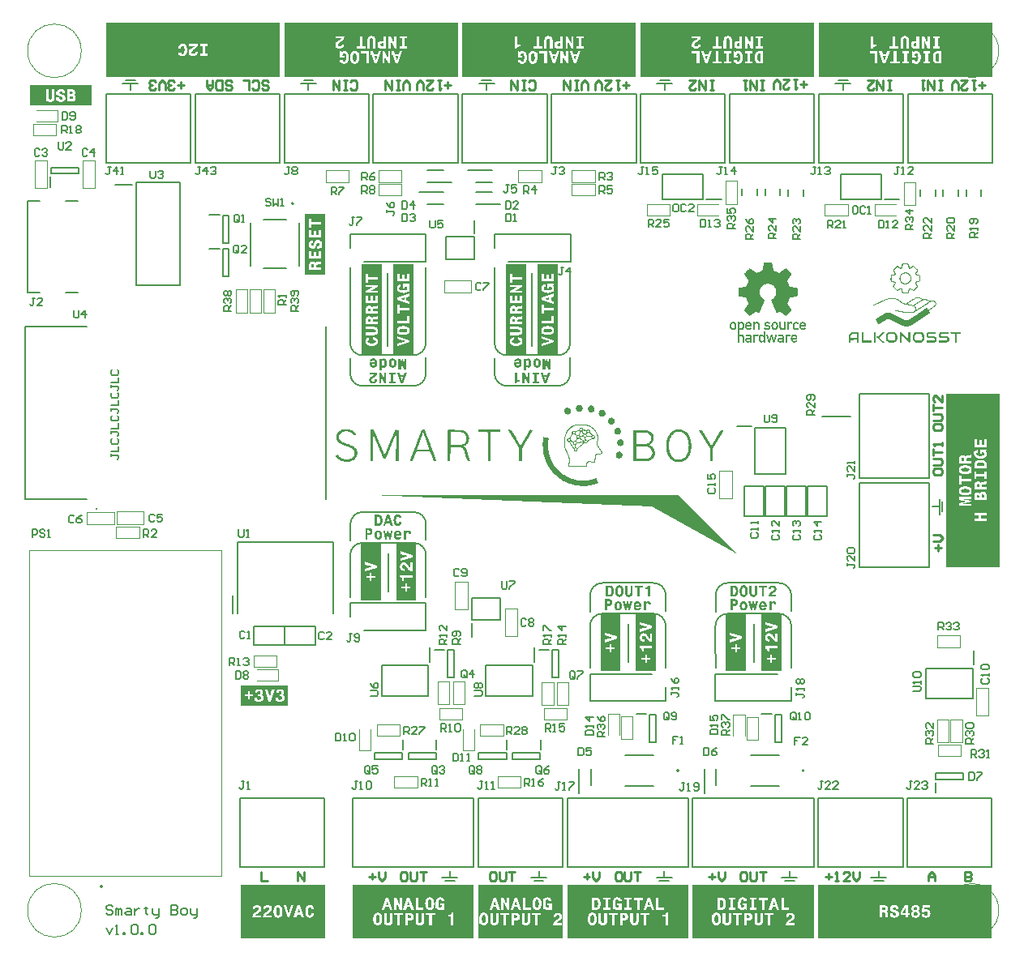
<source format=gbr>
%TF.GenerationSoftware,Altium Limited,Altium Designer,21.9.2 (33)*%
G04 Layer_Color=65535*
%FSLAX45Y45*%
%MOMM*%
%TF.SameCoordinates,9F934031-F859-43C4-9D29-15814C5376A4*%
%TF.FilePolarity,Positive*%
%TF.FileFunction,Legend,Top*%
%TF.Part,Single*%
G01*
G75*
%TA.AperFunction,NonConductor*%
%ADD69C,0.20000*%
%ADD70C,0.10000*%
%ADD71C,0.12700*%
%ADD72C,0.18000*%
%ADD73C,0.25400*%
G36*
X746398Y1298519D02*
X747210Y1297707D01*
X749849Y1296692D01*
X751880Y1294661D01*
X752286Y1293849D01*
X753504Y1292631D01*
X753910Y1291006D01*
X755129Y1288164D01*
X755534Y1286539D01*
X756550Y1282275D01*
X757159Y1280448D01*
X757565Y1277606D01*
X758174Y1274966D01*
X759189Y1272326D01*
X759799Y1268062D01*
X760205Y1266438D01*
X760814Y1264611D01*
X761220Y1262987D01*
X761829Y1259129D01*
X762235Y1257504D01*
X763047Y1255474D01*
X763859Y1254256D01*
X765890Y1254662D01*
X767108Y1255880D01*
X769138Y1256692D01*
X769950Y1257504D01*
X772793Y1259129D01*
X776448Y1261159D01*
X777260Y1261971D01*
X779291Y1263189D01*
X782133Y1264814D01*
X782945Y1265626D01*
X788630Y1268875D01*
X789443Y1269687D01*
X792285Y1271311D01*
X797564Y1273748D01*
X799189Y1274154D01*
X802031Y1274560D01*
X804874Y1274154D01*
X806498Y1273748D01*
X807716Y1273341D01*
X808935Y1272123D01*
X810965Y1270905D01*
X812184Y1269687D01*
X812995Y1269281D01*
X843249Y1239027D01*
X843655Y1238215D01*
X844873Y1236997D01*
X845279Y1236185D01*
X845888Y1235170D01*
X846700Y1234764D01*
X847310Y1232936D01*
X848122Y1230094D01*
X847716Y1224002D01*
X846904Y1221972D01*
X846497Y1221160D01*
X845685Y1220348D01*
X844670Y1217708D01*
X843655Y1216693D01*
X840406Y1211008D01*
X839594Y1210195D01*
X838782Y1208165D01*
X837563Y1206947D01*
X837157Y1205322D01*
X835533Y1203698D01*
X835127Y1202074D01*
X833909Y1200855D01*
X830660Y1195170D01*
X829848Y1194358D01*
X828224Y1190703D01*
X828630Y1189891D01*
X832081Y1188470D01*
X833706Y1188064D01*
X836954Y1187658D01*
X838173Y1187252D01*
X841015Y1186440D01*
X842639Y1186033D01*
X846091Y1185424D01*
X848122Y1184612D01*
X850152Y1184206D01*
X854619Y1183394D01*
X858071Y1182379D01*
X861523Y1181769D01*
X863756Y1180754D01*
X867005Y1179536D01*
X868223Y1178318D01*
X870050Y1177303D01*
X870456Y1176490D01*
X872081Y1174054D01*
X872893Y1171211D01*
X873299Y1167150D01*
X873705Y1166744D01*
X873299Y1165526D01*
X872893Y1118420D01*
X872487Y1117202D01*
X872081Y1115578D01*
X870862Y1114360D01*
X870456Y1112735D01*
X869035Y1111314D01*
X868223Y1110908D01*
X867411Y1110096D01*
X866599Y1109689D01*
X864568Y1108471D01*
X861929Y1107862D01*
X859898Y1107050D01*
X857665Y1106441D01*
X853401Y1105832D01*
X851371Y1105020D01*
X849746Y1104613D01*
X847310Y1104207D01*
X844061Y1103395D01*
X841828Y1102786D01*
X840203Y1102380D01*
X837157Y1101771D01*
X833706Y1100756D01*
X832081Y1100350D01*
X829645Y1099943D01*
X828630Y1098928D01*
X829036Y1096492D01*
X831066Y1093649D01*
X834315Y1087964D01*
X835939Y1085527D01*
X836346Y1084715D01*
X837157Y1083903D01*
X837970Y1081873D01*
X839188Y1080655D01*
X839594Y1079030D01*
X841218Y1077406D01*
X841624Y1075781D01*
X842843Y1074563D01*
X844467Y1071721D01*
X846497Y1068066D01*
X847310Y1066036D01*
X847716Y1064411D01*
X848528Y1062381D01*
X848934Y1060756D01*
X848325Y1058117D01*
X846700Y1053650D01*
X845685Y1053041D01*
X844467Y1051010D01*
X843249Y1049792D01*
X842843Y1048980D01*
X812589Y1018727D01*
X811777Y1018321D01*
X810153Y1016696D01*
X808529Y1016290D01*
X807310Y1015072D01*
X801625Y1014260D01*
X798783Y1014666D01*
X796346Y1015072D01*
X795534Y1015884D01*
X793504Y1016696D01*
X792691Y1017102D01*
X791473Y1018321D01*
X789849Y1018727D01*
X788630Y1019945D01*
X782945Y1023194D01*
X782133Y1024006D01*
X776448Y1027254D01*
X775636Y1028067D01*
X773605Y1028879D01*
X772793Y1029691D01*
X767108Y1032940D01*
X765890Y1034158D01*
X763859Y1033752D01*
X763250Y1033142D01*
X762844Y1029894D01*
X762032Y1027864D01*
X761626Y1026239D01*
X760814Y1021366D01*
X760002Y1019336D01*
X759595Y1017711D01*
X758986Y1013854D01*
X757971Y1010402D01*
X757565Y1008778D01*
X757159Y1005935D01*
X756753Y1004717D01*
X755941Y1001874D01*
X755534Y1000250D01*
X755129Y998219D01*
X754316Y997407D01*
X753301Y994768D01*
X751880Y992940D01*
X751473Y992128D01*
X750865Y991519D01*
X748834Y990301D01*
X745991Y989083D01*
X741525Y988676D01*
X740306Y988270D01*
X707414Y987864D01*
X706195Y987458D01*
X704165Y988270D01*
X702947Y988676D01*
X701728Y988270D01*
X693606Y988676D01*
X692389Y989083D01*
X689546Y989489D01*
X686703Y991519D01*
X685891Y991925D01*
X684876Y993346D01*
X684064Y994159D01*
X683658Y995783D01*
X682033Y999437D01*
X681627Y1001062D01*
X681018Y1004108D01*
X680003Y1007559D01*
X679597Y1010402D01*
X679191Y1012026D01*
X677972Y1016493D01*
X677566Y1019336D01*
X676348Y1023397D01*
X675942Y1025021D01*
X675333Y1028879D01*
X674115Y1032127D01*
X673302Y1033346D01*
X671678Y1032940D01*
X670866Y1032127D01*
X668836Y1030909D01*
X663150Y1027660D01*
X662338Y1026848D01*
X656653Y1023599D01*
X655841Y1022788D01*
X650156Y1019539D01*
X649343Y1018727D01*
X647313Y1017914D01*
X646095Y1016696D01*
X644471Y1016290D01*
X643252Y1015072D01*
X641628Y1014666D01*
X638988Y1013651D01*
X637161Y1013041D01*
X631882Y1013448D01*
X629039Y1014666D01*
X627009Y1015884D01*
X626197Y1016696D01*
X625385Y1017102D01*
X593913Y1048574D01*
X593507Y1049386D01*
X591882Y1051010D01*
X591476Y1051822D01*
X590258Y1053041D01*
X589243Y1057304D01*
X589040Y1061569D01*
X589852Y1063599D01*
X590461Y1065833D01*
X591070Y1066441D01*
X591476Y1067254D01*
X594725Y1072939D01*
X595537Y1073751D01*
X596349Y1075781D01*
X597568Y1077000D01*
X598380Y1079030D01*
X599192Y1079842D01*
X602441Y1085527D01*
X603253Y1086340D01*
X604065Y1088370D01*
X605284Y1089588D01*
X606096Y1091619D01*
X607314Y1092837D01*
X608126Y1094868D01*
X608938Y1095680D01*
X608532Y1097710D01*
X607923Y1098319D01*
X604065Y1098928D01*
X601426Y1099943D01*
X598583Y1100350D01*
X594928Y1101162D01*
X592898Y1101974D01*
X587010Y1102989D01*
X584370Y1104004D01*
X580106Y1104613D01*
X575436Y1106035D01*
X572796Y1106644D01*
X569751Y1108471D01*
X568939Y1108877D01*
X567720Y1110096D01*
X566908Y1110502D01*
X564675Y1114766D01*
X564269Y1118826D01*
X563863Y1120451D01*
Y1126136D01*
Y1126542D01*
X564269Y1167963D01*
X564675Y1169181D01*
X565081Y1172024D01*
X567111Y1174866D01*
X567518Y1175678D01*
X569954Y1177303D01*
X570969Y1178318D01*
X573000Y1178724D01*
X575842Y1179942D01*
X577467Y1180348D01*
X580512Y1180958D01*
X583152Y1181972D01*
X587822Y1182582D01*
X589852Y1183394D01*
X591476Y1183800D01*
X593913Y1184206D01*
X595537Y1184612D01*
X597771Y1185221D01*
X601019Y1186033D01*
X604065Y1186643D01*
X608532Y1188267D01*
X608938Y1189485D01*
X608532Y1190297D01*
X607720Y1191109D01*
X607314Y1192734D01*
X606096Y1193952D01*
X602847Y1199637D01*
X602035Y1200449D01*
X601223Y1202480D01*
X600004Y1203698D01*
X599598Y1205322D01*
X597974Y1206947D01*
X597568Y1208571D01*
X596349Y1209789D01*
X593101Y1215474D01*
X592289Y1216287D01*
X591273Y1218926D01*
X589852Y1220348D01*
X589446Y1221160D01*
X589040Y1222378D01*
X588634Y1226033D01*
X588228Y1227251D01*
X588634Y1228469D01*
X589852Y1231312D01*
X590461Y1233545D01*
X591882Y1234967D01*
X592289Y1235779D01*
X593507Y1236997D01*
X593913Y1237809D01*
X625791Y1269687D01*
X627821Y1270905D01*
X628633Y1271717D01*
X630663Y1272530D01*
X633506Y1273341D01*
X635131Y1273748D01*
X638988Y1273138D01*
X641628Y1271717D01*
X642846Y1271311D01*
X645282Y1269687D01*
X646095Y1269281D01*
X646907Y1268469D01*
X650562Y1266438D01*
X653404Y1264814D01*
X654216Y1264002D01*
X655841Y1263596D01*
X657465Y1261971D01*
X658683Y1261565D01*
X659496Y1260753D01*
X662338Y1259129D01*
X665993Y1257098D01*
X666805Y1256286D01*
X668023Y1255880D01*
X668836Y1255068D01*
X669648Y1254662D01*
X672490Y1253444D01*
X673302Y1253850D01*
X673912Y1254459D01*
X674318Y1257301D01*
X675130Y1259332D01*
X675942Y1264204D01*
X677566Y1269484D01*
X678176Y1272936D01*
X678582Y1274560D01*
X679597Y1278012D01*
X680003Y1281260D01*
X680815Y1283291D01*
X681627Y1286539D01*
X682033Y1288976D01*
X682845Y1289788D01*
X684064Y1293037D01*
X685688Y1294661D01*
X686094Y1295473D01*
X687515Y1296488D01*
X692795Y1298925D01*
X746398Y1298519D01*
D02*
G37*
G36*
X-676982Y1308659D02*
X-675656D01*
Y1307996D01*
X-674993D01*
Y1307333D01*
X-674330D01*
Y1304681D01*
X-673667D01*
Y1300703D01*
X-673004D01*
Y1297387D01*
X-672341D01*
Y1294072D01*
X-671678D01*
Y1290094D01*
X-671015D01*
Y1286779D01*
X-670351D01*
Y1282800D01*
X-669689D01*
Y1279485D01*
X-669025D01*
Y1276170D01*
X-668362D01*
Y1272191D01*
X-667699D01*
Y1268876D01*
X-667036D01*
Y1265561D01*
X-666373D01*
Y1261582D01*
X-665710D01*
Y1258267D01*
X-665047D01*
Y1254289D01*
X-664384D01*
Y1250973D01*
X-663721D01*
Y1247658D01*
X-663058D01*
Y1243680D01*
X-662395D01*
Y1240365D01*
X-661732D01*
Y1237049D01*
X-661069D01*
Y1233071D01*
X-660406D01*
Y1229756D01*
X-659742D01*
Y1226441D01*
X-659079D01*
Y1225777D01*
X-658417D01*
Y1224451D01*
X-657753D01*
Y1223788D01*
X-656427D01*
Y1223125D01*
X-655101D01*
Y1222462D01*
X-653775D01*
Y1221799D01*
X-651786D01*
Y1221136D01*
X-650460D01*
Y1220473D01*
X-648471D01*
Y1219810D01*
X-647145D01*
Y1219147D01*
X-645155D01*
Y1218484D01*
X-643829D01*
Y1217821D01*
X-642503D01*
Y1217158D01*
X-640514D01*
Y1216495D01*
X-639188D01*
Y1215831D01*
X-637199D01*
Y1215169D01*
X-635873D01*
Y1214505D01*
X-633883D01*
Y1213842D01*
X-632557D01*
Y1213179D01*
X-630568D01*
Y1212516D01*
X-629242D01*
Y1211853D01*
X-627916D01*
Y1211190D01*
X-625927D01*
Y1210527D01*
X-624601D01*
Y1209864D01*
X-622611D01*
Y1209201D01*
X-621285D01*
Y1208538D01*
X-619296D01*
Y1207875D01*
X-617970D01*
Y1207212D01*
X-615981D01*
Y1206549D01*
X-614655D01*
Y1205886D01*
X-613328D01*
Y1205223D01*
X-611339D01*
Y1204559D01*
X-610013D01*
Y1203896D01*
X-608024D01*
Y1203233D01*
X-606698D01*
Y1202570D01*
X-604709D01*
Y1201907D01*
X-603383D01*
Y1201244D01*
X-598078D01*
Y1201907D01*
X-596752D01*
Y1202570D01*
X-595426D01*
Y1203233D01*
X-594763D01*
Y1203896D01*
X-594100D01*
Y1204559D01*
X-592774D01*
Y1205223D01*
X-592111D01*
Y1205886D01*
X-590785D01*
Y1206549D01*
X-590122D01*
Y1207212D01*
X-588796D01*
Y1207875D01*
X-588132D01*
Y1208538D01*
X-586806D01*
Y1209201D01*
X-586143D01*
Y1209864D01*
X-584817D01*
Y1210527D01*
X-584154D01*
Y1211190D01*
X-583491D01*
Y1211853D01*
X-582165D01*
Y1212516D01*
X-581502D01*
Y1213179D01*
X-580176D01*
Y1213842D01*
X-579513D01*
Y1214505D01*
X-578187D01*
Y1215169D01*
X-577524D01*
Y1215831D01*
X-576197D01*
Y1216495D01*
X-575535D01*
Y1217158D01*
X-574208D01*
Y1217821D01*
X-573545D01*
Y1218484D01*
X-572882D01*
Y1219147D01*
X-571556D01*
Y1219810D01*
X-570893D01*
Y1220473D01*
X-569567D01*
Y1221136D01*
X-568904D01*
Y1221799D01*
X-567578D01*
Y1222462D01*
X-566915D01*
Y1223125D01*
X-565589D01*
Y1223788D01*
X-564925D01*
Y1224451D01*
X-563599D01*
Y1225114D01*
X-562936D01*
Y1225777D01*
X-562273D01*
Y1226441D01*
X-560947D01*
Y1227103D01*
X-560284D01*
Y1227767D01*
X-558958D01*
Y1228430D01*
X-558295D01*
Y1229093D01*
X-556969D01*
Y1229756D01*
X-556306D01*
Y1230419D01*
X-554980D01*
Y1231082D01*
X-554317D01*
Y1231745D01*
X-552991D01*
Y1232408D01*
X-552327D01*
Y1233071D01*
X-551001D01*
Y1233734D01*
X-550338D01*
Y1234397D01*
X-549675D01*
Y1235060D01*
X-548349D01*
Y1235723D01*
X-547686D01*
Y1236386D01*
X-546360D01*
Y1237049D01*
X-545697D01*
Y1237712D01*
X-544371D01*
Y1238375D01*
X-543708D01*
Y1239038D01*
X-542381D01*
Y1239702D01*
X-541718D01*
Y1240365D01*
X-540392D01*
Y1241028D01*
X-539729D01*
Y1241691D01*
X-539066D01*
Y1242354D01*
X-537740D01*
Y1243017D01*
X-537077D01*
Y1243680D01*
X-535751D01*
Y1244343D01*
X-535088D01*
Y1245006D01*
X-533762D01*
Y1245669D01*
X-533099D01*
Y1246332D01*
X-531773D01*
Y1246995D01*
X-531110D01*
Y1247658D01*
X-527794D01*
Y1246995D01*
X-526468D01*
Y1246332D01*
X-525805D01*
Y1245669D01*
X-525142D01*
Y1245006D01*
X-524479D01*
Y1244343D01*
X-523816D01*
Y1243680D01*
X-523153D01*
Y1243017D01*
X-522490D01*
Y1242354D01*
X-521827D01*
Y1241691D01*
X-521164D01*
Y1241028D01*
X-520501D01*
Y1240365D01*
X-519838D01*
Y1239702D01*
X-519175D01*
Y1239038D01*
X-518512D01*
Y1238375D01*
X-517849D01*
Y1237712D01*
X-517185D01*
Y1237049D01*
X-516522D01*
Y1236386D01*
X-515860D01*
Y1235723D01*
X-515196D01*
Y1235060D01*
X-514533D01*
Y1234397D01*
X-513870D01*
Y1233734D01*
X-513207D01*
Y1233071D01*
X-512544D01*
Y1232408D01*
X-511881D01*
Y1231745D01*
X-511218D01*
Y1231082D01*
X-510555D01*
Y1230419D01*
X-509892D01*
Y1229756D01*
X-509229D01*
Y1229093D01*
X-508566D01*
Y1228430D01*
X-507903D01*
Y1227767D01*
X-507240D01*
Y1227103D01*
X-506577D01*
Y1226441D01*
X-505913D01*
Y1225777D01*
X-505250D01*
Y1225114D01*
X-504588D01*
Y1224451D01*
X-503924D01*
Y1223788D01*
X-503261D01*
Y1223125D01*
X-502598D01*
Y1222462D01*
X-501935D01*
Y1221799D01*
X-501272D01*
Y1221136D01*
X-500609D01*
Y1220473D01*
X-499946D01*
Y1219810D01*
X-499283D01*
Y1219147D01*
X-498620D01*
Y1218484D01*
X-497957D01*
Y1217821D01*
X-497294D01*
Y1217158D01*
X-496631D01*
Y1216495D01*
X-495968D01*
Y1215831D01*
X-495305D01*
Y1215169D01*
X-494641D01*
Y1214505D01*
X-493978D01*
Y1213842D01*
X-493315D01*
Y1213179D01*
X-492652D01*
Y1212516D01*
X-491989D01*
Y1211853D01*
X-491326D01*
Y1211190D01*
X-490663D01*
Y1210527D01*
X-490000D01*
Y1209864D01*
X-489337D01*
Y1209201D01*
X-488674D01*
Y1208538D01*
X-488011D01*
Y1207875D01*
X-487348D01*
Y1207212D01*
X-486685D01*
Y1206549D01*
X-486022D01*
Y1205886D01*
X-485359D01*
Y1205223D01*
X-484696D01*
Y1204559D01*
X-484033D01*
Y1203896D01*
X-483370D01*
Y1203233D01*
X-482706D01*
Y1202570D01*
X-482043D01*
Y1201907D01*
X-481380D01*
Y1201244D01*
X-480717D01*
Y1200581D01*
X-480054D01*
Y1199918D01*
X-479391D01*
Y1199255D01*
X-478728D01*
Y1198592D01*
X-478065D01*
Y1197929D01*
X-477402D01*
Y1197266D01*
X-476739D01*
Y1196603D01*
X-476076D01*
Y1195940D01*
X-475413D01*
Y1195277D01*
X-474750D01*
Y1194614D01*
X-474087D01*
Y1193951D01*
X-473424D01*
Y1193287D01*
X-472761D01*
Y1192624D01*
X-472098D01*
Y1191961D01*
X-471435D01*
Y1191298D01*
X-470771D01*
Y1189972D01*
X-470109D01*
Y1185994D01*
X-470771D01*
Y1185331D01*
X-471435D01*
Y1184005D01*
X-472098D01*
Y1183342D01*
X-472761D01*
Y1182016D01*
X-473424D01*
Y1181353D01*
X-474087D01*
Y1180690D01*
X-474750D01*
Y1179363D01*
X-475413D01*
Y1178700D01*
X-476076D01*
Y1177374D01*
X-476739D01*
Y1176711D01*
X-477402D01*
Y1175385D01*
X-478065D01*
Y1174722D01*
X-478728D01*
Y1173396D01*
X-479391D01*
Y1172733D01*
X-480054D01*
Y1171407D01*
X-480717D01*
Y1170744D01*
X-481380D01*
Y1170081D01*
X-482043D01*
Y1168755D01*
X-482706D01*
Y1168091D01*
X-483370D01*
Y1166766D01*
X-484033D01*
Y1166102D01*
X-484696D01*
Y1164776D01*
X-485359D01*
Y1164113D01*
X-486022D01*
Y1162787D01*
X-486685D01*
Y1162124D01*
X-487348D01*
Y1160798D01*
X-488011D01*
Y1160135D01*
X-488674D01*
Y1159472D01*
X-489337D01*
Y1158146D01*
X-490000D01*
Y1157483D01*
X-490663D01*
Y1156156D01*
X-491326D01*
Y1155493D01*
X-491989D01*
Y1154167D01*
X-492652D01*
Y1153504D01*
X-493315D01*
Y1152178D01*
X-493978D01*
Y1151515D01*
X-494641D01*
Y1150189D01*
X-495305D01*
Y1149526D01*
X-495968D01*
Y1148200D01*
X-496631D01*
Y1147537D01*
X-497294D01*
Y1146873D01*
X-497957D01*
Y1145547D01*
X-498620D01*
Y1144884D01*
X-499283D01*
Y1143558D01*
X-499946D01*
Y1142895D01*
X-500609D01*
Y1141569D01*
X-501272D01*
Y1140906D01*
X-501935D01*
Y1139580D01*
X-502598D01*
Y1138917D01*
X-503261D01*
Y1137591D01*
X-503924D01*
Y1136928D01*
X-504588D01*
Y1136265D01*
X-505250D01*
Y1134939D01*
X-505913D01*
Y1134276D01*
X-506577D01*
Y1132949D01*
X-507240D01*
Y1132286D01*
X-507903D01*
Y1130960D01*
X-508566D01*
Y1130297D01*
X-509229D01*
Y1128971D01*
X-509892D01*
Y1128308D01*
X-510555D01*
Y1126982D01*
X-511218D01*
Y1126319D01*
X-511881D01*
Y1124993D01*
X-512544D01*
Y1124330D01*
X-513207D01*
Y1123667D01*
X-513870D01*
Y1122341D01*
X-514533D01*
Y1121677D01*
X-515196D01*
Y1119688D01*
X-515860D01*
Y1116373D01*
X-515196D01*
Y1114384D01*
X-514533D01*
Y1113058D01*
X-513870D01*
Y1111732D01*
X-513207D01*
Y1109743D01*
X-512544D01*
Y1108416D01*
X-511881D01*
Y1107090D01*
X-511218D01*
Y1105101D01*
X-510555D01*
Y1103775D01*
X-509892D01*
Y1102449D01*
X-509229D01*
Y1100460D01*
X-508566D01*
Y1099133D01*
X-507903D01*
Y1097808D01*
X-507240D01*
Y1095818D01*
X-506577D01*
Y1094492D01*
X-505913D01*
Y1093166D01*
X-505250D01*
Y1091177D01*
X-504588D01*
Y1089851D01*
X-503924D01*
Y1088525D01*
X-503261D01*
Y1086536D01*
X-502598D01*
Y1085209D01*
X-501935D01*
Y1083883D01*
X-501272D01*
Y1081894D01*
X-500609D01*
Y1080568D01*
X-499946D01*
Y1079242D01*
X-499283D01*
Y1077253D01*
X-498620D01*
Y1075926D01*
X-497957D01*
Y1074600D01*
X-497294D01*
Y1072611D01*
X-496631D01*
Y1071285D01*
X-495968D01*
Y1069959D01*
X-495305D01*
Y1067970D01*
X-494641D01*
Y1066644D01*
X-493978D01*
Y1065318D01*
X-493315D01*
Y1063329D01*
X-492652D01*
Y1062002D01*
X-491989D01*
Y1060676D01*
X-491326D01*
Y1059350D01*
X-490663D01*
Y1058687D01*
X-489337D01*
Y1058024D01*
X-488674D01*
Y1057361D01*
X-485359D01*
Y1056698D01*
X-482043D01*
Y1056035D01*
X-478065D01*
Y1055372D01*
X-474750D01*
Y1054709D01*
X-471435D01*
Y1054046D01*
X-467456D01*
Y1053383D01*
X-464141D01*
Y1052720D01*
X-460826D01*
Y1052057D01*
X-456847D01*
Y1051394D01*
X-453532D01*
Y1050730D01*
X-449554D01*
Y1050067D01*
X-446238D01*
Y1049404D01*
X-442923D01*
Y1048741D01*
X-438945D01*
Y1048078D01*
X-435629D01*
Y1047415D01*
X-431651D01*
Y1046752D01*
X-428336D01*
Y1046089D01*
X-425020D01*
Y1045426D01*
X-421042D01*
Y1044763D01*
X-417727D01*
Y1044100D01*
X-414412D01*
Y1043437D01*
X-411096D01*
Y1042774D01*
X-409770D01*
Y1042111D01*
X-409107D01*
Y1041447D01*
X-408444D01*
Y959229D01*
X-409107D01*
Y957903D01*
X-410433D01*
Y957239D01*
X-411760D01*
Y956576D01*
X-415075D01*
Y955913D01*
X-418390D01*
Y955250D01*
X-422368D01*
Y954587D01*
X-425684D01*
Y953924D01*
X-429662D01*
Y953261D01*
X-432977D01*
Y952598D01*
X-436292D01*
Y951935D01*
X-440271D01*
Y951272D01*
X-443586D01*
Y950609D01*
X-446902D01*
Y949946D01*
X-450880D01*
Y949283D01*
X-454195D01*
Y948620D01*
X-458174D01*
Y947957D01*
X-461489D01*
Y947294D01*
X-464804D01*
Y946631D01*
X-468782D01*
Y945968D01*
X-472098D01*
Y945304D01*
X-475413D01*
Y944641D01*
X-479391D01*
Y943978D01*
X-482706D01*
Y943315D01*
X-486022D01*
Y942652D01*
X-487348D01*
Y941989D01*
X-488674D01*
Y940663D01*
X-489337D01*
Y940000D01*
X-490000D01*
Y938674D01*
X-490663D01*
Y936685D01*
X-491326D01*
Y935359D01*
X-491989D01*
Y933369D01*
X-492652D01*
Y932043D01*
X-493315D01*
Y930054D01*
X-493978D01*
Y928728D01*
X-494641D01*
Y926739D01*
X-495305D01*
Y925413D01*
X-495968D01*
Y923424D01*
X-496631D01*
Y922097D01*
X-497294D01*
Y920108D01*
X-497957D01*
Y918782D01*
X-498620D01*
Y916793D01*
X-499283D01*
Y915467D01*
X-499946D01*
Y913478D01*
X-500609D01*
Y912152D01*
X-501272D01*
Y910162D01*
X-501935D01*
Y908836D01*
X-502598D01*
Y906847D01*
X-503261D01*
Y905521D01*
X-503924D01*
Y903532D01*
X-504588D01*
Y902206D01*
X-505250D01*
Y900217D01*
X-505913D01*
Y898891D01*
X-506577D01*
Y896901D01*
X-507240D01*
Y895575D01*
X-507903D01*
Y893586D01*
X-508566D01*
Y892260D01*
X-509229D01*
Y890271D01*
X-509892D01*
Y888945D01*
X-510555D01*
Y886956D01*
X-511218D01*
Y885629D01*
X-511881D01*
Y883640D01*
X-512544D01*
Y882314D01*
X-513207D01*
Y880325D01*
X-513870D01*
Y877673D01*
X-513207D01*
Y875684D01*
X-512544D01*
Y875020D01*
X-511881D01*
Y873694D01*
X-511218D01*
Y873031D01*
X-510555D01*
Y871705D01*
X-509892D01*
Y871042D01*
X-509229D01*
Y869716D01*
X-508566D01*
Y869053D01*
X-507903D01*
Y868390D01*
X-507240D01*
Y867064D01*
X-506577D01*
Y866401D01*
X-505913D01*
Y865074D01*
X-505250D01*
Y864412D01*
X-504588D01*
Y863085D01*
X-503924D01*
Y862422D01*
X-503261D01*
Y861096D01*
X-502598D01*
Y860433D01*
X-501935D01*
Y859107D01*
X-501272D01*
Y858444D01*
X-500609D01*
Y857781D01*
X-499946D01*
Y856455D01*
X-499283D01*
Y855792D01*
X-498620D01*
Y854466D01*
X-497957D01*
Y853803D01*
X-497294D01*
Y852477D01*
X-496631D01*
Y851813D01*
X-495968D01*
Y850487D01*
X-495305D01*
Y849824D01*
X-494641D01*
Y848498D01*
X-493978D01*
Y847835D01*
X-493315D01*
Y847172D01*
X-492652D01*
Y845846D01*
X-491989D01*
Y845183D01*
X-491326D01*
Y843857D01*
X-490663D01*
Y843194D01*
X-490000D01*
Y841868D01*
X-489337D01*
Y841205D01*
X-488674D01*
Y839878D01*
X-488011D01*
Y839215D01*
X-487348D01*
Y837889D01*
X-486685D01*
Y837226D01*
X-486022D01*
Y835900D01*
X-485359D01*
Y835237D01*
X-484696D01*
Y834574D01*
X-484033D01*
Y833248D01*
X-483370D01*
Y832585D01*
X-482706D01*
Y831259D01*
X-482043D01*
Y830596D01*
X-481380D01*
Y829270D01*
X-480717D01*
Y828606D01*
X-480054D01*
Y827281D01*
X-479391D01*
Y826617D01*
X-478728D01*
Y825291D01*
X-478065D01*
Y824628D01*
X-477402D01*
Y823965D01*
X-476739D01*
Y822639D01*
X-476076D01*
Y821976D01*
X-475413D01*
Y820650D01*
X-474750D01*
Y819987D01*
X-474087D01*
Y818661D01*
X-473424D01*
Y817998D01*
X-472761D01*
Y816671D01*
X-472098D01*
Y816009D01*
X-471435D01*
Y814682D01*
X-470771D01*
Y814019D01*
X-470109D01*
Y810041D01*
X-470771D01*
Y808715D01*
X-471435D01*
Y808052D01*
X-472098D01*
Y807389D01*
X-472761D01*
Y806726D01*
X-473424D01*
Y806062D01*
X-474087D01*
Y805399D01*
X-474750D01*
Y804736D01*
X-475413D01*
Y804073D01*
X-476076D01*
Y803410D01*
X-476739D01*
Y802747D01*
X-477402D01*
Y802084D01*
X-478065D01*
Y801421D01*
X-478728D01*
Y800758D01*
X-479391D01*
Y800095D01*
X-480054D01*
Y799432D01*
X-480717D01*
Y798769D01*
X-481380D01*
Y798106D01*
X-482043D01*
Y797443D01*
X-482706D01*
Y796780D01*
X-483370D01*
Y796117D01*
X-484033D01*
Y795454D01*
X-484696D01*
Y794791D01*
X-485359D01*
Y794128D01*
X-486022D01*
Y793465D01*
X-486685D01*
Y792801D01*
X-487348D01*
Y792138D01*
X-488011D01*
Y791475D01*
X-488674D01*
Y790812D01*
X-489337D01*
Y790149D01*
X-490000D01*
Y789486D01*
X-490663D01*
Y788823D01*
X-491326D01*
Y788160D01*
X-491989D01*
Y787497D01*
X-492652D01*
Y786834D01*
X-493315D01*
Y786171D01*
X-493978D01*
Y785508D01*
X-494641D01*
Y784845D01*
X-495305D01*
Y784182D01*
X-495968D01*
Y783519D01*
X-496631D01*
Y782856D01*
X-497294D01*
Y782192D01*
X-497957D01*
Y781530D01*
X-498620D01*
Y780867D01*
X-499283D01*
Y780203D01*
X-499946D01*
Y779540D01*
X-500609D01*
Y778877D01*
X-501272D01*
Y778214D01*
X-501935D01*
Y777551D01*
X-502598D01*
Y776888D01*
X-503261D01*
Y776225D01*
X-503924D01*
Y775562D01*
X-504588D01*
Y774899D01*
X-505250D01*
Y774236D01*
X-505913D01*
Y773573D01*
X-506577D01*
Y772910D01*
X-507240D01*
Y772247D01*
X-507903D01*
Y771584D01*
X-508566D01*
Y770920D01*
X-509229D01*
Y770258D01*
X-509892D01*
Y769595D01*
X-510555D01*
Y768931D01*
X-511218D01*
Y768268D01*
X-511881D01*
Y767605D01*
X-512544D01*
Y766942D01*
X-513207D01*
Y766279D01*
X-513870D01*
Y765616D01*
X-514533D01*
Y764953D01*
X-515196D01*
Y764290D01*
X-515860D01*
Y763627D01*
X-516522D01*
Y762964D01*
X-517185D01*
Y762301D01*
X-517849D01*
Y761638D01*
X-518512D01*
Y760975D01*
X-519175D01*
Y760312D01*
X-519838D01*
Y759648D01*
X-520501D01*
Y758986D01*
X-521164D01*
Y758323D01*
X-521827D01*
Y757659D01*
X-522490D01*
Y756996D01*
X-523153D01*
Y756333D01*
X-523816D01*
Y755670D01*
X-524479D01*
Y755007D01*
X-525142D01*
Y754344D01*
X-525805D01*
Y753681D01*
X-527131D01*
Y753018D01*
X-528457D01*
Y752355D01*
X-530447D01*
Y753018D01*
X-531773D01*
Y753681D01*
X-532436D01*
Y754344D01*
X-533762D01*
Y755007D01*
X-534425D01*
Y755670D01*
X-535751D01*
Y756333D01*
X-536414D01*
Y756996D01*
X-537740D01*
Y757659D01*
X-538403D01*
Y758323D01*
X-539729D01*
Y758986D01*
X-540392D01*
Y759648D01*
X-541718D01*
Y760312D01*
X-542381D01*
Y760975D01*
X-543045D01*
Y761638D01*
X-544371D01*
Y762301D01*
X-545034D01*
Y762964D01*
X-546360D01*
Y763627D01*
X-547023D01*
Y764290D01*
X-548349D01*
Y764953D01*
X-549012D01*
Y765616D01*
X-550338D01*
Y766279D01*
X-551001D01*
Y766942D01*
X-552327D01*
Y767605D01*
X-552991D01*
Y768268D01*
X-553653D01*
Y768931D01*
X-554980D01*
Y769595D01*
X-555643D01*
Y770258D01*
X-556969D01*
Y770920D01*
X-557632D01*
Y771584D01*
X-558958D01*
Y772247D01*
X-559621D01*
Y772910D01*
X-560947D01*
Y773573D01*
X-561610D01*
Y774236D01*
X-562936D01*
Y774899D01*
X-563599D01*
Y775562D01*
X-564263D01*
Y776225D01*
X-565589D01*
Y776888D01*
X-566252D01*
Y777551D01*
X-567578D01*
Y778214D01*
X-568241D01*
Y778877D01*
X-569567D01*
Y779540D01*
X-570230D01*
Y780203D01*
X-571556D01*
Y780867D01*
X-572219D01*
Y781530D01*
X-573545D01*
Y782192D01*
X-574208D01*
Y782856D01*
X-575535D01*
Y783519D01*
X-576197D01*
Y784182D01*
X-576861D01*
Y784845D01*
X-578187D01*
Y785508D01*
X-578850D01*
Y786171D01*
X-580176D01*
Y786834D01*
X-580839D01*
Y787497D01*
X-582165D01*
Y788160D01*
X-582828D01*
Y788823D01*
X-584154D01*
Y789486D01*
X-584817D01*
Y790149D01*
X-586143D01*
Y790812D01*
X-586806D01*
Y791475D01*
X-587469D01*
Y792138D01*
X-588796D01*
Y792801D01*
X-589459D01*
Y793465D01*
X-590785D01*
Y794128D01*
X-591448D01*
Y794791D01*
X-592774D01*
Y795454D01*
X-596752D01*
Y794791D01*
X-598078D01*
Y794128D01*
X-599404D01*
Y793465D01*
X-600731D01*
Y792801D01*
X-602057D01*
Y792138D01*
X-603383D01*
Y791475D01*
X-604709D01*
Y790812D01*
X-605372D01*
Y790149D01*
X-606698D01*
Y789486D01*
X-608024D01*
Y788823D01*
X-609350D01*
Y788160D01*
X-610676D01*
Y787497D01*
X-612003D01*
Y786834D01*
X-613328D01*
Y786171D01*
X-614655D01*
Y785508D01*
X-615318D01*
Y784845D01*
X-616644D01*
Y784182D01*
X-617970D01*
Y783519D01*
X-619296D01*
Y782856D01*
X-620622D01*
Y782192D01*
X-621948D01*
Y781530D01*
X-623275D01*
Y780867D01*
X-624601D01*
Y780203D01*
X-626590D01*
Y780867D01*
X-627916D01*
Y781530D01*
X-628579D01*
Y782856D01*
X-629242D01*
Y784845D01*
X-629905D01*
Y786171D01*
X-630568D01*
Y788160D01*
X-631231D01*
Y789486D01*
X-631894D01*
Y790812D01*
X-632557D01*
Y792801D01*
X-633220D01*
Y794128D01*
X-633883D01*
Y796117D01*
X-634547D01*
Y797443D01*
X-635210D01*
Y798769D01*
X-635873D01*
Y800758D01*
X-636536D01*
Y802084D01*
X-637199D01*
Y804073D01*
X-637862D01*
Y805399D01*
X-638525D01*
Y807389D01*
X-639188D01*
Y808715D01*
X-639851D01*
Y810041D01*
X-640514D01*
Y812030D01*
X-641177D01*
Y813356D01*
X-641840D01*
Y815345D01*
X-642503D01*
Y816671D01*
X-643166D01*
Y817998D01*
X-643829D01*
Y819987D01*
X-644492D01*
Y821313D01*
X-645155D01*
Y823302D01*
X-645818D01*
Y824628D01*
X-646481D01*
Y826617D01*
X-647145D01*
Y827943D01*
X-647808D01*
Y829270D01*
X-648471D01*
Y831259D01*
X-649134D01*
Y832585D01*
X-649797D01*
Y834574D01*
X-650460D01*
Y835900D01*
X-651123D01*
Y837226D01*
X-651786D01*
Y839215D01*
X-652449D01*
Y840542D01*
X-653112D01*
Y842531D01*
X-653775D01*
Y843857D01*
X-654438D01*
Y845846D01*
X-655101D01*
Y847172D01*
X-655764D01*
Y848498D01*
X-656427D01*
Y850487D01*
X-657090D01*
Y851813D01*
X-657753D01*
Y853803D01*
X-658417D01*
Y855129D01*
X-659079D01*
Y856455D01*
X-659742D01*
Y858444D01*
X-660406D01*
Y859770D01*
X-661069D01*
Y861759D01*
X-661732D01*
Y863085D01*
X-662395D01*
Y865074D01*
X-663058D01*
Y866401D01*
X-663721D01*
Y867727D01*
X-664384D01*
Y869716D01*
X-665047D01*
Y871042D01*
X-665710D01*
Y873031D01*
X-666373D01*
Y874357D01*
X-667036D01*
Y875684D01*
X-667699D01*
Y877673D01*
X-668362D01*
Y878999D01*
X-669025D01*
Y880988D01*
X-669689D01*
Y882314D01*
X-670351D01*
Y884303D01*
X-671015D01*
Y885629D01*
X-671678D01*
Y886956D01*
X-672341D01*
Y888945D01*
X-673004D01*
Y890271D01*
X-673667D01*
Y892260D01*
X-674330D01*
Y893586D01*
X-674993D01*
Y894912D01*
X-675656D01*
Y896901D01*
X-676319D01*
Y898228D01*
X-676982D01*
Y900217D01*
X-677645D01*
Y901543D01*
X-678308D01*
Y903532D01*
X-678971D01*
Y904858D01*
X-679634D01*
Y906184D01*
X-680297D01*
Y908173D01*
X-680961D01*
Y909499D01*
X-681623D01*
Y911488D01*
X-682287D01*
Y912815D01*
X-682950D01*
Y914141D01*
X-683613D01*
Y917456D01*
X-682950D01*
Y918782D01*
X-682287D01*
Y919445D01*
X-681623D01*
Y920108D01*
X-680297D01*
Y920771D01*
X-678971D01*
Y921434D01*
X-678308D01*
Y922097D01*
X-676982D01*
Y922760D01*
X-675656D01*
Y923424D01*
X-674993D01*
Y924087D01*
X-673667D01*
Y924749D01*
X-673004D01*
Y925413D01*
X-672341D01*
Y926076D01*
X-671678D01*
Y926739D01*
X-670351D01*
Y927402D01*
X-669689D01*
Y928065D01*
X-668362D01*
Y928728D01*
X-667699D01*
Y929391D01*
X-666373D01*
Y930054D01*
X-665710D01*
Y930717D01*
X-665047D01*
Y931380D01*
X-664384D01*
Y932043D01*
X-663058D01*
Y932706D01*
X-662395D01*
Y933369D01*
X-661732D01*
Y934032D01*
X-661069D01*
Y934696D01*
X-660406D01*
Y935359D01*
X-659079D01*
Y936022D01*
X-658417D01*
Y936685D01*
X-657753D01*
Y937348D01*
X-657090D01*
Y938011D01*
X-656427D01*
Y938674D01*
X-655764D01*
Y939337D01*
X-655101D01*
Y940000D01*
X-654438D01*
Y940663D01*
X-653775D01*
Y941326D01*
X-653112D01*
Y942652D01*
X-652449D01*
Y943315D01*
X-651786D01*
Y943978D01*
X-651123D01*
Y944641D01*
X-650460D01*
Y945304D01*
X-649797D01*
Y946631D01*
X-649134D01*
Y947294D01*
X-648471D01*
Y947957D01*
X-647808D01*
Y948620D01*
X-647145D01*
Y949946D01*
X-646481D01*
Y950609D01*
X-645818D01*
Y951935D01*
X-645155D01*
Y952598D01*
X-644492D01*
Y953924D01*
X-643829D01*
Y955250D01*
X-643166D01*
Y955913D01*
X-642503D01*
Y957239D01*
X-641840D01*
Y958566D01*
X-641177D01*
Y959892D01*
X-640514D01*
Y961218D01*
X-639851D01*
Y962544D01*
X-639188D01*
Y963870D01*
X-638525D01*
Y965196D01*
X-637862D01*
Y966522D01*
X-637199D01*
Y968511D01*
X-636536D01*
Y970500D01*
X-635873D01*
Y971827D01*
X-635210D01*
Y973816D01*
X-634547D01*
Y976468D01*
X-633883D01*
Y979120D01*
X-633220D01*
Y981772D01*
X-632557D01*
Y985088D01*
X-631894D01*
Y990392D01*
X-631231D01*
Y1009621D01*
X-631894D01*
Y1014262D01*
X-632557D01*
Y1017578D01*
X-633220D01*
Y1020230D01*
X-633883D01*
Y1022882D01*
X-634547D01*
Y1025534D01*
X-635210D01*
Y1027523D01*
X-635873D01*
Y1029513D01*
X-636536D01*
Y1030839D01*
X-637199D01*
Y1032828D01*
X-637862D01*
Y1034154D01*
X-638525D01*
Y1035480D01*
X-639188D01*
Y1036806D01*
X-639851D01*
Y1038132D01*
X-640514D01*
Y1039458D01*
X-641177D01*
Y1040785D01*
X-641840D01*
Y1042111D01*
X-642503D01*
Y1043437D01*
X-643166D01*
Y1044763D01*
X-643829D01*
Y1045426D01*
X-644492D01*
Y1046752D01*
X-645155D01*
Y1047415D01*
X-645818D01*
Y1048741D01*
X-646481D01*
Y1049404D01*
X-647145D01*
Y1050067D01*
X-647808D01*
Y1051394D01*
X-648471D01*
Y1052057D01*
X-649134D01*
Y1052720D01*
X-649797D01*
Y1054046D01*
X-650460D01*
Y1054709D01*
X-651123D01*
Y1055372D01*
X-651786D01*
Y1056035D01*
X-652449D01*
Y1056698D01*
X-653112D01*
Y1058024D01*
X-653775D01*
Y1058687D01*
X-654438D01*
Y1059350D01*
X-655101D01*
Y1060013D01*
X-655764D01*
Y1060676D01*
X-656427D01*
Y1061339D01*
X-657090D01*
Y1062002D01*
X-657753D01*
Y1062666D01*
X-658417D01*
Y1063329D01*
X-659079D01*
Y1063992D01*
X-660406D01*
Y1064655D01*
X-661069D01*
Y1065318D01*
X-661732D01*
Y1065981D01*
X-662395D01*
Y1066644D01*
X-663058D01*
Y1067307D01*
X-663721D01*
Y1067970D01*
X-665047D01*
Y1068633D01*
X-665710D01*
Y1069296D01*
X-666373D01*
Y1069959D01*
X-667699D01*
Y1070622D01*
X-668362D01*
Y1071285D01*
X-669689D01*
Y1071948D01*
X-670351D01*
Y1072611D01*
X-671678D01*
Y1073274D01*
X-672341D01*
Y1073937D01*
X-673667D01*
Y1074600D01*
X-674993D01*
Y1075264D01*
X-676319D01*
Y1075926D01*
X-677645D01*
Y1076590D01*
X-678971D01*
Y1077253D01*
X-680297D01*
Y1077916D01*
X-681623D01*
Y1078579D01*
X-682950D01*
Y1079242D01*
X-684276D01*
Y1079905D01*
X-686265D01*
Y1080568D01*
X-687591D01*
Y1081231D01*
X-689580D01*
Y1081894D01*
X-691569D01*
Y1082557D01*
X-694222D01*
Y1083220D01*
X-696874D01*
Y1083883D01*
X-699526D01*
Y1084546D01*
X-702841D01*
Y1085209D01*
X-707483D01*
Y1085872D01*
X-727374D01*
Y1085209D01*
X-732016D01*
Y1084546D01*
X-735331D01*
Y1083883D01*
X-737983D01*
Y1083220D01*
X-740636D01*
Y1082557D01*
X-743288D01*
Y1081894D01*
X-745277D01*
Y1081231D01*
X-747266D01*
Y1080568D01*
X-748592D01*
Y1079905D01*
X-750581D01*
Y1079242D01*
X-751908D01*
Y1078579D01*
X-753234D01*
Y1077916D01*
X-754560D01*
Y1077253D01*
X-755886D01*
Y1076590D01*
X-757212D01*
Y1075926D01*
X-758538D01*
Y1075264D01*
X-759864D01*
Y1074600D01*
X-761190D01*
Y1073937D01*
X-762516D01*
Y1073274D01*
X-763179D01*
Y1072611D01*
X-764505D01*
Y1071948D01*
X-765168D01*
Y1071285D01*
X-766495D01*
Y1070622D01*
X-767158D01*
Y1069959D01*
X-767821D01*
Y1069296D01*
X-769147D01*
Y1068633D01*
X-769810D01*
Y1067970D01*
X-770473D01*
Y1067307D01*
X-771799D01*
Y1066644D01*
X-772462D01*
Y1065981D01*
X-773125D01*
Y1065318D01*
X-773788D01*
Y1064655D01*
X-774451D01*
Y1063992D01*
X-775777D01*
Y1063329D01*
X-776440D01*
Y1062666D01*
X-777104D01*
Y1062002D01*
X-777767D01*
Y1061339D01*
X-778430D01*
Y1060676D01*
X-779093D01*
Y1060013D01*
X-779756D01*
Y1059350D01*
X-780419D01*
Y1058687D01*
X-781082D01*
Y1058024D01*
X-781745D01*
Y1056698D01*
X-782408D01*
Y1056035D01*
X-783071D01*
Y1055372D01*
X-783734D01*
Y1054709D01*
X-784397D01*
Y1054046D01*
X-785060D01*
Y1052720D01*
X-785723D01*
Y1052057D01*
X-786387D01*
Y1051394D01*
X-787049D01*
Y1050730D01*
X-787712D01*
Y1049404D01*
X-788376D01*
Y1048741D01*
X-789039D01*
Y1047415D01*
X-789702D01*
Y1046752D01*
X-790365D01*
Y1045426D01*
X-791028D01*
Y1044763D01*
X-791691D01*
Y1043437D01*
X-792354D01*
Y1042111D01*
X-793017D01*
Y1040785D01*
X-793680D01*
Y1039458D01*
X-794343D01*
Y1038132D01*
X-795006D01*
Y1037469D01*
X-795669D01*
Y1035480D01*
X-796332D01*
Y1034154D01*
X-796995D01*
Y1032828D01*
X-797659D01*
Y1030839D01*
X-798321D01*
Y1029513D01*
X-798984D01*
Y1027523D01*
X-799648D01*
Y1025534D01*
X-800311D01*
Y1022882D01*
X-800974D01*
Y1020893D01*
X-801637D01*
Y1017578D01*
X-802300D01*
Y1014262D01*
X-802963D01*
Y1009621D01*
X-803626D01*
Y989729D01*
X-802963D01*
Y985088D01*
X-802300D01*
Y981772D01*
X-801637D01*
Y979120D01*
X-800974D01*
Y976468D01*
X-800311D01*
Y973816D01*
X-799648D01*
Y971827D01*
X-798984D01*
Y969838D01*
X-798321D01*
Y968511D01*
X-797659D01*
Y966522D01*
X-796995D01*
Y965196D01*
X-796332D01*
Y963870D01*
X-795669D01*
Y961881D01*
X-795006D01*
Y961218D01*
X-794343D01*
Y959892D01*
X-793680D01*
Y958566D01*
X-793017D01*
Y957239D01*
X-792354D01*
Y955913D01*
X-791691D01*
Y955250D01*
X-791028D01*
Y953924D01*
X-790365D01*
Y952598D01*
X-789702D01*
Y951935D01*
X-789039D01*
Y950609D01*
X-788376D01*
Y949946D01*
X-787712D01*
Y948620D01*
X-787049D01*
Y947957D01*
X-786387D01*
Y947294D01*
X-785723D01*
Y946631D01*
X-785060D01*
Y945304D01*
X-784397D01*
Y944641D01*
X-783734D01*
Y943978D01*
X-783071D01*
Y943315D01*
X-782408D01*
Y942652D01*
X-781745D01*
Y941326D01*
X-781082D01*
Y940663D01*
X-780419D01*
Y940000D01*
X-779756D01*
Y939337D01*
X-779093D01*
Y938674D01*
X-778430D01*
Y938011D01*
X-777767D01*
Y937348D01*
X-777104D01*
Y936685D01*
X-776440D01*
Y936022D01*
X-775777D01*
Y935359D01*
X-774451D01*
Y934696D01*
X-773788D01*
Y934032D01*
X-773125D01*
Y933369D01*
X-772462D01*
Y932706D01*
X-771799D01*
Y932043D01*
X-770473D01*
Y931380D01*
X-769810D01*
Y930717D01*
X-769147D01*
Y930054D01*
X-768484D01*
Y929391D01*
X-767158D01*
Y928728D01*
X-766495D01*
Y928065D01*
X-765168D01*
Y927402D01*
X-764505D01*
Y926739D01*
X-763179D01*
Y926076D01*
X-762516D01*
Y925413D01*
X-761853D01*
Y924749D01*
X-761190D01*
Y924087D01*
X-759864D01*
Y923424D01*
X-758538D01*
Y922760D01*
X-757875D01*
Y922097D01*
X-756549D01*
Y921434D01*
X-755886D01*
Y920771D01*
X-754560D01*
Y920108D01*
X-753234D01*
Y919445D01*
X-752571D01*
Y918782D01*
X-751908D01*
Y917456D01*
X-751244D01*
Y914141D01*
X-751908D01*
Y912815D01*
X-752571D01*
Y911488D01*
X-753234D01*
Y909499D01*
X-753897D01*
Y908173D01*
X-754560D01*
Y906184D01*
X-755223D01*
Y904858D01*
X-755886D01*
Y903532D01*
X-756549D01*
Y901543D01*
X-757212D01*
Y900217D01*
X-757875D01*
Y898228D01*
X-758538D01*
Y896901D01*
X-759201D01*
Y894912D01*
X-759864D01*
Y893586D01*
X-760527D01*
Y892260D01*
X-761190D01*
Y890271D01*
X-761853D01*
Y888945D01*
X-762516D01*
Y886956D01*
X-763179D01*
Y885629D01*
X-763842D01*
Y884303D01*
X-764505D01*
Y882314D01*
X-765168D01*
Y880988D01*
X-765832D01*
Y878999D01*
X-766495D01*
Y877673D01*
X-767158D01*
Y875684D01*
X-767821D01*
Y874357D01*
X-768484D01*
Y873031D01*
X-769147D01*
Y871042D01*
X-769810D01*
Y869716D01*
X-770473D01*
Y867727D01*
X-771136D01*
Y866401D01*
X-771799D01*
Y865074D01*
X-772462D01*
Y863085D01*
X-773125D01*
Y861759D01*
X-773788D01*
Y859770D01*
X-774451D01*
Y858444D01*
X-775115D01*
Y856455D01*
X-775777D01*
Y855129D01*
X-776440D01*
Y853803D01*
X-777104D01*
Y851813D01*
X-777767D01*
Y850487D01*
X-778430D01*
Y848498D01*
X-779093D01*
Y847172D01*
X-779756D01*
Y845846D01*
X-780419D01*
Y843857D01*
X-781082D01*
Y842531D01*
X-781745D01*
Y840542D01*
X-782408D01*
Y839215D01*
X-783071D01*
Y837226D01*
X-783734D01*
Y835900D01*
X-784397D01*
Y834574D01*
X-785060D01*
Y832585D01*
X-785723D01*
Y831259D01*
X-786387D01*
Y829270D01*
X-787049D01*
Y827943D01*
X-787712D01*
Y826617D01*
X-788376D01*
Y824628D01*
X-789039D01*
Y823302D01*
X-789702D01*
Y821313D01*
X-790365D01*
Y819987D01*
X-791028D01*
Y817998D01*
X-791691D01*
Y816671D01*
X-792354D01*
Y815345D01*
X-793017D01*
Y813356D01*
X-793680D01*
Y812030D01*
X-794343D01*
Y810041D01*
X-795006D01*
Y808715D01*
X-795669D01*
Y807389D01*
X-796332D01*
Y805399D01*
X-796995D01*
Y804073D01*
X-797659D01*
Y802084D01*
X-798321D01*
Y800758D01*
X-798984D01*
Y798769D01*
X-799648D01*
Y797443D01*
X-800311D01*
Y796117D01*
X-800974D01*
Y794128D01*
X-801637D01*
Y792801D01*
X-802300D01*
Y790812D01*
X-802963D01*
Y789486D01*
X-803626D01*
Y788160D01*
X-804289D01*
Y786171D01*
X-804952D01*
Y784845D01*
X-805615D01*
Y782856D01*
X-806278D01*
Y781530D01*
X-806941D01*
Y780867D01*
X-808267D01*
Y780203D01*
X-810256D01*
Y780867D01*
X-811583D01*
Y781530D01*
X-812909D01*
Y782192D01*
X-814235D01*
Y782856D01*
X-815561D01*
Y783519D01*
X-816887D01*
Y784182D01*
X-818213D01*
Y784845D01*
X-818876D01*
Y785508D01*
X-820202D01*
Y786171D01*
X-821528D01*
Y786834D01*
X-822854D01*
Y787497D01*
X-824180D01*
Y788160D01*
X-825507D01*
Y788823D01*
X-826833D01*
Y789486D01*
X-828159D01*
Y790149D01*
X-828822D01*
Y790812D01*
X-830148D01*
Y791475D01*
X-831474D01*
Y792138D01*
X-832800D01*
Y792801D01*
X-834126D01*
Y793465D01*
X-835452D01*
Y794128D01*
X-836779D01*
Y794791D01*
X-838105D01*
Y795454D01*
X-842083D01*
Y794791D01*
X-843409D01*
Y794128D01*
X-844072D01*
Y793465D01*
X-845398D01*
Y792801D01*
X-846062D01*
Y792138D01*
X-846724D01*
Y791475D01*
X-848051D01*
Y790812D01*
X-848714D01*
Y790149D01*
X-850040D01*
Y789486D01*
X-850703D01*
Y788823D01*
X-852029D01*
Y788160D01*
X-852692D01*
Y787497D01*
X-854018D01*
Y786834D01*
X-854681D01*
Y786171D01*
X-856007D01*
Y785508D01*
X-856670D01*
Y784845D01*
X-857334D01*
Y784182D01*
X-858660D01*
Y783519D01*
X-859323D01*
Y782856D01*
X-860649D01*
Y782192D01*
X-861312D01*
Y781530D01*
X-862638D01*
Y780867D01*
X-863301D01*
Y780203D01*
X-864627D01*
Y779540D01*
X-865290D01*
Y778877D01*
X-866616D01*
Y778214D01*
X-867279D01*
Y777551D01*
X-868605D01*
Y776888D01*
X-869268D01*
Y776225D01*
X-869931D01*
Y775562D01*
X-871258D01*
Y774899D01*
X-871921D01*
Y774236D01*
X-873247D01*
Y773573D01*
X-873910D01*
Y772910D01*
X-875236D01*
Y772247D01*
X-875899D01*
Y771584D01*
X-877225D01*
Y770920D01*
X-877888D01*
Y770258D01*
X-879214D01*
Y769595D01*
X-879877D01*
Y768931D01*
X-880540D01*
Y768268D01*
X-881866D01*
Y767605D01*
X-882530D01*
Y766942D01*
X-883855D01*
Y766279D01*
X-884519D01*
Y765616D01*
X-885845D01*
Y764953D01*
X-886508D01*
Y764290D01*
X-887834D01*
Y763627D01*
X-888497D01*
Y762964D01*
X-889823D01*
Y762301D01*
X-890486D01*
Y761638D01*
X-891149D01*
Y760975D01*
X-892475D01*
Y760312D01*
X-893138D01*
Y759648D01*
X-894465D01*
Y758986D01*
X-895127D01*
Y758323D01*
X-896454D01*
Y757659D01*
X-897117D01*
Y756996D01*
X-898443D01*
Y756333D01*
X-899106D01*
Y755670D01*
X-900432D01*
Y755007D01*
X-901095D01*
Y754344D01*
X-902421D01*
Y753681D01*
X-903084D01*
Y753018D01*
X-904410D01*
Y752355D01*
X-906400D01*
Y753018D01*
X-907726D01*
Y753681D01*
X-909052D01*
Y754344D01*
X-909715D01*
Y755007D01*
X-910378D01*
Y755670D01*
X-911041D01*
Y756333D01*
X-911704D01*
Y756996D01*
X-912367D01*
Y757659D01*
X-913030D01*
Y758323D01*
X-913693D01*
Y758986D01*
X-914356D01*
Y759648D01*
X-915020D01*
Y760312D01*
X-915682D01*
Y760975D01*
X-916346D01*
Y761638D01*
X-917009D01*
Y762301D01*
X-917672D01*
Y762964D01*
X-918335D01*
Y763627D01*
X-918998D01*
Y764290D01*
X-919661D01*
Y764953D01*
X-920324D01*
Y765616D01*
X-920987D01*
Y766279D01*
X-921650D01*
Y766942D01*
X-922313D01*
Y767605D01*
X-922976D01*
Y768268D01*
X-923639D01*
Y768931D01*
X-924302D01*
Y769595D01*
X-924965D01*
Y770258D01*
X-925628D01*
Y770920D01*
X-926291D01*
Y771584D01*
X-926954D01*
Y772247D01*
X-927617D01*
Y772910D01*
X-928280D01*
Y773573D01*
X-928944D01*
Y774236D01*
X-929607D01*
Y774899D01*
X-930270D01*
Y775562D01*
X-930933D01*
Y776225D01*
X-931596D01*
Y776888D01*
X-932259D01*
Y777551D01*
X-932922D01*
Y778214D01*
X-933585D01*
Y778877D01*
X-934248D01*
Y779540D01*
X-934911D01*
Y780203D01*
X-935574D01*
Y780867D01*
X-936237D01*
Y781530D01*
X-936900D01*
Y782192D01*
X-937563D01*
Y782856D01*
X-938226D01*
Y783519D01*
X-938889D01*
Y784182D01*
X-939552D01*
Y784845D01*
X-940216D01*
Y785508D01*
X-940878D01*
Y786171D01*
X-941541D01*
Y786834D01*
X-942205D01*
Y787497D01*
X-942868D01*
Y788160D01*
X-943531D01*
Y788823D01*
X-944194D01*
Y789486D01*
X-944857D01*
Y790149D01*
X-945520D01*
Y790812D01*
X-946183D01*
Y791475D01*
X-946846D01*
Y792138D01*
X-947509D01*
Y792801D01*
X-948172D01*
Y793465D01*
X-948835D01*
Y794128D01*
X-949498D01*
Y794791D01*
X-950161D01*
Y795454D01*
X-950824D01*
Y796117D01*
X-951488D01*
Y796780D01*
X-952150D01*
Y797443D01*
X-952814D01*
Y798106D01*
X-953477D01*
Y798769D01*
X-954140D01*
Y799432D01*
X-954803D01*
Y800095D01*
X-955466D01*
Y800758D01*
X-956129D01*
Y801421D01*
X-956792D01*
Y802084D01*
X-957455D01*
Y802747D01*
X-958118D01*
Y803410D01*
X-958781D01*
Y804073D01*
X-959444D01*
Y804736D01*
X-960107D01*
Y805399D01*
X-960770D01*
Y806062D01*
X-961433D01*
Y806726D01*
X-962096D01*
Y807389D01*
X-962760D01*
Y808052D01*
X-963423D01*
Y809378D01*
X-964086D01*
Y810041D01*
X-964749D01*
Y814019D01*
X-964086D01*
Y814682D01*
X-963423D01*
Y816009D01*
X-962760D01*
Y816671D01*
X-962096D01*
Y817998D01*
X-961433D01*
Y818661D01*
X-960770D01*
Y819987D01*
X-960107D01*
Y820650D01*
X-959444D01*
Y821976D01*
X-958781D01*
Y822639D01*
X-958118D01*
Y823965D01*
X-957455D01*
Y824628D01*
X-956792D01*
Y825291D01*
X-956129D01*
Y826617D01*
X-955466D01*
Y827281D01*
X-954803D01*
Y828606D01*
X-954140D01*
Y829270D01*
X-953477D01*
Y830596D01*
X-952814D01*
Y831259D01*
X-952150D01*
Y832585D01*
X-951488D01*
Y833248D01*
X-950824D01*
Y834574D01*
X-950161D01*
Y835237D01*
X-949498D01*
Y835900D01*
X-948835D01*
Y837226D01*
X-948172D01*
Y837889D01*
X-947509D01*
Y839215D01*
X-946846D01*
Y839878D01*
X-946183D01*
Y841205D01*
X-945520D01*
Y841868D01*
X-944857D01*
Y843194D01*
X-944194D01*
Y843857D01*
X-943531D01*
Y845183D01*
X-942868D01*
Y845846D01*
X-942205D01*
Y847172D01*
X-941541D01*
Y847835D01*
X-940878D01*
Y848498D01*
X-940216D01*
Y849824D01*
X-939552D01*
Y850487D01*
X-938889D01*
Y851813D01*
X-938226D01*
Y852477D01*
X-937563D01*
Y853803D01*
X-936900D01*
Y854466D01*
X-936237D01*
Y855792D01*
X-935574D01*
Y856455D01*
X-934911D01*
Y857781D01*
X-934248D01*
Y858444D01*
X-933585D01*
Y859107D01*
X-932922D01*
Y860433D01*
X-932259D01*
Y861096D01*
X-931596D01*
Y862422D01*
X-930933D01*
Y863085D01*
X-930270D01*
Y864412D01*
X-929607D01*
Y865074D01*
X-928944D01*
Y866401D01*
X-928280D01*
Y867064D01*
X-927617D01*
Y868390D01*
X-926954D01*
Y869053D01*
X-926291D01*
Y870379D01*
X-925628D01*
Y871042D01*
X-924965D01*
Y871705D01*
X-924302D01*
Y873031D01*
X-923639D01*
Y873694D01*
X-922976D01*
Y875020D01*
X-922313D01*
Y875684D01*
X-921650D01*
Y877673D01*
X-920987D01*
Y880325D01*
X-921650D01*
Y882314D01*
X-922313D01*
Y883640D01*
X-922976D01*
Y885629D01*
X-923639D01*
Y886956D01*
X-924302D01*
Y888945D01*
X-924965D01*
Y890271D01*
X-925628D01*
Y892260D01*
X-926291D01*
Y893586D01*
X-926954D01*
Y895575D01*
X-927617D01*
Y896901D01*
X-928280D01*
Y898891D01*
X-928944D01*
Y900217D01*
X-929607D01*
Y902206D01*
X-930270D01*
Y903532D01*
X-930933D01*
Y905521D01*
X-931596D01*
Y906847D01*
X-932259D01*
Y908836D01*
X-932922D01*
Y910162D01*
X-933585D01*
Y912152D01*
X-934248D01*
Y913478D01*
X-934911D01*
Y915467D01*
X-935574D01*
Y916793D01*
X-936237D01*
Y918782D01*
X-936900D01*
Y920108D01*
X-937563D01*
Y922097D01*
X-938226D01*
Y923424D01*
X-938889D01*
Y925413D01*
X-939552D01*
Y926739D01*
X-940216D01*
Y928728D01*
X-940878D01*
Y930054D01*
X-941541D01*
Y932043D01*
X-942205D01*
Y933369D01*
X-942868D01*
Y935359D01*
X-943531D01*
Y936685D01*
X-944194D01*
Y938674D01*
X-944857D01*
Y940000D01*
X-945520D01*
Y940663D01*
X-946183D01*
Y941989D01*
X-947509D01*
Y942652D01*
X-948835D01*
Y943315D01*
X-951488D01*
Y943978D01*
X-955466D01*
Y944641D01*
X-958781D01*
Y945304D01*
X-962760D01*
Y945968D01*
X-966075D01*
Y946631D01*
X-969390D01*
Y947294D01*
X-973368D01*
Y947957D01*
X-976684D01*
Y948620D01*
X-979999D01*
Y949283D01*
X-983977D01*
Y949946D01*
X-987292D01*
Y950609D01*
X-991271D01*
Y951272D01*
X-994586D01*
Y951935D01*
X-997901D01*
Y952598D01*
X-1001880D01*
Y953261D01*
X-1005195D01*
Y953924D01*
X-1008510D01*
Y954587D01*
X-1012489D01*
Y955250D01*
X-1015804D01*
Y955913D01*
X-1019782D01*
Y956576D01*
X-1023098D01*
Y957239D01*
X-1024424D01*
Y957903D01*
X-1025750D01*
Y959229D01*
X-1026413D01*
Y1041447D01*
X-1025750D01*
Y1042111D01*
X-1025087D01*
Y1042774D01*
X-1023761D01*
Y1043437D01*
X-1020446D01*
Y1044100D01*
X-1017130D01*
Y1044763D01*
X-1013152D01*
Y1045426D01*
X-1009836D01*
Y1046089D01*
X-1006521D01*
Y1046752D01*
X-1002543D01*
Y1047415D01*
X-999228D01*
Y1048078D01*
X-995249D01*
Y1048741D01*
X-991934D01*
Y1049404D01*
X-988619D01*
Y1050067D01*
X-984640D01*
Y1050730D01*
X-981325D01*
Y1051394D01*
X-978010D01*
Y1052057D01*
X-974031D01*
Y1052720D01*
X-970716D01*
Y1053383D01*
X-966738D01*
Y1054046D01*
X-963423D01*
Y1054709D01*
X-960107D01*
Y1055372D01*
X-956129D01*
Y1056035D01*
X-952814D01*
Y1056698D01*
X-948835D01*
Y1057361D01*
X-946183D01*
Y1058024D01*
X-945520D01*
Y1058687D01*
X-944194D01*
Y1059350D01*
X-943531D01*
Y1060676D01*
X-942868D01*
Y1062002D01*
X-942205D01*
Y1063329D01*
X-941541D01*
Y1065318D01*
X-940878D01*
Y1066644D01*
X-940216D01*
Y1067970D01*
X-939552D01*
Y1069959D01*
X-938889D01*
Y1071285D01*
X-938226D01*
Y1072611D01*
X-937563D01*
Y1074600D01*
X-936900D01*
Y1075926D01*
X-936237D01*
Y1077253D01*
X-935574D01*
Y1079242D01*
X-934911D01*
Y1080568D01*
X-934248D01*
Y1081894D01*
X-933585D01*
Y1083883D01*
X-932922D01*
Y1085209D01*
X-932259D01*
Y1086536D01*
X-931596D01*
Y1088525D01*
X-930933D01*
Y1089851D01*
X-930270D01*
Y1091177D01*
X-929607D01*
Y1093166D01*
X-928944D01*
Y1094492D01*
X-928280D01*
Y1095818D01*
X-927617D01*
Y1097808D01*
X-926954D01*
Y1099133D01*
X-926291D01*
Y1100460D01*
X-925628D01*
Y1102449D01*
X-924965D01*
Y1103775D01*
X-924302D01*
Y1105101D01*
X-923639D01*
Y1107090D01*
X-922976D01*
Y1108416D01*
X-922313D01*
Y1109743D01*
X-921650D01*
Y1111732D01*
X-920987D01*
Y1113058D01*
X-920324D01*
Y1114384D01*
X-919661D01*
Y1116373D01*
X-918998D01*
Y1119688D01*
X-919661D01*
Y1121677D01*
X-920324D01*
Y1122341D01*
X-920987D01*
Y1123667D01*
X-921650D01*
Y1124330D01*
X-922313D01*
Y1125656D01*
X-922976D01*
Y1126319D01*
X-923639D01*
Y1126982D01*
X-924302D01*
Y1128308D01*
X-924965D01*
Y1128971D01*
X-925628D01*
Y1130297D01*
X-926291D01*
Y1130960D01*
X-926954D01*
Y1132286D01*
X-927617D01*
Y1132949D01*
X-928280D01*
Y1134276D01*
X-928944D01*
Y1134939D01*
X-929607D01*
Y1136265D01*
X-930270D01*
Y1136928D01*
X-930933D01*
Y1137591D01*
X-931596D01*
Y1138917D01*
X-932259D01*
Y1139580D01*
X-932922D01*
Y1140906D01*
X-933585D01*
Y1141569D01*
X-934248D01*
Y1142895D01*
X-934911D01*
Y1143558D01*
X-935574D01*
Y1144884D01*
X-936237D01*
Y1145547D01*
X-936900D01*
Y1146873D01*
X-937563D01*
Y1147537D01*
X-938226D01*
Y1148200D01*
X-938889D01*
Y1149526D01*
X-939552D01*
Y1150189D01*
X-940216D01*
Y1151515D01*
X-940878D01*
Y1152178D01*
X-941541D01*
Y1153504D01*
X-942205D01*
Y1154167D01*
X-942868D01*
Y1155493D01*
X-943531D01*
Y1156156D01*
X-944194D01*
Y1157483D01*
X-944857D01*
Y1158146D01*
X-945520D01*
Y1159472D01*
X-946183D01*
Y1160135D01*
X-946846D01*
Y1160798D01*
X-947509D01*
Y1162124D01*
X-948172D01*
Y1162787D01*
X-948835D01*
Y1164113D01*
X-949498D01*
Y1164776D01*
X-950161D01*
Y1166102D01*
X-950824D01*
Y1166766D01*
X-951488D01*
Y1168091D01*
X-952150D01*
Y1168755D01*
X-952814D01*
Y1170081D01*
X-953477D01*
Y1170744D01*
X-954140D01*
Y1171407D01*
X-954803D01*
Y1172733D01*
X-955466D01*
Y1173396D01*
X-956129D01*
Y1174722D01*
X-956792D01*
Y1175385D01*
X-957455D01*
Y1176711D01*
X-958118D01*
Y1177374D01*
X-958781D01*
Y1178700D01*
X-959444D01*
Y1179363D01*
X-960107D01*
Y1180690D01*
X-960770D01*
Y1181353D01*
X-961433D01*
Y1182679D01*
X-962096D01*
Y1183342D01*
X-962760D01*
Y1184005D01*
X-963423D01*
Y1185331D01*
X-964086D01*
Y1185994D01*
X-964749D01*
Y1189972D01*
X-964086D01*
Y1191298D01*
X-963423D01*
Y1191961D01*
X-962760D01*
Y1192624D01*
X-962096D01*
Y1193287D01*
X-961433D01*
Y1193951D01*
X-960770D01*
Y1194614D01*
X-960107D01*
Y1195277D01*
X-959444D01*
Y1195940D01*
X-958781D01*
Y1196603D01*
X-958118D01*
Y1197266D01*
X-957455D01*
Y1197929D01*
X-956792D01*
Y1198592D01*
X-956129D01*
Y1199255D01*
X-955466D01*
Y1199918D01*
X-954803D01*
Y1200581D01*
X-954140D01*
Y1201244D01*
X-953477D01*
Y1201907D01*
X-952814D01*
Y1202570D01*
X-952150D01*
Y1203233D01*
X-951488D01*
Y1203896D01*
X-950824D01*
Y1204559D01*
X-950161D01*
Y1205223D01*
X-949498D01*
Y1205886D01*
X-948835D01*
Y1206549D01*
X-948172D01*
Y1207212D01*
X-947509D01*
Y1207875D01*
X-946846D01*
Y1208538D01*
X-946183D01*
Y1209201D01*
X-945520D01*
Y1209864D01*
X-944857D01*
Y1210527D01*
X-944194D01*
Y1211190D01*
X-943531D01*
Y1211853D01*
X-942868D01*
Y1212516D01*
X-942205D01*
Y1213179D01*
X-941541D01*
Y1213842D01*
X-940878D01*
Y1214505D01*
X-940216D01*
Y1215169D01*
X-939552D01*
Y1215831D01*
X-938889D01*
Y1216495D01*
X-938226D01*
Y1217158D01*
X-937563D01*
Y1217821D01*
X-936900D01*
Y1218484D01*
X-936237D01*
Y1219147D01*
X-935574D01*
Y1219810D01*
X-934911D01*
Y1220473D01*
X-934248D01*
Y1221136D01*
X-933585D01*
Y1221799D01*
X-932922D01*
Y1222462D01*
X-932259D01*
Y1223125D01*
X-931596D01*
Y1223788D01*
X-930933D01*
Y1224451D01*
X-930270D01*
Y1225114D01*
X-929607D01*
Y1225777D01*
X-928944D01*
Y1226441D01*
X-928280D01*
Y1227103D01*
X-927617D01*
Y1227767D01*
X-926954D01*
Y1228430D01*
X-926291D01*
Y1229093D01*
X-925628D01*
Y1229756D01*
X-924965D01*
Y1230419D01*
X-924302D01*
Y1231082D01*
X-923639D01*
Y1231745D01*
X-922976D01*
Y1232408D01*
X-922313D01*
Y1233071D01*
X-921650D01*
Y1233734D01*
X-920987D01*
Y1234397D01*
X-920324D01*
Y1235060D01*
X-919661D01*
Y1235723D01*
X-918998D01*
Y1236386D01*
X-918335D01*
Y1237049D01*
X-917672D01*
Y1237712D01*
X-917009D01*
Y1238375D01*
X-916346D01*
Y1239038D01*
X-915682D01*
Y1239702D01*
X-915020D01*
Y1240365D01*
X-914356D01*
Y1241028D01*
X-913693D01*
Y1241691D01*
X-913030D01*
Y1242354D01*
X-912367D01*
Y1243017D01*
X-911704D01*
Y1243680D01*
X-911041D01*
Y1244343D01*
X-910378D01*
Y1245006D01*
X-909715D01*
Y1245669D01*
X-909052D01*
Y1246332D01*
X-908389D01*
Y1246995D01*
X-907063D01*
Y1247658D01*
X-903747D01*
Y1246995D01*
X-903084D01*
Y1246332D01*
X-901758D01*
Y1245669D01*
X-901095D01*
Y1245006D01*
X-899769D01*
Y1244343D01*
X-899106D01*
Y1243680D01*
X-897780D01*
Y1243017D01*
X-897117D01*
Y1242354D01*
X-895791D01*
Y1241691D01*
X-895127D01*
Y1241028D01*
X-893802D01*
Y1240365D01*
X-893138D01*
Y1239702D01*
X-892475D01*
Y1239038D01*
X-891149D01*
Y1238375D01*
X-890486D01*
Y1237712D01*
X-889160D01*
Y1237049D01*
X-888497D01*
Y1236386D01*
X-887171D01*
Y1235723D01*
X-886508D01*
Y1235060D01*
X-885182D01*
Y1234397D01*
X-884519D01*
Y1233734D01*
X-883193D01*
Y1233071D01*
X-882530D01*
Y1232408D01*
X-881203D01*
Y1231745D01*
X-880540D01*
Y1231082D01*
X-879877D01*
Y1230419D01*
X-878551D01*
Y1229756D01*
X-877888D01*
Y1229093D01*
X-876562D01*
Y1228430D01*
X-875899D01*
Y1227767D01*
X-874573D01*
Y1227103D01*
X-873910D01*
Y1226441D01*
X-872584D01*
Y1225777D01*
X-871921D01*
Y1225114D01*
X-871258D01*
Y1224451D01*
X-869931D01*
Y1223788D01*
X-869268D01*
Y1223125D01*
X-867942D01*
Y1222462D01*
X-867279D01*
Y1221799D01*
X-865953D01*
Y1221136D01*
X-865290D01*
Y1220473D01*
X-863964D01*
Y1219810D01*
X-863301D01*
Y1219147D01*
X-861975D01*
Y1218484D01*
X-861312D01*
Y1217821D01*
X-859986D01*
Y1217158D01*
X-859323D01*
Y1216495D01*
X-858660D01*
Y1215831D01*
X-857334D01*
Y1215169D01*
X-856670D01*
Y1214505D01*
X-855344D01*
Y1213842D01*
X-854681D01*
Y1213179D01*
X-853355D01*
Y1212516D01*
X-852692D01*
Y1211853D01*
X-851366D01*
Y1211190D01*
X-850703D01*
Y1210527D01*
X-849377D01*
Y1209864D01*
X-848714D01*
Y1209201D01*
X-848051D01*
Y1208538D01*
X-846724D01*
Y1207875D01*
X-846062D01*
Y1207212D01*
X-844735D01*
Y1206549D01*
X-844072D01*
Y1205886D01*
X-842746D01*
Y1205223D01*
X-842083D01*
Y1204559D01*
X-840757D01*
Y1203896D01*
X-840094D01*
Y1203233D01*
X-838768D01*
Y1202570D01*
X-838105D01*
Y1201907D01*
X-836779D01*
Y1201244D01*
X-831474D01*
Y1201907D01*
X-829485D01*
Y1202570D01*
X-828159D01*
Y1203233D01*
X-826833D01*
Y1203896D01*
X-824844D01*
Y1204559D01*
X-823518D01*
Y1205223D01*
X-821528D01*
Y1205886D01*
X-820202D01*
Y1206549D01*
X-818213D01*
Y1207212D01*
X-816887D01*
Y1207875D01*
X-814898D01*
Y1208538D01*
X-813572D01*
Y1209201D01*
X-812246D01*
Y1209864D01*
X-810256D01*
Y1210527D01*
X-808930D01*
Y1211190D01*
X-806941D01*
Y1211853D01*
X-805615D01*
Y1212516D01*
X-803626D01*
Y1213179D01*
X-802300D01*
Y1213842D01*
X-800311D01*
Y1214505D01*
X-798984D01*
Y1215169D01*
X-797659D01*
Y1215831D01*
X-795669D01*
Y1216495D01*
X-794343D01*
Y1217158D01*
X-792354D01*
Y1217821D01*
X-791028D01*
Y1218484D01*
X-789039D01*
Y1219147D01*
X-787712D01*
Y1219810D01*
X-785723D01*
Y1220473D01*
X-784397D01*
Y1221136D01*
X-783071D01*
Y1221799D01*
X-781082D01*
Y1222462D01*
X-779756D01*
Y1223125D01*
X-778430D01*
Y1223788D01*
X-777104D01*
Y1224451D01*
X-776440D01*
Y1225777D01*
X-775777D01*
Y1226441D01*
X-775115D01*
Y1229756D01*
X-774451D01*
Y1233071D01*
X-773788D01*
Y1236386D01*
X-773125D01*
Y1240365D01*
X-772462D01*
Y1243680D01*
X-771799D01*
Y1247658D01*
X-771136D01*
Y1250973D01*
X-770473D01*
Y1254289D01*
X-769810D01*
Y1258267D01*
X-769147D01*
Y1261582D01*
X-768484D01*
Y1264898D01*
X-767821D01*
Y1268876D01*
X-767158D01*
Y1272191D01*
X-766495D01*
Y1276170D01*
X-765832D01*
Y1279485D01*
X-765168D01*
Y1282800D01*
X-764505D01*
Y1286779D01*
X-763842D01*
Y1290094D01*
X-763179D01*
Y1293409D01*
X-762516D01*
Y1297387D01*
X-761853D01*
Y1300703D01*
X-761190D01*
Y1304681D01*
X-760527D01*
Y1307333D01*
X-759864D01*
Y1307996D01*
X-759201D01*
Y1308659D01*
X-757875D01*
Y1309323D01*
X-676982D01*
Y1308659D01*
D02*
G37*
G36*
X855634Y944819D02*
X863756Y944007D01*
X865380Y943601D01*
X867411Y942789D01*
X871066Y941977D01*
X873908Y940759D01*
X878172Y939743D01*
X884872Y936291D01*
X891776Y932637D01*
X893400Y931012D01*
X894213Y930606D01*
X896446Y928779D01*
X898273Y927358D01*
X899085Y926951D01*
X901319Y925124D01*
X904364Y924921D01*
X905583Y925327D01*
X908425Y926140D01*
X910049Y926546D01*
X914110Y926951D01*
X931572Y926546D01*
X932790Y926140D01*
X935633Y925327D01*
X938476Y924921D01*
X942130Y924109D01*
X944973Y922891D01*
X947206Y922282D01*
X949440Y921266D01*
X952080Y920251D01*
X958780Y917205D01*
X960810Y915987D01*
X965277Y913145D01*
X966089Y912739D01*
X966902Y911926D01*
X967714Y911520D01*
X969947Y909693D01*
X970556Y909084D01*
X971368Y908678D01*
X972587Y907460D01*
X973399Y907054D01*
X975023Y905429D01*
X976242Y905835D01*
X977460Y907054D01*
X982739Y909896D01*
X989642Y913145D01*
X992282Y913754D01*
X994515Y914769D01*
X999794Y915175D01*
X1010352Y914769D01*
X1011571Y914363D01*
X1013195Y913957D01*
X1017053Y912536D01*
X1019692Y911114D01*
X1021723Y909896D01*
X1026799Y906444D01*
X1029845Y903399D01*
X1030454Y903196D01*
X1030860Y902384D01*
X1031672Y901571D01*
X1033703Y897917D01*
X1036139Y892638D01*
X1037763Y888983D01*
X1038169Y887358D01*
X1038575Y883298D01*
X1038981Y881673D01*
X1039185Y879034D01*
X1038778Y873349D01*
X1038372Y870100D01*
X1037966Y867663D01*
X1037560Y866039D01*
X1036545Y863805D01*
X1035733Y861775D01*
X1033296Y857308D01*
X1032484Y856496D01*
X1032078Y855684D01*
X1030454Y854060D01*
X1030048Y853247D01*
X1025784Y848983D01*
X1024972Y848577D01*
X1023753Y847359D01*
X1021723Y846141D01*
X1020911Y845329D01*
X1018068Y843704D01*
X1015226Y841674D01*
X1011977Y839643D01*
X1011165Y839237D01*
X1008931Y837410D01*
X1004870Y834973D01*
X1001825Y832740D01*
X1001012Y832334D01*
X998170Y830303D01*
X995327Y828679D01*
X994515Y827867D01*
X992485Y826649D01*
X991673Y825837D01*
X988830Y824212D01*
X985987Y822182D01*
X983145Y820557D01*
X977866Y816903D01*
X977053Y816497D01*
X972993Y813654D01*
X972181Y813248D01*
X971368Y812436D01*
X968526Y810811D01*
X967714Y809999D01*
X964871Y808375D01*
X963856Y807360D01*
X964262Y805329D01*
X965886Y802893D01*
X966292Y802080D01*
X967510Y800863D01*
X969135Y798020D01*
X971775Y794162D01*
X973196Y791929D01*
X974820Y789086D01*
X975632Y788274D01*
X976850Y786243D01*
X977663Y784213D01*
X977257Y783401D01*
X975023Y781979D01*
X972587Y780355D01*
X971775Y779949D01*
X966495Y776294D01*
X965683Y775888D01*
X961622Y773046D01*
X960810Y772640D01*
X957968Y770609D01*
X957156Y770203D01*
X956343Y769391D01*
X953501Y767767D01*
X949440Y764924D01*
X947409Y763706D01*
X944567Y761675D01*
X943755Y761269D01*
X940912Y759239D01*
X940100Y758832D01*
X937663Y757208D01*
X936851Y756802D01*
X936039Y755990D01*
X935227Y755584D01*
X932384Y753553D01*
X929542Y751929D01*
X928729Y751117D01*
X927917Y750711D01*
X925481Y749087D01*
X924669Y748680D01*
X920608Y745838D01*
X919796Y745432D01*
X916953Y743402D01*
X916141Y742995D01*
X915329Y742183D01*
X912486Y740559D01*
X908425Y737716D01*
X906395Y736498D01*
X903552Y734468D01*
X902740Y734062D01*
X898882Y731422D01*
X894415Y728579D01*
X893806Y727970D01*
X892994Y727564D01*
X890558Y725940D01*
X889745Y725533D01*
X888933Y724722D01*
X888121Y724316D01*
X885278Y722285D01*
X883248Y721067D01*
X880405Y719036D01*
X877563Y717412D01*
X876751Y716600D01*
X874720Y715382D01*
X871878Y713757D01*
X870659Y712539D01*
X868629Y711321D01*
X864771Y708681D01*
X862538Y707260D01*
X858680Y704620D01*
X854619Y702184D01*
X853604Y701169D01*
X850761Y699544D01*
X847919Y697514D01*
X843452Y694671D01*
X842639Y694265D01*
X841421Y693047D01*
X838579Y691423D01*
X835736Y689392D01*
X832488Y687362D01*
X831675Y686956D01*
X826396Y683301D01*
X825584Y682895D01*
X824772Y682083D01*
X823960Y681677D01*
X818884Y678225D01*
X818275Y677616D01*
X815432Y675992D01*
X812589Y673961D01*
X809341Y671931D01*
X807310Y670712D01*
X806498Y669900D01*
X804468Y668682D01*
X801625Y667058D01*
X800407Y665839D01*
X798376Y664621D01*
X794519Y661981D01*
X790458Y659545D01*
X789037Y658530D01*
X785382Y656499D01*
X779696Y653251D01*
X778884Y652438D01*
X776245Y651423D01*
X774011Y650408D01*
X770153Y648987D01*
X767514Y647972D01*
X763453Y646347D01*
X760205Y645535D01*
X757362Y644723D01*
X755738Y644317D01*
X751880Y643708D01*
X748428Y642693D01*
X746804Y642286D01*
X714317Y642693D01*
X713099Y643099D01*
X710459Y643708D01*
X704977Y644317D01*
X703353Y644723D01*
X701322Y645535D01*
X698074Y646347D01*
X695840Y646956D01*
X693810Y647769D01*
X692185Y648175D01*
X685688Y651423D01*
X682439Y652642D01*
X680612Y653657D01*
X650156Y668682D01*
X603456Y691829D01*
X590867Y698326D01*
X588837Y699138D01*
X552695Y717006D01*
X550665Y718224D01*
X548634Y719036D01*
X545792Y720255D01*
X541325Y721473D01*
X538482Y721879D01*
X535234Y721473D01*
X533203Y720661D01*
X530970Y720051D01*
X526300Y717412D01*
X525488Y716600D01*
X523457Y715788D01*
X522645Y714975D01*
X521833Y714569D01*
X518584Y712539D01*
X517772Y712133D01*
X514929Y710103D01*
X514117Y709697D01*
X511275Y708072D01*
X510057Y706854D01*
X506402Y704823D01*
X503559Y702793D01*
X500717Y701169D01*
X496249Y698326D01*
X495438Y697920D01*
X494625Y697108D01*
X491783Y695483D01*
X487316Y692641D01*
X486504Y692235D01*
X485691Y691423D01*
X480006Y688174D01*
X479194Y687362D01*
X477164Y686143D01*
X474321Y684519D01*
X473509Y683707D01*
X472697Y683301D01*
X469448Y681270D01*
X468636Y680865D01*
X467824Y680052D01*
X467012Y679646D01*
X463763Y677616D01*
X461733Y676398D01*
X460920Y675585D01*
X459702Y675179D01*
X456859Y673149D01*
X456047Y672743D01*
X453205Y671118D01*
X451986Y669900D01*
X446301Y666651D01*
X445489Y665839D01*
X442647Y664215D01*
X439398Y662184D01*
X438586Y662590D01*
X437977Y663200D01*
X436758Y665230D01*
X435134Y668073D01*
X433510Y670509D01*
X433104Y671321D01*
X430464Y675179D01*
X427419Y680255D01*
X426606Y681067D01*
X424576Y684722D01*
X422546Y686752D01*
X422139Y687971D01*
X421327Y688783D01*
X420921Y689595D01*
X418891Y692844D01*
X418281Y695077D01*
X416860Y696499D01*
X414424Y700966D01*
X412393Y703808D01*
X411987Y704620D01*
X410363Y707057D01*
X409957Y707869D01*
X409144Y708681D01*
X407520Y711524D01*
X405490Y714366D01*
X405084Y715585D01*
X405490Y716803D01*
X406505Y717818D01*
X409348Y719442D01*
X413205Y722082D01*
X416454Y724112D01*
X418688Y725533D01*
X421530Y727158D01*
X422342Y727970D01*
X424373Y729189D01*
X427215Y730813D01*
X428028Y731625D01*
X428840Y732031D01*
X432088Y734062D01*
X432901Y734468D01*
X433713Y735280D01*
X434525Y735686D01*
X437774Y737716D01*
X438586Y738122D01*
X439398Y738935D01*
X440210Y739341D01*
X447925Y744213D01*
X448738Y744620D01*
X449550Y745432D01*
X451581Y746650D01*
X454423Y748274D01*
X455235Y749087D01*
X458078Y750711D01*
X461936Y753351D01*
X465996Y755787D01*
X466605Y756396D01*
X467418Y756802D01*
X471885Y759645D01*
X472697Y760051D01*
X473509Y760863D01*
X476352Y762487D01*
X480818Y765330D01*
X481630Y765736D01*
X482443Y766548D01*
X485285Y768172D01*
X489143Y770812D01*
X490564Y771421D01*
X491377Y772233D01*
X494219Y773858D01*
X497874Y775888D01*
X504778Y779137D01*
X507620Y780355D01*
X510260Y781370D01*
X512493Y782386D01*
X515133Y782995D01*
X517163Y783807D01*
X518787Y784213D01*
X522848Y785025D01*
X525082Y785634D01*
X533203Y786446D01*
X549447Y786040D01*
X550665Y785634D01*
X555538Y784822D01*
X557162Y784416D01*
X559193Y784010D01*
X561223Y783198D01*
X562847Y782792D01*
X565487Y782183D01*
X567720Y781167D01*
X571578Y779746D01*
X576857Y777715D01*
X577467Y777106D01*
X579497Y776294D01*
X711475Y710508D01*
X713099Y710103D01*
X715941Y708884D01*
X717566Y708478D01*
X720205Y707463D01*
X720814Y706854D01*
X734621Y706448D01*
X735840Y706854D01*
X739697Y707463D01*
X741931Y708072D01*
X745382Y708681D01*
X746804Y709290D01*
X747616Y710103D01*
X749849Y710712D01*
X750458Y711321D01*
X751271Y711727D01*
X753301Y712539D01*
X754113Y712945D01*
X756550Y714569D01*
X758580Y715788D01*
X761423Y717818D01*
X764671Y719848D01*
X765484Y720255D01*
X768326Y722285D01*
X769138Y722691D01*
X769950Y723503D01*
X772793Y725128D01*
X773605Y725940D01*
X775636Y727158D01*
X779493Y729798D01*
X781727Y731219D01*
X785585Y733859D01*
X788833Y735889D01*
X790255Y736904D01*
X808529Y749087D01*
X810559Y750305D01*
X814620Y753147D01*
X816650Y754366D01*
X820711Y757208D01*
X822742Y758427D01*
X826803Y761269D01*
X828833Y762487D01*
X834924Y766548D01*
X840000Y770000D01*
X843452Y772233D01*
X849543Y776294D01*
X851574Y777513D01*
X852386Y778325D01*
X854416Y779543D01*
X857259Y781167D01*
X858477Y782386D01*
X860508Y783604D01*
X863350Y785228D01*
X864568Y786446D01*
X866599Y787665D01*
X869441Y789289D01*
X870253Y790101D01*
X871066Y790507D01*
X873502Y792132D01*
X874314Y792537D01*
X875533Y793756D01*
X878375Y795380D01*
X881218Y797411D01*
X884060Y799035D01*
X884872Y799847D01*
X886903Y801065D01*
X889339Y802690D01*
X890152Y803096D01*
X890964Y803908D01*
X892994Y805126D01*
X897461Y807969D01*
X898273Y808375D01*
X899491Y809593D01*
X901522Y810811D01*
X904364Y812436D01*
X905583Y813654D01*
X907613Y814872D01*
X910456Y816497D01*
X911674Y817715D01*
X913704Y818933D01*
X916547Y820557D01*
X917359Y821370D01*
X919390Y822588D01*
X922232Y824618D01*
X925075Y826242D01*
X925887Y827055D01*
X927917Y828273D01*
X928729Y829085D01*
X931572Y830710D01*
X934415Y832740D01*
X937257Y834364D01*
X938069Y835176D01*
X939288Y835583D01*
X940912Y837207D01*
X943348Y836801D01*
X944364Y835785D01*
X944770Y834973D01*
X946800Y832131D01*
X948019Y830100D01*
X950049Y827258D01*
X951673Y824415D01*
X952486Y823603D01*
X953704Y821573D01*
X956343Y817715D01*
X957156Y816091D01*
X958780Y815684D01*
X959998Y816091D01*
X960607Y816699D01*
X960810Y816903D01*
X961622Y817309D01*
X964465Y819339D01*
X966495Y820557D01*
X970556Y823400D01*
X972587Y824618D01*
X975429Y826649D01*
X978272Y828273D01*
X979084Y829085D01*
X981114Y830303D01*
X981927Y831116D01*
X984769Y832740D01*
X990861Y836801D01*
X995937Y840253D01*
X999185Y842283D01*
X999794Y842892D01*
X1001825Y844110D01*
X1005683Y846750D01*
X1008931Y848780D01*
X1010352Y849796D01*
X1013195Y851420D01*
X1014007Y852232D01*
X1014819Y852638D01*
X1017662Y854669D01*
X1018474Y855075D01*
X1020708Y856902D01*
X1022129Y857917D01*
X1023550Y860151D01*
X1024362Y860557D01*
X1024769Y861369D01*
X1026799Y864212D01*
X1027205Y865430D01*
X1028829Y869084D01*
X1029438Y871318D01*
X1030048Y873145D01*
X1030454Y877206D01*
X1030048Y884516D01*
X1028423Y888170D01*
X1025581Y893450D01*
X1023550Y896292D01*
X1022129Y897713D01*
X1021317Y898120D01*
X1019286Y900150D01*
X1018474Y900556D01*
X1017256Y901774D01*
X1016444Y902180D01*
X1015632Y902993D01*
X1014007Y903399D01*
X1011774Y904008D01*
X1009541Y905023D01*
X1006292Y905835D01*
X995124Y905226D01*
X992485Y903805D01*
X989845Y902789D01*
X985784Y900759D01*
X982333Y898526D01*
X977866Y895683D01*
X977053Y895277D01*
X976242Y894465D01*
X973399Y892840D01*
X970962Y891216D01*
X970150Y890810D01*
X969338Y889998D01*
X968120Y889592D01*
X965277Y887561D01*
X964465Y887155D01*
X960607Y884516D01*
X957359Y882485D01*
X955125Y881064D01*
X952282Y879440D01*
X951470Y878627D01*
X947409Y876191D01*
X946597Y875785D01*
X945785Y874973D01*
X944973Y874566D01*
X940709Y871521D01*
X940303Y870709D01*
X938069Y870100D01*
X937257Y869694D01*
X934821Y868069D01*
X934009Y867663D01*
X932790Y866445D01*
X931572Y866039D01*
X929136Y864415D01*
X928324Y864008D01*
X927511Y863196D01*
X926699Y862790D01*
X924669Y861572D01*
X920811Y858932D01*
X919390Y858323D01*
X918578Y857511D01*
X917765Y857105D01*
X914517Y855075D01*
X913704Y854669D01*
X910862Y852638D01*
X910049Y852232D01*
X907613Y850608D01*
X906801Y850202D01*
X905583Y848983D01*
X901116Y846547D01*
X900304Y845735D01*
X899491Y845329D01*
X897461Y844110D01*
X895024Y842486D01*
X894213Y842080D01*
X893400Y841268D01*
X892182Y840862D01*
X889339Y838831D01*
X888527Y838425D01*
X887715Y837613D01*
X884872Y835989D01*
X880405Y833146D01*
X879593Y832740D01*
X878375Y831522D01*
X873908Y829085D01*
X873096Y828273D01*
X872284Y827867D01*
X867817Y825025D01*
X867005Y824618D01*
X866193Y823806D01*
X863350Y822182D01*
X858883Y819339D01*
X858071Y818933D01*
X856853Y817715D01*
X852386Y815278D01*
X851167Y814060D01*
X846700Y811623D01*
X845888Y810811D01*
X845076Y810406D01*
X840609Y807563D01*
X839797Y807157D01*
X838985Y806345D01*
X836142Y804720D01*
X831675Y801877D01*
X830863Y801471D01*
X829645Y800253D01*
X825178Y797817D01*
X823960Y796598D01*
X820305Y794568D01*
X811980Y789086D01*
X811371Y788477D01*
X810153Y788071D01*
X808123Y786852D01*
X805686Y786446D01*
X802031Y784822D01*
X799189Y784416D01*
X793097Y784010D01*
X791879Y783604D01*
X738682Y784010D01*
X737464Y784416D01*
X718581Y785025D01*
X712896Y785431D01*
X709241Y785837D01*
X707210Y786243D01*
X702744Y786649D01*
X697871Y787461D01*
X696246Y787868D01*
X690764Y788477D01*
X684876Y789492D01*
X682845Y789898D01*
X677363Y790507D01*
X673912Y791116D01*
X671678Y791726D01*
X670054Y792132D01*
X667211Y792537D01*
X664166Y793147D01*
X660714Y794162D01*
X656044Y794771D01*
X654420Y795177D01*
X652592Y795786D01*
X649750Y796192D01*
X646704Y796802D01*
X645079Y797208D01*
X642846Y797817D01*
X636958Y798832D01*
X633709Y799644D01*
X628836Y800456D01*
X625588Y801269D01*
X621527Y802080D01*
X619090Y802487D01*
X615029Y803299D01*
X613811Y804111D01*
X613405Y805735D01*
X614623Y809796D01*
X615435Y811827D01*
X616044Y812436D01*
X620917Y811623D01*
X624166Y811217D01*
X627009Y809999D01*
X632694Y809593D01*
X635537Y808375D01*
X638379Y807969D01*
X642440Y807563D01*
X644471Y806751D01*
X647313Y805938D01*
X651780Y805532D01*
X652998Y805126D01*
X655841Y804314D01*
X657465Y803908D01*
X661526Y803502D01*
X663556Y802690D01*
X666399Y802284D01*
X668023Y801877D01*
X671272Y801471D01*
X673302Y800659D01*
X678987Y799847D01*
X686094Y798426D01*
X690561Y798020D01*
X695028Y797208D01*
X697058Y796802D01*
X699495Y796395D01*
X703962Y795989D01*
X706398Y795583D01*
X708023Y795177D01*
X710053Y794771D01*
X715738Y794365D01*
X727109Y793959D01*
X737667Y793147D01*
X743352Y792741D01*
X758986Y792537D01*
X760205Y792944D01*
X794315Y793350D01*
X795534Y793756D01*
X801828Y794365D01*
X803249Y794974D01*
X804062Y795786D01*
X805686Y796192D01*
X807716Y797411D01*
X808529Y798223D01*
X809341Y798629D01*
X810153Y799441D01*
X812184Y800659D01*
X813401Y801877D01*
X814214Y802284D01*
X815229Y803705D01*
X816447Y804517D01*
X816853Y805329D01*
X817666Y806141D01*
X818477Y808172D01*
X820102Y810608D01*
X821320Y815075D01*
X821726Y817918D01*
X822132Y819542D01*
X821726Y830913D01*
X821320Y832131D01*
X820508Y834973D01*
X820102Y836598D01*
X816853Y842689D01*
X815026Y845329D01*
X814417Y845532D01*
X814011Y846344D01*
X811371Y848983D01*
X810559Y849389D01*
X809341Y850608D01*
X806701Y851623D01*
X806092Y852232D01*
X804062Y853044D01*
X801219Y854262D01*
X797970Y855075D01*
X795128Y855481D01*
X790458Y856090D01*
X786803Y856496D01*
X781524Y856902D01*
X779493Y857308D01*
X776042Y858323D01*
X773199Y858730D01*
X770560Y859338D01*
X768326Y859947D01*
X766702Y860354D01*
X763859Y860760D01*
X761220Y861369D01*
X758986Y861978D01*
X757362Y862384D01*
X753504Y862993D01*
X751880Y863399D01*
X749646Y864008D01*
X748022Y864415D01*
X744164Y865024D01*
X740713Y866039D01*
X737870Y866445D01*
X733606Y867460D01*
X731982Y867866D01*
X729951Y868273D01*
X727515Y868678D01*
X725484Y869084D01*
X723251Y869694D01*
X721626Y870100D01*
X718784Y870506D01*
X716144Y871115D01*
X713911Y871724D01*
X712286Y872130D01*
X708226Y872536D01*
X705383Y873755D01*
X701525Y874364D01*
X698277Y875582D01*
X696043Y876191D01*
X690764Y878222D01*
X689140Y878627D01*
X687921Y879846D01*
X685282Y880861D01*
X682642Y882282D01*
X680612Y883501D01*
X678378Y885328D01*
X677770Y885937D01*
X676957Y886343D01*
X675739Y887561D01*
X674927Y887967D01*
X673302Y889592D01*
X672490Y889998D01*
X671272Y891216D01*
X670460Y891622D01*
X668429Y893653D01*
X667617Y894059D01*
X665587Y896089D01*
X664775Y896495D01*
X663150Y898120D01*
X662338Y898526D01*
X660714Y900150D01*
X659902Y900556D01*
X657465Y902993D01*
X656653Y903399D01*
X655029Y905023D01*
X654216Y905429D01*
X650968Y907460D01*
X650156Y907866D01*
X647719Y909490D01*
X645689Y910708D01*
X640004Y913957D01*
X638785Y915175D01*
X636146Y916190D01*
X633912Y917205D01*
X632288Y917612D01*
X624978Y920860D01*
X622339Y921875D01*
X620105Y922891D01*
X618481Y923297D01*
X616451Y924109D01*
X613202Y924921D01*
X610562Y925530D01*
X605892Y926951D01*
X603253Y927561D01*
X600613Y928576D01*
X597771Y928982D01*
X590867Y929388D01*
X589649Y928982D01*
X588431Y929388D01*
X586400Y930200D01*
X582339Y930606D01*
X577670Y930809D01*
X565893Y930403D01*
X558990Y929997D01*
X556959Y929591D01*
X555335Y929185D01*
X552086Y928779D01*
X549650Y928373D01*
X547416Y927764D01*
X545792Y927358D01*
X539091Y926342D01*
X535843Y925124D01*
X534219Y924718D01*
X532188Y923906D01*
X530361Y923297D01*
X526503Y921875D01*
X523863Y920860D01*
X522239Y920454D01*
X519396Y919236D01*
X516757Y918221D01*
X501123Y911114D01*
X493813Y907866D01*
X488534Y905429D01*
X484067Y903399D01*
X482037Y902586D01*
X479194Y901368D01*
X478382Y900962D01*
X474727Y899338D01*
X473915Y898932D01*
X470260Y897307D01*
X469448Y896901D01*
X462139Y893653D01*
X457672Y891622D01*
X454017Y889998D01*
X448738Y887561D01*
X444271Y885531D01*
X436961Y882282D01*
X432494Y880252D01*
X427215Y877815D01*
X419906Y874566D01*
X414627Y871724D01*
X413815Y870912D01*
X410566Y870506D01*
X402038Y866445D01*
X400008Y865633D01*
X397165Y864415D01*
X392698Y862384D01*
X386607Y859541D01*
X385795Y859947D01*
X383561Y864618D01*
X382749Y866648D01*
X383155Y867866D01*
X383764Y868475D01*
X384576Y868881D01*
X388231Y870506D01*
X392698Y872536D01*
X396353Y874161D01*
X409754Y880252D01*
X413409Y881876D01*
X417875Y883907D01*
X421530Y885531D01*
X426809Y887967D01*
X428840Y888780D01*
X431682Y889998D01*
X432494Y890404D01*
X436149Y892028D01*
X436961Y892435D01*
X439804Y893653D01*
X445083Y896089D01*
X448738Y897713D01*
X453205Y899744D01*
X456859Y901368D01*
X470260Y907460D01*
X473915Y909084D01*
X475945Y909896D01*
X479600Y911520D01*
X480413Y911926D01*
X487722Y915175D01*
X492189Y917205D01*
X495844Y918830D01*
X500310Y920860D01*
X505590Y923297D01*
X512899Y926546D01*
X518178Y928576D01*
X519803Y928982D01*
X522645Y930200D01*
X525488Y931012D01*
X528127Y932028D01*
X533812Y934058D01*
X536046Y934667D01*
X539498Y935277D01*
X542746Y936088D01*
X545183Y936494D01*
X549650Y937307D01*
X551883Y937916D01*
X553508Y938322D01*
X564066Y939134D01*
X572796Y939743D01*
X581527Y939946D01*
X582746Y939540D01*
X587822Y938931D01*
X594319Y938525D01*
X600004Y938119D01*
X601629Y937713D01*
X604268Y936698D01*
X608126Y936088D01*
X610766Y935073D01*
X617060Y933652D01*
X619293Y933043D01*
X620917Y932637D01*
X623557Y931622D01*
X625791Y930606D01*
X629851Y928982D01*
X634318Y926951D01*
X636349Y926140D01*
X637161Y925733D01*
X640004Y924515D01*
X641222Y924109D01*
X642034Y923297D01*
X645689Y921266D01*
X650156Y918424D01*
X650968Y918018D01*
X651780Y917205D01*
X654623Y915581D01*
X656653Y914363D01*
X657465Y913551D01*
X660308Y911926D01*
X662541Y910099D01*
X663150Y909490D01*
X663962Y909084D01*
X665993Y907054D01*
X666805Y906647D01*
X668429Y905023D01*
X669241Y904617D01*
X670460Y903399D01*
X671272Y902993D01*
X672896Y901368D01*
X673709Y900962D01*
X674927Y899744D01*
X675739Y899338D01*
X677770Y897307D01*
X678582Y896901D01*
X680206Y895277D01*
X681018Y894871D01*
X682236Y893653D01*
X683048Y893246D01*
X684267Y892028D01*
X686297Y890810D01*
X687109Y889998D01*
X688734Y889592D01*
X691170Y887967D01*
X693201Y887155D01*
X696043Y885937D01*
X698277Y885328D01*
X700510Y884313D01*
X702134Y883907D01*
X706601Y882688D01*
X708226Y882282D01*
X712083Y881673D01*
X714114Y881267D01*
X716347Y880658D01*
X717972Y880252D01*
X721829Y879643D01*
X724063Y879440D01*
X726500Y881876D01*
X729342Y883501D01*
X733403Y886343D01*
X734215Y886749D01*
X739494Y890404D01*
X740306Y890810D01*
X745586Y894465D01*
X746398Y894871D01*
X752083Y898932D01*
X754925Y900556D01*
X755738Y901368D01*
X757768Y902586D01*
X761626Y905226D01*
X764062Y906850D01*
X766296Y908271D01*
X767108Y909084D01*
X769950Y910708D01*
X772793Y912739D01*
X777260Y915581D01*
X778072Y915987D01*
X779291Y917205D01*
X782133Y918830D01*
X784976Y920860D01*
X785788Y921266D01*
X788224Y922891D01*
X789037Y923297D01*
X790255Y924515D01*
X793097Y926140D01*
X795940Y928170D01*
X802031Y932231D01*
X812995Y937916D01*
X815026Y938728D01*
X817869Y939946D01*
X821726Y941368D01*
X827005Y943398D01*
X829442Y943804D01*
X834924Y944413D01*
X839188Y945022D01*
X854416Y945225D01*
X855634Y944819D01*
D02*
G37*
G36*
X-992597Y688701D02*
X-987956D01*
Y688039D01*
X-985303D01*
Y687375D01*
X-983314D01*
Y686712D01*
X-981988D01*
Y686049D01*
X-980662D01*
Y685386D01*
X-979999D01*
Y684723D01*
X-978673D01*
Y684060D01*
X-978010D01*
Y683397D01*
X-976684D01*
Y682734D01*
X-976021D01*
Y682071D01*
X-975358D01*
Y681408D01*
X-974695D01*
Y680745D01*
X-974031D01*
Y680082D01*
X-973368D01*
Y679419D01*
X-972705D01*
Y678756D01*
X-972042D01*
Y677430D01*
X-971379D01*
Y676767D01*
X-970716D01*
Y675440D01*
X-970053D01*
Y674114D01*
X-969390D01*
Y672788D01*
X-968727D01*
Y670799D01*
X-968064D01*
Y668147D01*
X-967401D01*
Y664169D01*
X-966738D01*
Y650244D01*
X-966075D01*
Y642950D01*
X-966738D01*
Y629026D01*
X-967401D01*
Y625048D01*
X-968064D01*
Y622396D01*
X-968727D01*
Y620407D01*
X-969390D01*
Y619081D01*
X-970053D01*
Y617755D01*
X-970716D01*
Y616429D01*
X-971379D01*
Y615765D01*
X-972042D01*
Y615102D01*
X-972705D01*
Y613776D01*
X-973368D01*
Y613113D01*
X-974031D01*
Y612450D01*
X-974695D01*
Y611787D01*
X-975358D01*
Y611124D01*
X-976021D01*
Y610461D01*
X-977347D01*
Y609798D01*
X-978010D01*
Y609135D01*
X-978673D01*
Y608472D01*
X-979999D01*
Y607809D01*
X-980662D01*
Y607146D01*
X-982651D01*
Y606483D01*
X-983977D01*
Y605819D01*
X-985966D01*
Y605157D01*
X-987956D01*
Y604493D01*
X-1000553D01*
Y605157D01*
X-1002543D01*
Y605819D01*
X-1004532D01*
Y606483D01*
X-1005858D01*
Y607146D01*
X-1007184D01*
Y607809D01*
X-1008510D01*
Y608472D01*
X-1009173D01*
Y609135D01*
X-1010500D01*
Y609798D01*
X-1011163D01*
Y610461D01*
X-1012489D01*
Y611124D01*
X-1013152D01*
Y611787D01*
X-1013815D01*
Y612450D01*
X-1014478D01*
Y613113D01*
X-1015141D01*
Y613776D01*
X-1015804D01*
Y548797D01*
X-1015141D01*
Y549460D01*
X-1014478D01*
Y550123D01*
X-1013815D01*
Y550786D01*
X-1013152D01*
Y551449D01*
X-1012489D01*
Y552112D01*
X-1011826D01*
Y552775D01*
X-1010500D01*
Y553438D01*
X-1009836D01*
Y554101D01*
X-1008510D01*
Y554764D01*
X-1007184D01*
Y555427D01*
X-1005858D01*
Y556090D01*
X-1003869D01*
Y556753D01*
X-1001880D01*
Y557416D01*
X-998564D01*
Y558079D01*
X-989945D01*
Y557416D01*
X-987292D01*
Y556753D01*
X-984640D01*
Y556090D01*
X-983314D01*
Y555427D01*
X-981988D01*
Y554764D01*
X-980662D01*
Y554101D01*
X-979336D01*
Y553438D01*
X-978673D01*
Y552775D01*
X-977347D01*
Y552112D01*
X-976684D01*
Y551449D01*
X-976021D01*
Y550786D01*
X-975358D01*
Y550123D01*
X-974695D01*
Y549460D01*
X-974031D01*
Y548797D01*
X-973368D01*
Y548134D01*
X-972705D01*
Y547471D01*
X-972042D01*
Y546807D01*
X-971379D01*
Y545482D01*
X-970716D01*
Y544818D01*
X-970053D01*
Y543492D01*
X-969390D01*
Y542166D01*
X-968727D01*
Y540177D01*
X-968064D01*
Y538188D01*
X-967401D01*
Y535535D01*
X-966738D01*
Y473871D01*
X-982651D01*
Y474534D01*
X-983314D01*
Y528242D01*
X-983977D01*
Y530894D01*
X-984640D01*
Y532220D01*
X-985303D01*
Y533546D01*
X-985966D01*
Y534872D01*
X-986629D01*
Y535535D01*
X-987292D01*
Y536199D01*
X-987956D01*
Y536862D01*
X-988619D01*
Y537525D01*
X-989282D01*
Y538188D01*
X-989945D01*
Y538851D01*
X-991271D01*
Y539514D01*
X-992597D01*
Y540177D01*
X-993923D01*
Y540840D01*
X-996575D01*
Y541503D01*
X-1002543D01*
Y540840D01*
X-1005195D01*
Y540177D01*
X-1006521D01*
Y539514D01*
X-1007847D01*
Y538851D01*
X-1009173D01*
Y538188D01*
X-1009836D01*
Y537525D01*
X-1010500D01*
Y536862D01*
X-1011163D01*
Y536199D01*
X-1011826D01*
Y535535D01*
X-1012489D01*
Y534872D01*
X-1013152D01*
Y533546D01*
X-1013815D01*
Y532220D01*
X-1014478D01*
Y530894D01*
X-1015141D01*
Y528242D01*
X-1015804D01*
Y474534D01*
X-1016467D01*
Y473871D01*
X-1032380D01*
Y632342D01*
Y633005D01*
Y688039D01*
X-1015804D01*
Y680082D01*
X-1015141D01*
Y680745D01*
X-1014478D01*
Y681408D01*
X-1013815D01*
Y682071D01*
X-1012489D01*
Y682734D01*
X-1011826D01*
Y683397D01*
X-1011163D01*
Y684060D01*
X-1009836D01*
Y684723D01*
X-1009173D01*
Y685386D01*
X-1007847D01*
Y686049D01*
X-1006521D01*
Y686712D01*
X-1005195D01*
Y687375D01*
X-1003206D01*
Y688039D01*
X-1000553D01*
Y688701D01*
X-995912D01*
Y689365D01*
X-992597D01*
Y688701D01*
D02*
G37*
G36*
X-473424D02*
X-468782D01*
Y688039D01*
X-466793D01*
Y687375D01*
X-464804D01*
Y686712D01*
X-463478D01*
Y686049D01*
X-462152D01*
Y685386D01*
X-460826D01*
Y684723D01*
X-460163D01*
Y684060D01*
X-458837D01*
Y683397D01*
X-458174D01*
Y681408D01*
X-458837D01*
Y680745D01*
X-459499D01*
Y680082D01*
X-460163D01*
Y679419D01*
X-460826D01*
Y678756D01*
X-461489D01*
Y677430D01*
X-462152D01*
Y676767D01*
X-462815D01*
Y676104D01*
X-463478D01*
Y675440D01*
X-464141D01*
Y674777D01*
X-464804D01*
Y674114D01*
X-465467D01*
Y672788D01*
X-466130D01*
Y672125D01*
X-466793D01*
Y671462D01*
X-467456D01*
Y670799D01*
X-468119D01*
Y670136D01*
X-468782D01*
Y668810D01*
X-469445D01*
Y668147D01*
X-470109D01*
Y668810D01*
X-470771D01*
Y669473D01*
X-472098D01*
Y670136D01*
X-472761D01*
Y670799D01*
X-474087D01*
Y671462D01*
X-476076D01*
Y672125D01*
X-485359D01*
Y671462D01*
X-487348D01*
Y670799D01*
X-488674D01*
Y670136D01*
X-490000D01*
Y669473D01*
X-490663D01*
Y668810D01*
X-491326D01*
Y668147D01*
X-492652D01*
Y666821D01*
X-493315D01*
Y666158D01*
X-493978D01*
Y665495D01*
X-494641D01*
Y664169D01*
X-495305D01*
Y662842D01*
X-495968D01*
Y660190D01*
X-496631D01*
Y642950D01*
Y642288D01*
Y605157D01*
X-513870D01*
Y688039D01*
X-496631D01*
Y679419D01*
X-495968D01*
Y680082D01*
X-495305D01*
Y681408D01*
X-494641D01*
Y682071D01*
X-493315D01*
Y682734D01*
X-492652D01*
Y683397D01*
X-491989D01*
Y684060D01*
X-491326D01*
Y684723D01*
X-490000D01*
Y685386D01*
X-488674D01*
Y686049D01*
X-487348D01*
Y686712D01*
X-486022D01*
Y687375D01*
X-484033D01*
Y688039D01*
X-482043D01*
Y688701D01*
X-476739D01*
Y689365D01*
X-473424D01*
Y688701D01*
D02*
G37*
G36*
X-832137D02*
X-828159D01*
Y688039D01*
X-825507D01*
Y687375D01*
X-823518D01*
Y686712D01*
X-822191D01*
Y686049D01*
X-820865D01*
Y685386D01*
X-819539D01*
Y684723D01*
X-818876D01*
Y684060D01*
X-817550D01*
Y683397D01*
X-816887D01*
Y682734D01*
X-816224D01*
Y682071D01*
X-814898D01*
Y681408D01*
X-814235D01*
Y680745D01*
X-813572D01*
Y679419D01*
X-812909D01*
Y678756D01*
X-812246D01*
Y678093D01*
X-811583D01*
Y677430D01*
X-810919D01*
Y676104D01*
X-810256D01*
Y674777D01*
X-809593D01*
Y673451D01*
X-808930D01*
Y672125D01*
X-808267D01*
Y670799D01*
X-807604D01*
Y668147D01*
X-806941D01*
Y664832D01*
X-806278D01*
Y605157D01*
X-822854D01*
Y658201D01*
X-823518D01*
Y660853D01*
X-824180D01*
Y662842D01*
X-824844D01*
Y664169D01*
X-825507D01*
Y665495D01*
X-826170D01*
Y666158D01*
X-826833D01*
Y667484D01*
X-827496D01*
Y668147D01*
X-828159D01*
Y668810D01*
X-829485D01*
Y669473D01*
X-830148D01*
Y670136D01*
X-831474D01*
Y670799D01*
X-832800D01*
Y671462D01*
X-834790D01*
Y672125D01*
X-844072D01*
Y671462D01*
X-846062D01*
Y670799D01*
X-847388D01*
Y670136D01*
X-848714D01*
Y669473D01*
X-849377D01*
Y668810D01*
X-850040D01*
Y668147D01*
X-850703D01*
Y667484D01*
X-851366D01*
Y666821D01*
X-852029D01*
Y666158D01*
X-852692D01*
Y665495D01*
X-853355D01*
Y664169D01*
X-854018D01*
Y662842D01*
X-854681D01*
Y660853D01*
X-855344D01*
Y656875D01*
X-856007D01*
Y605157D01*
X-872584D01*
Y688039D01*
X-856007D01*
Y679419D01*
X-855344D01*
Y680082D01*
X-854681D01*
Y680745D01*
X-854018D01*
Y681408D01*
X-853355D01*
Y682071D01*
X-852692D01*
Y682734D01*
X-852029D01*
Y683397D01*
X-850703D01*
Y684060D01*
X-850040D01*
Y684723D01*
X-848714D01*
Y685386D01*
X-848051D01*
Y686049D01*
X-846724D01*
Y686712D01*
X-844735D01*
Y687375D01*
X-843409D01*
Y688039D01*
X-840757D01*
Y688701D01*
X-835452D01*
Y689365D01*
X-832137D01*
Y688701D01*
D02*
G37*
G36*
X-722070D02*
X-715439D01*
Y688039D01*
X-711461D01*
Y687375D01*
X-709472D01*
Y686712D01*
X-706820D01*
Y686049D01*
X-705493D01*
Y685386D01*
X-703504D01*
Y684723D01*
X-702178D01*
Y684060D01*
X-700852D01*
Y683397D01*
X-699526D01*
Y682734D01*
X-698863D01*
Y682071D01*
X-697537D01*
Y681408D01*
X-696874D01*
Y680745D01*
X-695548D01*
Y680082D01*
X-694885D01*
Y679419D01*
X-693559D01*
Y678756D01*
X-692895D01*
Y678093D01*
X-692232D01*
Y677430D01*
X-692895D01*
Y676767D01*
X-693559D01*
Y676104D01*
X-694222D01*
Y674777D01*
X-694885D01*
Y674114D01*
X-695548D01*
Y673451D01*
X-696211D01*
Y672788D01*
X-696874D01*
Y672125D01*
X-697537D01*
Y671462D01*
X-698200D01*
Y670136D01*
X-698863D01*
Y669473D01*
X-699526D01*
Y668810D01*
X-700189D01*
Y668147D01*
X-700852D01*
Y667484D01*
X-701515D01*
Y666821D01*
X-702178D01*
Y666158D01*
X-703504D01*
Y666821D01*
X-704830D01*
Y667484D01*
X-705493D01*
Y668147D01*
X-706820D01*
Y668810D01*
X-708146D01*
Y669473D01*
X-709472D01*
Y670136D01*
X-710798D01*
Y670799D01*
X-712124D01*
Y671462D01*
X-714113D01*
Y672125D01*
X-716765D01*
Y672788D01*
X-720744D01*
Y673451D01*
X-728701D01*
Y672788D01*
X-732016D01*
Y672125D01*
X-734005D01*
Y671462D01*
X-735331D01*
Y670799D01*
X-735994D01*
Y670136D01*
X-736657D01*
Y669473D01*
X-737320D01*
Y668810D01*
X-737983D01*
Y667484D01*
X-738646D01*
Y664169D01*
X-739309D01*
Y662842D01*
X-738646D01*
Y660190D01*
X-737983D01*
Y659527D01*
X-737320D01*
Y658864D01*
X-736657D01*
Y658201D01*
X-735994D01*
Y657538D01*
X-734668D01*
Y656875D01*
X-733342D01*
Y656212D01*
X-730690D01*
Y655549D01*
X-722733D01*
Y654886D01*
X-714113D01*
Y654222D01*
X-709472D01*
Y653560D01*
X-706820D01*
Y652897D01*
X-704830D01*
Y652233D01*
X-702841D01*
Y651570D01*
X-701515D01*
Y650907D01*
X-700189D01*
Y650244D01*
X-699526D01*
Y649581D01*
X-698863D01*
Y648918D01*
X-697537D01*
Y648255D01*
X-696874D01*
Y647592D01*
X-696211D01*
Y646929D01*
X-695548D01*
Y645603D01*
X-694885D01*
Y644940D01*
X-694222D01*
Y644277D01*
X-693559D01*
Y642950D01*
X-692895D01*
Y641625D01*
X-692232D01*
Y639635D01*
X-691569D01*
Y637646D01*
X-690906D01*
Y634331D01*
X-690243D01*
Y626374D01*
X-690906D01*
Y623059D01*
X-691569D01*
Y621070D01*
X-692232D01*
Y619744D01*
X-692895D01*
Y618418D01*
X-693559D01*
Y617091D01*
X-694222D01*
Y616429D01*
X-694885D01*
Y615765D01*
X-695548D01*
Y614439D01*
X-696211D01*
Y613776D01*
X-696874D01*
Y613113D01*
X-697537D01*
Y612450D01*
X-698863D01*
Y611787D01*
X-699526D01*
Y611124D01*
X-700189D01*
Y610461D01*
X-701515D01*
Y609798D01*
X-702178D01*
Y609135D01*
X-703504D01*
Y608472D01*
X-704830D01*
Y607809D01*
X-706157D01*
Y607146D01*
X-708146D01*
Y606483D01*
X-710135D01*
Y605819D01*
X-712787D01*
Y605157D01*
X-716102D01*
Y604493D01*
X-732679D01*
Y605157D01*
X-735994D01*
Y605819D01*
X-738646D01*
Y606483D01*
X-741298D01*
Y607146D01*
X-742625D01*
Y607809D01*
X-744614D01*
Y608472D01*
X-745940D01*
Y609135D01*
X-747266D01*
Y609798D01*
X-748592D01*
Y610461D01*
X-749918D01*
Y611124D01*
X-751244D01*
Y611787D01*
X-751908D01*
Y612450D01*
X-753234D01*
Y613113D01*
X-753897D01*
Y613776D01*
X-755223D01*
Y614439D01*
X-755886D01*
Y615102D01*
X-756549D01*
Y615765D01*
X-757875D01*
Y616429D01*
X-758538D01*
Y617091D01*
X-759201D01*
Y617755D01*
X-759864D01*
Y618418D01*
X-760527D01*
Y619744D01*
X-759864D01*
Y620407D01*
X-759201D01*
Y621070D01*
X-758538D01*
Y621733D01*
X-757875D01*
Y622396D01*
X-757212D01*
Y623059D01*
X-756549D01*
Y623722D01*
X-755886D01*
Y624385D01*
X-755223D01*
Y625048D01*
X-754560D01*
Y625711D01*
X-753897D01*
Y626374D01*
X-753234D01*
Y627037D01*
X-752571D01*
Y627700D01*
X-751908D01*
Y628363D01*
X-751244D01*
Y629026D01*
X-750581D01*
Y629689D01*
X-749918D01*
Y630353D01*
X-748592D01*
Y629689D01*
X-747929D01*
Y629026D01*
X-747266D01*
Y628363D01*
X-746603D01*
Y627700D01*
X-745940D01*
Y627037D01*
X-745277D01*
Y626374D01*
X-743951D01*
Y625711D01*
X-743288D01*
Y625048D01*
X-741962D01*
Y624385D01*
X-740636D01*
Y623722D01*
X-739309D01*
Y623059D01*
X-737983D01*
Y622396D01*
X-736657D01*
Y621733D01*
X-734668D01*
Y621070D01*
X-732016D01*
Y620407D01*
X-727374D01*
Y619744D01*
X-720081D01*
Y620407D01*
X-716102D01*
Y621070D01*
X-714113D01*
Y621733D01*
X-712787D01*
Y622396D01*
X-711461D01*
Y623059D01*
X-710135D01*
Y623722D01*
X-709472D01*
Y624385D01*
X-708809D01*
Y625711D01*
X-708146D01*
Y626374D01*
X-707483D01*
Y629026D01*
X-706820D01*
Y632342D01*
X-707483D01*
Y634331D01*
X-708146D01*
Y634994D01*
X-708809D01*
Y635657D01*
X-709472D01*
Y636320D01*
X-710135D01*
Y636983D01*
X-711461D01*
Y637646D01*
X-712787D01*
Y638309D01*
X-716765D01*
Y638972D01*
X-724059D01*
Y639635D01*
X-731353D01*
Y640298D01*
X-735994D01*
Y640961D01*
X-738646D01*
Y641625D01*
X-740636D01*
Y642288D01*
X-742625D01*
Y642950D01*
X-743951D01*
Y643614D01*
X-744614D01*
Y644277D01*
X-745940D01*
Y644940D01*
X-747266D01*
Y645603D01*
X-747929D01*
Y646266D01*
X-748592D01*
Y646929D01*
X-749255D01*
Y647592D01*
X-749918D01*
Y648255D01*
X-750581D01*
Y648918D01*
X-751244D01*
Y649581D01*
X-751908D01*
Y650907D01*
X-752571D01*
Y652233D01*
X-753234D01*
Y653560D01*
X-753897D01*
Y654886D01*
X-754560D01*
Y656875D01*
X-755223D01*
Y660853D01*
X-755886D01*
Y666821D01*
X-755223D01*
Y670136D01*
X-754560D01*
Y672788D01*
X-753897D01*
Y674114D01*
X-753234D01*
Y675440D01*
X-752571D01*
Y676767D01*
X-751908D01*
Y677430D01*
X-751244D01*
Y678756D01*
X-750581D01*
Y679419D01*
X-749918D01*
Y680082D01*
X-749255D01*
Y680745D01*
X-748592D01*
Y681408D01*
X-747929D01*
Y682071D01*
X-747266D01*
Y682734D01*
X-745940D01*
Y683397D01*
X-745277D01*
Y684060D01*
X-743951D01*
Y684723D01*
X-743288D01*
Y685386D01*
X-741962D01*
Y686049D01*
X-739973D01*
Y686712D01*
X-738646D01*
Y687375D01*
X-735994D01*
Y688039D01*
X-733342D01*
Y688701D01*
X-726711D01*
Y689365D01*
X-722070D01*
Y688701D01*
D02*
G37*
G36*
X-419716D02*
X-414412D01*
Y688039D01*
X-411760D01*
Y687375D01*
X-409770D01*
Y686712D01*
X-407781D01*
Y686049D01*
X-406455D01*
Y685386D01*
X-405129D01*
Y684723D01*
X-403803D01*
Y684060D01*
X-402477D01*
Y683397D01*
X-401814D01*
Y682734D01*
X-400488D01*
Y682071D01*
X-399824D01*
Y681408D01*
X-399162D01*
Y680745D01*
X-397835D01*
Y680082D01*
X-397172D01*
Y679419D01*
X-396509D01*
Y678756D01*
X-395846D01*
Y678093D01*
X-395183D01*
Y677430D01*
X-394520D01*
Y676767D01*
X-393857D01*
Y676104D01*
X-393194D01*
Y675440D01*
X-392531D01*
Y674114D01*
X-393194D01*
Y673451D01*
X-393857D01*
Y672788D01*
X-394520D01*
Y672125D01*
X-395183D01*
Y671462D01*
X-396509D01*
Y670799D01*
X-397172D01*
Y670136D01*
X-397835D01*
Y669473D01*
X-398498D01*
Y668810D01*
X-399162D01*
Y668147D01*
X-399824D01*
Y667484D01*
X-400488D01*
Y666821D01*
X-401151D01*
Y666158D01*
X-402477D01*
Y665495D01*
X-403140D01*
Y664832D01*
X-403803D01*
Y664169D01*
X-405129D01*
Y664832D01*
X-405792D01*
Y665495D01*
X-406455D01*
Y666158D01*
X-407118D01*
Y666821D01*
X-407781D01*
Y667484D01*
X-408444D01*
Y668147D01*
X-409770D01*
Y668810D01*
X-410433D01*
Y669473D01*
X-411760D01*
Y670136D01*
X-413086D01*
Y670799D01*
X-414412D01*
Y671462D01*
X-416401D01*
Y672125D01*
X-427673D01*
Y671462D01*
X-429662D01*
Y670799D01*
X-431651D01*
Y670136D01*
X-432977D01*
Y669473D01*
X-433640D01*
Y668810D01*
X-434966D01*
Y668147D01*
X-435629D01*
Y667484D01*
X-436292D01*
Y666821D01*
X-436955D01*
Y666158D01*
X-437619D01*
Y665495D01*
X-438282D01*
Y664832D01*
X-438945D01*
Y663505D01*
X-439608D01*
Y662179D01*
X-440271D01*
Y660853D01*
X-440934D01*
Y658864D01*
X-441597D01*
Y656212D01*
X-442260D01*
Y652897D01*
X-442923D01*
Y640298D01*
X-442260D01*
Y636983D01*
X-441597D01*
Y634331D01*
X-440934D01*
Y632342D01*
X-440271D01*
Y631016D01*
X-439608D01*
Y629689D01*
X-438945D01*
Y629026D01*
X-438282D01*
Y627700D01*
X-437619D01*
Y627037D01*
X-436955D01*
Y626374D01*
X-436292D01*
Y625711D01*
X-435629D01*
Y625048D01*
X-434966D01*
Y624385D01*
X-433640D01*
Y623722D01*
X-432977D01*
Y623059D01*
X-430988D01*
Y622396D01*
X-429662D01*
Y621733D01*
X-427010D01*
Y621070D01*
X-417064D01*
Y621733D01*
X-414412D01*
Y622396D01*
X-413086D01*
Y623059D01*
X-411760D01*
Y623722D01*
X-410433D01*
Y624385D01*
X-409770D01*
Y625048D01*
X-408444D01*
Y625711D01*
X-407781D01*
Y626374D01*
X-407118D01*
Y627037D01*
X-406455D01*
Y627700D01*
X-405792D01*
Y628363D01*
X-405129D01*
Y629026D01*
X-403803D01*
Y628363D01*
X-402477D01*
Y627700D01*
X-401814D01*
Y627037D01*
X-401151D01*
Y626374D01*
X-400488D01*
Y625711D01*
X-399824D01*
Y625048D01*
X-399162D01*
Y624385D01*
X-398498D01*
Y623722D01*
X-397835D01*
Y623059D01*
X-396509D01*
Y622396D01*
X-395846D01*
Y621733D01*
X-395183D01*
Y621070D01*
X-394520D01*
Y620407D01*
X-393857D01*
Y619744D01*
X-393194D01*
Y619081D01*
X-392531D01*
Y617755D01*
X-393194D01*
Y617091D01*
X-393857D01*
Y616429D01*
X-394520D01*
Y615765D01*
X-395183D01*
Y615102D01*
X-395846D01*
Y614439D01*
X-396509D01*
Y613776D01*
X-397172D01*
Y613113D01*
X-398498D01*
Y612450D01*
X-399162D01*
Y611787D01*
X-399824D01*
Y611124D01*
X-401151D01*
Y610461D01*
X-401814D01*
Y609798D01*
X-403140D01*
Y609135D01*
X-403803D01*
Y608472D01*
X-405129D01*
Y607809D01*
X-406455D01*
Y607146D01*
X-408444D01*
Y606483D01*
X-409770D01*
Y605819D01*
X-412423D01*
Y605157D01*
X-415075D01*
Y604493D01*
X-429662D01*
Y605157D01*
X-432314D01*
Y605819D01*
X-434966D01*
Y606483D01*
X-436292D01*
Y607146D01*
X-438282D01*
Y607809D01*
X-439608D01*
Y608472D01*
X-440934D01*
Y609135D01*
X-442260D01*
Y609798D01*
X-442923D01*
Y610461D01*
X-444249D01*
Y611124D01*
X-444912D01*
Y611787D01*
X-445575D01*
Y612450D01*
X-446902D01*
Y613113D01*
X-447565D01*
Y613776D01*
X-448227D01*
Y614439D01*
X-448891D01*
Y615102D01*
X-449554D01*
Y615765D01*
X-450217D01*
Y617091D01*
X-450880D01*
Y617755D01*
X-451543D01*
Y618418D01*
X-452206D01*
Y619744D01*
X-452869D01*
Y620407D01*
X-453532D01*
Y621733D01*
X-454195D01*
Y623059D01*
X-454858D01*
Y624385D01*
X-455521D01*
Y625711D01*
X-456184D01*
Y627700D01*
X-456847D01*
Y629026D01*
X-457510D01*
Y631679D01*
X-458174D01*
Y634331D01*
X-458837D01*
Y638309D01*
X-459499D01*
Y654886D01*
X-458837D01*
Y658864D01*
X-458174D01*
Y661516D01*
X-457510D01*
Y664169D01*
X-456847D01*
Y666158D01*
X-456184D01*
Y667484D01*
X-455521D01*
Y668810D01*
X-454858D01*
Y670136D01*
X-454195D01*
Y671462D01*
X-453532D01*
Y672788D01*
X-452869D01*
Y673451D01*
X-452206D01*
Y674777D01*
X-451543D01*
Y675440D01*
X-450880D01*
Y676767D01*
X-450217D01*
Y677430D01*
X-449554D01*
Y678093D01*
X-448891D01*
Y678756D01*
X-448227D01*
Y679419D01*
X-447565D01*
Y680082D01*
X-446902D01*
Y680745D01*
X-446238D01*
Y681408D01*
X-444912D01*
Y682071D01*
X-444249D01*
Y682734D01*
X-442923D01*
Y683397D01*
X-442260D01*
Y684060D01*
X-440934D01*
Y684723D01*
X-439608D01*
Y685386D01*
X-438282D01*
Y686049D01*
X-436955D01*
Y686712D01*
X-434966D01*
Y687375D01*
X-432977D01*
Y688039D01*
X-429662D01*
Y688701D01*
X-423694D01*
Y689365D01*
X-419716D01*
Y688701D01*
D02*
G37*
G36*
X-531773Y605157D02*
X-548349D01*
Y613776D01*
X-549675D01*
Y612450D01*
X-550338D01*
Y611787D01*
X-551001D01*
Y611124D01*
X-551664D01*
Y610461D01*
X-552991D01*
Y609798D01*
X-553653D01*
Y609135D01*
X-554317D01*
Y608472D01*
X-555643D01*
Y607809D01*
X-556969D01*
Y607146D01*
X-558295D01*
Y606483D01*
X-559621D01*
Y605819D01*
X-561610D01*
Y605157D01*
X-564263D01*
Y604493D01*
X-576197D01*
Y605157D01*
X-578850D01*
Y605819D01*
X-580176D01*
Y606483D01*
X-582165D01*
Y607146D01*
X-583491D01*
Y607809D01*
X-584817D01*
Y608472D01*
X-585480D01*
Y609135D01*
X-586806D01*
Y609798D01*
X-587469D01*
Y610461D01*
X-588132D01*
Y611124D01*
X-588796D01*
Y611787D01*
X-589459D01*
Y612450D01*
X-590122D01*
Y613113D01*
X-590785D01*
Y613776D01*
X-591448D01*
Y614439D01*
X-592111D01*
Y615102D01*
X-592774D01*
Y615765D01*
X-593437D01*
Y617091D01*
X-594100D01*
Y618418D01*
X-594763D01*
Y619744D01*
X-595426D01*
Y621070D01*
X-596089D01*
Y622396D01*
X-596752D01*
Y625048D01*
X-597415D01*
Y627700D01*
X-598078D01*
Y688039D01*
X-581502D01*
Y634994D01*
X-580839D01*
Y632342D01*
X-580176D01*
Y630353D01*
X-579513D01*
Y629026D01*
X-578850D01*
Y627700D01*
X-578187D01*
Y627037D01*
X-577524D01*
Y626374D01*
X-576861D01*
Y625048D01*
X-575535D01*
Y624385D01*
X-574871D01*
Y623722D01*
X-574208D01*
Y623059D01*
X-572882D01*
Y622396D01*
X-571556D01*
Y621733D01*
X-569567D01*
Y621070D01*
X-560284D01*
Y621733D01*
X-558295D01*
Y622396D01*
X-556969D01*
Y623059D01*
X-555643D01*
Y623722D01*
X-554980D01*
Y624385D01*
X-554317D01*
Y625048D01*
X-553653D01*
Y625711D01*
X-552991D01*
Y626374D01*
X-552327D01*
Y627037D01*
X-551664D01*
Y628363D01*
X-551001D01*
Y629026D01*
X-550338D01*
Y631016D01*
X-549675D01*
Y633005D01*
X-549012D01*
Y636320D01*
X-548349D01*
Y688039D01*
X-531773D01*
Y605157D01*
D02*
G37*
G36*
X-352084Y688701D02*
X-346780D01*
Y688039D01*
X-344128D01*
Y687375D01*
X-342139D01*
Y686712D01*
X-340149D01*
Y686049D01*
X-338823D01*
Y685386D01*
X-337497D01*
Y684723D01*
X-336171D01*
Y684060D01*
X-334845D01*
Y683397D01*
X-334182D01*
Y682734D01*
X-332856D01*
Y682071D01*
X-332193D01*
Y681408D01*
X-331529D01*
Y680745D01*
X-330866D01*
Y680082D01*
X-330204D01*
Y679419D01*
X-329540D01*
Y678756D01*
X-328877D01*
Y678093D01*
X-328214D01*
Y677430D01*
X-327551D01*
Y676767D01*
X-326888D01*
Y676104D01*
X-326225D01*
Y674777D01*
X-325562D01*
Y674114D01*
X-324899D01*
Y672788D01*
X-324236D01*
Y672125D01*
X-323573D01*
Y670136D01*
X-322910D01*
Y668810D01*
X-322247D01*
Y667484D01*
X-321584D01*
Y665495D01*
X-320921D01*
Y662842D01*
X-320258D01*
Y658864D01*
X-319594D01*
Y640298D01*
X-371313D01*
Y636320D01*
X-370650D01*
Y633005D01*
X-369987D01*
Y631016D01*
X-369324D01*
Y629689D01*
X-368661D01*
Y628363D01*
X-367998D01*
Y627037D01*
X-367335D01*
Y626374D01*
X-366672D01*
Y625711D01*
X-366009D01*
Y625048D01*
X-365345D01*
Y624385D01*
X-364682D01*
Y623722D01*
X-364019D01*
Y623059D01*
X-362693D01*
Y622396D01*
X-361367D01*
Y621733D01*
X-360041D01*
Y621070D01*
X-358052D01*
Y620407D01*
X-354737D01*
Y619744D01*
X-348769D01*
Y620407D01*
X-345454D01*
Y621070D01*
X-343465D01*
Y621733D01*
X-341476D01*
Y622396D01*
X-340149D01*
Y623059D01*
X-339486D01*
Y623722D01*
X-338160D01*
Y624385D01*
X-336834D01*
Y625048D01*
X-336171D01*
Y625711D01*
X-335508D01*
Y626374D01*
X-334845D01*
Y627037D01*
X-334182D01*
Y627700D01*
X-332856D01*
Y627037D01*
X-332193D01*
Y626374D01*
X-330866D01*
Y625711D01*
X-330204D01*
Y625048D01*
X-329540D01*
Y624385D01*
X-328877D01*
Y623722D01*
X-328214D01*
Y623059D01*
X-327551D01*
Y622396D01*
X-326225D01*
Y621733D01*
X-325562D01*
Y621070D01*
X-324899D01*
Y620407D01*
X-324236D01*
Y619744D01*
X-323573D01*
Y619081D01*
X-322247D01*
Y618418D01*
X-321584D01*
Y617091D01*
X-322247D01*
Y616429D01*
X-322910D01*
Y615765D01*
X-323573D01*
Y615102D01*
X-324236D01*
Y614439D01*
X-324899D01*
Y613776D01*
X-325562D01*
Y613113D01*
X-326225D01*
Y612450D01*
X-326888D01*
Y611787D01*
X-327551D01*
Y611124D01*
X-328877D01*
Y610461D01*
X-329540D01*
Y609798D01*
X-330866D01*
Y609135D01*
X-332193D01*
Y608472D01*
X-333519D01*
Y607809D01*
X-334845D01*
Y607146D01*
X-336171D01*
Y606483D01*
X-338160D01*
Y605819D01*
X-340812D01*
Y605157D01*
X-343465D01*
Y604493D01*
X-358715D01*
Y605157D01*
X-362030D01*
Y605819D01*
X-364682D01*
Y606483D01*
X-366672D01*
Y607146D01*
X-367998D01*
Y607809D01*
X-369324D01*
Y608472D01*
X-370650D01*
Y609135D01*
X-371976D01*
Y609798D01*
X-372639D01*
Y610461D01*
X-373965D01*
Y611124D01*
X-374628D01*
Y611787D01*
X-375291D01*
Y612450D01*
X-375954D01*
Y613113D01*
X-376617D01*
Y613776D01*
X-377280D01*
Y614439D01*
X-377943D01*
Y615102D01*
X-378607D01*
Y615765D01*
X-379269D01*
Y616429D01*
X-379933D01*
Y617091D01*
X-380596D01*
Y618418D01*
X-381259D01*
Y619081D01*
X-381922D01*
Y620407D01*
X-382585D01*
Y621733D01*
X-383248D01*
Y623059D01*
X-383911D01*
Y624385D01*
X-384574D01*
Y626374D01*
X-385237D01*
Y628363D01*
X-385900D01*
Y630353D01*
X-386563D01*
Y633668D01*
X-387226D01*
Y638309D01*
X-387889D01*
Y654886D01*
X-387226D01*
Y658864D01*
X-386563D01*
Y662179D01*
X-385900D01*
Y664832D01*
X-385237D01*
Y666821D01*
X-384574D01*
Y668147D01*
X-383911D01*
Y670136D01*
X-383248D01*
Y671462D01*
X-382585D01*
Y672788D01*
X-381922D01*
Y673451D01*
X-381259D01*
Y674777D01*
X-380596D01*
Y676104D01*
X-379933D01*
Y676767D01*
X-379269D01*
Y677430D01*
X-378607D01*
Y678093D01*
X-377943D01*
Y678756D01*
X-377280D01*
Y680082D01*
X-375954D01*
Y680745D01*
X-375291D01*
Y681408D01*
X-374628D01*
Y682071D01*
X-373965D01*
Y682734D01*
X-373302D01*
Y683397D01*
X-371976D01*
Y684060D01*
X-371313D01*
Y684723D01*
X-369987D01*
Y685386D01*
X-368661D01*
Y686049D01*
X-367335D01*
Y686712D01*
X-365345D01*
Y687375D01*
X-363356D01*
Y688039D01*
X-360704D01*
Y688701D01*
X-355400D01*
Y689365D01*
X-352084D01*
Y688701D01*
D02*
G37*
G36*
X-643829D02*
X-639188D01*
Y688039D01*
X-635873D01*
Y687375D01*
X-633883D01*
Y686712D01*
X-632557D01*
Y686049D01*
X-631231D01*
Y685386D01*
X-629905D01*
Y684723D01*
X-628579D01*
Y684060D01*
X-627253D01*
Y683397D01*
X-626590D01*
Y682734D01*
X-625927D01*
Y682071D01*
X-624601D01*
Y681408D01*
X-623938D01*
Y680745D01*
X-623275D01*
Y680082D01*
X-622611D01*
Y679419D01*
X-621948D01*
Y678756D01*
X-621285D01*
Y678093D01*
X-620622D01*
Y677430D01*
X-619959D01*
Y676104D01*
X-619296D01*
Y675440D01*
X-618633D01*
Y674777D01*
X-617970D01*
Y673451D01*
X-617307D01*
Y672788D01*
X-616644D01*
Y671462D01*
X-615981D01*
Y669473D01*
X-615318D01*
Y668147D01*
X-614655D01*
Y666158D01*
X-613992D01*
Y663505D01*
X-613328D01*
Y658864D01*
X-612666D01*
Y634331D01*
X-613328D01*
Y630353D01*
X-613992D01*
Y627037D01*
X-614655D01*
Y625048D01*
X-615318D01*
Y623722D01*
X-615981D01*
Y622396D01*
X-616644D01*
Y621070D01*
X-617307D01*
Y619744D01*
X-617970D01*
Y619081D01*
X-618633D01*
Y617755D01*
X-619296D01*
Y617091D01*
X-619959D01*
Y616429D01*
X-620622D01*
Y615102D01*
X-621285D01*
Y614439D01*
X-621948D01*
Y613776D01*
X-622611D01*
Y613113D01*
X-623275D01*
Y612450D01*
X-623938D01*
Y611787D01*
X-624601D01*
Y611124D01*
X-625927D01*
Y610461D01*
X-626590D01*
Y609798D01*
X-627916D01*
Y609135D01*
X-628579D01*
Y608472D01*
X-629905D01*
Y607809D01*
X-631231D01*
Y607146D01*
X-632557D01*
Y606483D01*
X-634547D01*
Y605819D01*
X-636536D01*
Y605157D01*
X-639188D01*
Y604493D01*
X-653775D01*
Y605157D01*
X-656427D01*
Y605819D01*
X-659079D01*
Y606483D01*
X-660406D01*
Y607146D01*
X-661732D01*
Y607809D01*
X-663058D01*
Y608472D01*
X-664384D01*
Y609135D01*
X-665710D01*
Y609798D01*
X-666373D01*
Y610461D01*
X-667699D01*
Y611124D01*
X-668362D01*
Y611787D01*
X-669025D01*
Y612450D01*
X-669689D01*
Y613113D01*
X-670351D01*
Y613776D01*
X-671015D01*
Y614439D01*
X-671678D01*
Y615102D01*
X-672341D01*
Y615765D01*
X-673004D01*
Y616429D01*
X-673667D01*
Y617755D01*
X-674330D01*
Y618418D01*
X-674993D01*
Y619744D01*
X-675656D01*
Y620407D01*
X-676319D01*
Y621733D01*
X-676982D01*
Y623059D01*
X-677645D01*
Y624385D01*
X-678308D01*
Y626374D01*
X-678971D01*
Y629026D01*
X-679634D01*
Y633005D01*
X-680297D01*
Y639635D01*
X-680961D01*
Y653560D01*
X-680297D01*
Y660190D01*
X-679634D01*
Y664169D01*
X-678971D01*
Y666821D01*
X-678308D01*
Y668810D01*
X-677645D01*
Y670136D01*
X-676982D01*
Y671462D01*
X-676319D01*
Y672788D01*
X-675656D01*
Y674114D01*
X-674993D01*
Y674777D01*
X-674330D01*
Y676104D01*
X-673667D01*
Y676767D01*
X-673004D01*
Y677430D01*
X-672341D01*
Y678093D01*
X-671678D01*
Y678756D01*
X-671015D01*
Y679419D01*
X-670351D01*
Y680082D01*
X-669689D01*
Y680745D01*
X-669025D01*
Y681408D01*
X-668362D01*
Y682071D01*
X-667699D01*
Y682734D01*
X-666373D01*
Y683397D01*
X-665710D01*
Y684060D01*
X-664384D01*
Y684723D01*
X-663721D01*
Y685386D01*
X-662395D01*
Y686049D01*
X-661069D01*
Y686712D01*
X-659079D01*
Y687375D01*
X-657090D01*
Y688039D01*
X-654438D01*
Y688701D01*
X-649134D01*
Y689365D01*
X-643829D01*
Y688701D01*
D02*
G37*
G36*
X-919661D02*
X-913693D01*
Y688039D01*
X-911041D01*
Y687375D01*
X-909052D01*
Y686712D01*
X-907063D01*
Y686049D01*
X-905737D01*
Y685386D01*
X-904410D01*
Y684723D01*
X-903084D01*
Y684060D01*
X-902421D01*
Y683397D01*
X-901095D01*
Y682734D01*
X-900432D01*
Y682071D01*
X-899106D01*
Y681408D01*
X-898443D01*
Y680745D01*
X-897780D01*
Y680082D01*
X-897117D01*
Y679419D01*
X-896454D01*
Y678756D01*
X-895791D01*
Y678093D01*
X-895127D01*
Y677430D01*
X-894465D01*
Y676767D01*
X-893802D01*
Y675440D01*
X-893138D01*
Y674777D01*
X-892475D01*
Y673451D01*
X-891812D01*
Y672788D01*
X-891149D01*
Y671462D01*
X-890486D01*
Y670136D01*
X-889823D01*
Y668810D01*
X-889160D01*
Y666821D01*
X-888497D01*
Y664832D01*
X-887834D01*
Y662179D01*
X-887171D01*
Y656212D01*
X-886508D01*
Y640298D01*
X-938226D01*
Y634994D01*
X-937563D01*
Y632342D01*
X-936900D01*
Y630353D01*
X-936237D01*
Y629026D01*
X-935574D01*
Y627700D01*
X-934911D01*
Y627037D01*
X-934248D01*
Y626374D01*
X-933585D01*
Y625711D01*
X-932922D01*
Y625048D01*
X-932259D01*
Y624385D01*
X-931596D01*
Y623722D01*
X-930933D01*
Y623059D01*
X-929607D01*
Y622396D01*
X-928944D01*
Y621733D01*
X-926954D01*
Y621070D01*
X-924965D01*
Y620407D01*
X-921650D01*
Y619744D01*
X-915682D01*
Y620407D01*
X-912367D01*
Y621070D01*
X-910378D01*
Y621733D01*
X-909052D01*
Y622396D01*
X-907726D01*
Y623059D01*
X-906400D01*
Y623722D01*
X-905074D01*
Y624385D01*
X-904410D01*
Y625048D01*
X-903084D01*
Y625711D01*
X-902421D01*
Y626374D01*
X-901758D01*
Y627037D01*
X-901095D01*
Y627700D01*
X-899769D01*
Y627037D01*
X-899106D01*
Y626374D01*
X-898443D01*
Y625711D01*
X-897780D01*
Y625048D01*
X-896454D01*
Y624385D01*
X-895791D01*
Y623722D01*
X-895127D01*
Y623059D01*
X-894465D01*
Y622396D01*
X-893802D01*
Y621733D01*
X-893138D01*
Y621070D01*
X-891812D01*
Y620407D01*
X-891149D01*
Y619744D01*
X-890486D01*
Y619081D01*
X-889823D01*
Y618418D01*
X-889160D01*
Y617755D01*
X-888497D01*
Y617091D01*
X-889160D01*
Y616429D01*
X-889823D01*
Y615765D01*
X-890486D01*
Y615102D01*
X-891149D01*
Y614439D01*
X-891812D01*
Y613776D01*
X-892475D01*
Y613113D01*
X-893138D01*
Y612450D01*
X-893802D01*
Y611787D01*
X-895127D01*
Y611124D01*
X-895791D01*
Y610461D01*
X-897117D01*
Y609798D01*
X-897780D01*
Y609135D01*
X-899106D01*
Y608472D01*
X-900432D01*
Y607809D01*
X-901758D01*
Y607146D01*
X-903747D01*
Y606483D01*
X-905737D01*
Y605819D01*
X-907726D01*
Y605157D01*
X-911041D01*
Y604493D01*
X-926291D01*
Y605157D01*
X-929607D01*
Y605819D01*
X-931596D01*
Y606483D01*
X-933585D01*
Y607146D01*
X-934911D01*
Y607809D01*
X-936237D01*
Y608472D01*
X-937563D01*
Y609135D01*
X-938889D01*
Y609798D01*
X-940216D01*
Y610461D01*
X-940878D01*
Y611124D01*
X-941541D01*
Y611787D01*
X-942868D01*
Y612450D01*
X-943531D01*
Y613113D01*
X-944194D01*
Y613776D01*
X-944857D01*
Y614439D01*
X-945520D01*
Y615102D01*
X-946183D01*
Y616429D01*
X-946846D01*
Y617091D01*
X-947509D01*
Y617755D01*
X-948172D01*
Y619081D01*
X-948835D01*
Y619744D01*
X-949498D01*
Y621070D01*
X-950161D01*
Y622396D01*
X-950824D01*
Y623722D01*
X-951488D01*
Y625711D01*
X-952150D01*
Y627700D01*
X-952814D01*
Y629689D01*
X-953477D01*
Y632342D01*
X-954140D01*
Y636320D01*
X-954803D01*
Y656212D01*
X-954140D01*
Y658864D01*
Y659527D01*
Y660190D01*
X-953477D01*
Y662842D01*
X-952814D01*
Y665495D01*
X-952150D01*
Y667484D01*
X-951488D01*
Y668810D01*
X-950824D01*
Y670136D01*
X-950161D01*
Y671462D01*
X-949498D01*
Y672788D01*
X-948835D01*
Y674114D01*
X-948172D01*
Y675440D01*
X-947509D01*
Y676104D01*
X-946846D01*
Y676767D01*
X-946183D01*
Y678093D01*
X-945520D01*
Y678756D01*
X-944857D01*
Y679419D01*
X-944194D01*
Y680082D01*
X-943531D01*
Y680745D01*
X-942868D01*
Y681408D01*
X-942205D01*
Y682071D01*
X-940878D01*
Y682734D01*
X-940216D01*
Y683397D01*
X-939552D01*
Y684060D01*
X-938226D01*
Y684723D01*
X-936900D01*
Y685386D01*
X-936237D01*
Y686049D01*
X-934248D01*
Y686712D01*
X-932922D01*
Y687375D01*
X-930933D01*
Y688039D01*
X-928280D01*
Y688701D01*
X-922976D01*
Y689365D01*
X-919661D01*
Y688701D01*
D02*
G37*
G36*
X-1078794D02*
X-1073490D01*
Y688039D01*
X-1070838D01*
Y687375D01*
X-1068849D01*
Y686712D01*
X-1066859D01*
Y686049D01*
X-1065533D01*
Y685386D01*
X-1064207D01*
Y684723D01*
X-1062881D01*
Y684060D01*
X-1062218D01*
Y683397D01*
X-1060892D01*
Y682734D01*
X-1060229D01*
Y682071D01*
X-1059566D01*
Y681408D01*
X-1058239D01*
Y680745D01*
X-1057576D01*
Y680082D01*
X-1056914D01*
Y679419D01*
X-1056250D01*
Y678756D01*
X-1055587D01*
Y677430D01*
X-1054924D01*
Y676767D01*
X-1054261D01*
Y676104D01*
X-1053598D01*
Y675440D01*
X-1052935D01*
Y674114D01*
X-1052272D01*
Y673451D01*
X-1051609D01*
Y672125D01*
X-1050946D01*
Y670799D01*
X-1050283D01*
Y669473D01*
X-1049620D01*
Y667484D01*
X-1048957D01*
Y665495D01*
X-1048294D01*
Y662179D01*
X-1047631D01*
Y656875D01*
X-1046967D01*
Y636320D01*
X-1047631D01*
Y631016D01*
X-1048294D01*
Y627700D01*
X-1048957D01*
Y625711D01*
X-1049620D01*
Y623722D01*
X-1050283D01*
Y622396D01*
X-1050946D01*
Y621070D01*
X-1051609D01*
Y619744D01*
X-1052272D01*
Y619081D01*
X-1052935D01*
Y617755D01*
X-1053598D01*
Y617091D01*
X-1054261D01*
Y616429D01*
X-1054924D01*
Y615765D01*
X-1055587D01*
Y615102D01*
X-1056250D01*
Y613776D01*
X-1056914D01*
Y613113D01*
X-1057576D01*
Y612450D01*
X-1058903D01*
Y611787D01*
X-1059566D01*
Y611124D01*
X-1060229D01*
Y610461D01*
X-1060892D01*
Y609798D01*
X-1062218D01*
Y609135D01*
X-1062881D01*
Y608472D01*
X-1064207D01*
Y607809D01*
X-1065533D01*
Y607146D01*
X-1066859D01*
Y606483D01*
X-1068849D01*
Y605819D01*
X-1070838D01*
Y605157D01*
X-1074153D01*
Y604493D01*
X-1088077D01*
Y605157D01*
X-1091392D01*
Y605819D01*
X-1093382D01*
Y606483D01*
X-1095371D01*
Y607146D01*
X-1096697D01*
Y607809D01*
X-1098023D01*
Y608472D01*
X-1098686D01*
Y609135D01*
X-1100012D01*
Y609798D01*
X-1100675D01*
Y610461D01*
X-1102001D01*
Y611124D01*
X-1102664D01*
Y611787D01*
X-1103327D01*
Y612450D01*
X-1103990D01*
Y613113D01*
X-1104653D01*
Y613776D01*
X-1105317D01*
Y614439D01*
X-1105979D01*
Y615102D01*
X-1106643D01*
Y615765D01*
X-1107306D01*
Y616429D01*
X-1107969D01*
Y617091D01*
X-1108632D01*
Y618418D01*
X-1109295D01*
Y619081D01*
X-1109958D01*
Y620407D01*
X-1110621D01*
Y621070D01*
X-1111284D01*
Y622396D01*
X-1111947D01*
Y624385D01*
X-1112610D01*
Y625711D01*
X-1113273D01*
Y628363D01*
X-1113936D01*
Y631679D01*
X-1114599D01*
Y637646D01*
X-1115262D01*
Y655549D01*
X-1114599D01*
Y661516D01*
X-1113936D01*
Y664832D01*
X-1113273D01*
Y667484D01*
X-1112610D01*
Y669473D01*
X-1111947D01*
Y670799D01*
X-1111284D01*
Y672125D01*
X-1110621D01*
Y673451D01*
X-1109958D01*
Y674114D01*
X-1109295D01*
Y675440D01*
X-1108632D01*
Y676104D01*
X-1107969D01*
Y676767D01*
X-1107306D01*
Y677430D01*
X-1106643D01*
Y678093D01*
X-1105979D01*
Y679419D01*
X-1105317D01*
Y680082D01*
X-1104653D01*
Y680745D01*
X-1103327D01*
Y681408D01*
X-1102664D01*
Y682071D01*
X-1102001D01*
Y682734D01*
X-1101338D01*
Y683397D01*
X-1100012D01*
Y684060D01*
X-1099349D01*
Y684723D01*
X-1098023D01*
Y685386D01*
X-1096697D01*
Y686049D01*
X-1095371D01*
Y686712D01*
X-1093382D01*
Y687375D01*
X-1091392D01*
Y688039D01*
X-1088740D01*
Y688701D01*
X-1083436D01*
Y689365D01*
X-1078794D01*
Y688701D01*
D02*
G37*
G36*
X1297048Y582998D02*
X1297251Y564927D01*
X1296236Y563912D01*
X1293596Y564115D01*
X1264561Y563912D01*
X1264155D01*
X1256237Y564115D01*
X1254206Y563709D01*
X1253394Y561679D01*
X1252988Y475183D01*
X1252379Y474574D01*
X1250551Y474370D01*
X1237354Y474574D01*
X1236948Y474167D01*
X1235729Y474574D01*
X1234308Y475183D01*
X1233902Y519040D01*
X1233090Y519852D01*
X1233496Y520664D01*
X1234308Y522694D01*
X1233902Y563303D01*
X1233293Y563912D01*
X1231060Y564115D01*
X1194309Y563912D01*
X1193903Y564318D01*
X1192684Y563912D01*
X1190654Y564318D01*
X1190451Y582795D01*
X1191060Y583404D01*
X1297048Y582998D01*
D02*
G37*
G36*
X-491989Y557416D02*
X-488674D01*
Y556753D01*
X-486685D01*
Y556090D01*
X-484696D01*
Y555427D01*
X-483370D01*
Y554764D01*
X-482706D01*
Y554101D01*
X-481380D01*
Y553438D01*
X-480054D01*
Y552775D01*
X-479391D01*
Y552112D01*
X-478728D01*
Y550786D01*
X-479391D01*
Y550123D01*
X-480054D01*
Y549460D01*
X-480717D01*
Y548134D01*
X-481380D01*
Y547471D01*
X-482043D01*
Y546807D01*
X-482706D01*
Y546144D01*
X-483370D01*
Y545482D01*
X-484033D01*
Y544818D01*
X-484696D01*
Y543492D01*
X-485359D01*
Y542829D01*
X-486022D01*
Y542166D01*
X-486685D01*
Y541503D01*
X-487348D01*
Y540840D01*
X-488011D01*
Y539514D01*
X-488674D01*
Y538851D01*
X-489337D01*
Y538188D01*
X-490000D01*
Y537525D01*
X-491326D01*
Y538188D01*
X-491989D01*
Y538851D01*
X-493315D01*
Y539514D01*
X-494641D01*
Y540177D01*
X-495968D01*
Y540840D01*
X-498620D01*
Y541503D01*
X-503924D01*
Y540840D01*
X-507240D01*
Y540177D01*
X-508566D01*
Y539514D01*
X-509892D01*
Y538851D01*
X-511218D01*
Y538188D01*
X-511881D01*
Y537525D01*
X-512544D01*
Y536862D01*
X-513207D01*
Y536199D01*
X-513870D01*
Y535535D01*
X-514533D01*
Y534209D01*
X-515196D01*
Y533546D01*
X-515860D01*
Y531557D01*
X-516522D01*
Y529568D01*
X-517185D01*
Y525589D01*
X-517849D01*
Y479839D01*
Y479176D01*
Y473871D01*
X-533762D01*
Y474534D01*
X-534425D01*
Y556753D01*
X-517849D01*
Y548797D01*
X-516522D01*
Y549460D01*
X-515860D01*
Y550123D01*
X-515196D01*
Y550786D01*
X-514533D01*
Y551449D01*
X-513870D01*
Y552112D01*
X-513207D01*
Y552775D01*
X-511881D01*
Y553438D01*
X-511218D01*
Y554101D01*
X-509892D01*
Y554764D01*
X-508566D01*
Y555427D01*
X-507240D01*
Y556090D01*
X-505913D01*
Y556753D01*
X-503261D01*
Y557416D01*
X-499946D01*
Y558079D01*
X-491989D01*
Y557416D01*
D02*
G37*
G36*
X-747266Y473871D02*
X-763842D01*
Y482491D01*
X-764505D01*
Y481828D01*
X-765168D01*
Y481165D01*
X-765832D01*
Y480502D01*
X-766495D01*
Y479839D01*
X-767158D01*
Y479176D01*
X-768484D01*
Y478513D01*
X-769147D01*
Y477849D01*
X-770473D01*
Y477186D01*
X-771136D01*
Y476523D01*
X-772462D01*
Y475860D01*
X-773788D01*
Y475197D01*
X-775777D01*
Y474534D01*
X-777767D01*
Y473871D01*
X-780419D01*
Y473208D01*
X-790365D01*
Y473871D01*
X-793017D01*
Y474534D01*
X-795006D01*
Y475197D01*
X-796995D01*
Y475860D01*
X-798321D01*
Y476523D01*
X-799648D01*
Y477186D01*
X-800311D01*
Y477849D01*
X-801637D01*
Y478513D01*
X-802300D01*
Y479176D01*
X-802963D01*
Y479839D01*
X-803626D01*
Y480502D01*
X-804952D01*
Y481165D01*
X-805615D01*
Y482491D01*
X-806278D01*
Y483154D01*
X-806941D01*
Y483817D01*
X-807604D01*
Y484480D01*
X-808267D01*
Y485806D01*
X-808930D01*
Y486469D01*
X-809593D01*
Y487796D01*
X-810256D01*
Y489121D01*
X-810919D01*
Y489785D01*
Y490448D01*
Y491111D01*
X-811583D01*
Y493763D01*
X-812246D01*
Y497741D01*
X-812909D01*
Y508350D01*
X-813572D01*
Y522937D01*
X-812909D01*
Y533546D01*
X-812246D01*
Y537525D01*
X-811583D01*
Y540177D01*
X-810919D01*
Y542166D01*
X-810256D01*
Y543492D01*
X-809593D01*
Y544818D01*
X-808930D01*
Y545482D01*
X-808267D01*
Y546807D01*
X-807604D01*
Y547471D01*
X-806941D01*
Y548134D01*
X-806278D01*
Y548797D01*
X-805615D01*
Y549460D01*
X-804952D01*
Y550123D01*
X-804289D01*
Y550786D01*
X-803626D01*
Y551449D01*
X-802963D01*
Y552112D01*
X-802300D01*
Y552775D01*
X-801637D01*
Y553438D01*
X-800311D01*
Y554101D01*
X-798984D01*
Y554764D01*
X-798321D01*
Y555427D01*
X-796332D01*
Y556090D01*
X-795006D01*
Y556753D01*
X-793017D01*
Y557416D01*
X-789702D01*
Y558079D01*
X-781082D01*
Y557416D01*
X-778430D01*
Y556753D01*
X-775777D01*
Y556090D01*
X-774451D01*
Y555427D01*
X-773125D01*
Y554764D01*
X-771799D01*
Y554101D01*
X-770473D01*
Y553438D01*
X-769810D01*
Y552775D01*
X-768484D01*
Y552112D01*
X-767821D01*
Y551449D01*
X-767158D01*
Y550786D01*
X-766495D01*
Y550123D01*
X-765168D01*
Y549460D01*
X-764505D01*
Y548797D01*
X-763842D01*
Y590569D01*
X-747266D01*
Y473871D01*
D02*
G37*
G36*
X-826833Y557416D02*
X-824180D01*
Y556753D01*
X-822191D01*
Y556090D01*
X-820202D01*
Y555427D01*
X-818876D01*
Y554764D01*
X-817550D01*
Y554101D01*
X-816887D01*
Y553438D01*
X-815561D01*
Y552775D01*
X-814898D01*
Y552112D01*
X-813572D01*
Y551449D01*
X-814235D01*
Y550786D01*
X-814898D01*
Y550123D01*
X-815561D01*
Y548797D01*
X-816224D01*
Y548134D01*
X-816887D01*
Y547471D01*
X-817550D01*
Y546807D01*
X-818213D01*
Y546144D01*
X-818876D01*
Y544818D01*
X-819539D01*
Y544155D01*
X-820202D01*
Y543492D01*
X-820865D01*
Y542829D01*
X-821528D01*
Y542166D01*
X-822191D01*
Y540840D01*
X-822854D01*
Y540177D01*
X-823518D01*
Y539514D01*
X-824180D01*
Y538851D01*
X-824844D01*
Y538188D01*
X-825507D01*
Y537525D01*
X-826833D01*
Y538188D01*
X-827496D01*
Y538851D01*
X-828822D01*
Y539514D01*
X-829485D01*
Y540177D01*
X-831474D01*
Y540840D01*
X-834126D01*
Y541503D01*
X-839431D01*
Y540840D01*
X-842083D01*
Y540177D01*
X-844072D01*
Y539514D01*
X-845398D01*
Y538851D01*
X-846062D01*
Y538188D01*
X-847388D01*
Y537525D01*
X-848051D01*
Y536862D01*
X-848714D01*
Y536199D01*
X-849377D01*
Y534872D01*
X-850040D01*
Y534209D01*
X-850703D01*
Y532883D01*
X-851366D01*
Y531557D01*
X-852029D01*
Y528905D01*
X-852692D01*
Y474534D01*
X-853355D01*
Y473871D01*
X-869268D01*
Y474534D01*
X-869931D01*
Y556753D01*
X-852692D01*
Y548797D01*
X-852029D01*
Y549460D01*
X-851366D01*
Y550123D01*
X-850703D01*
Y550786D01*
X-850040D01*
Y551449D01*
X-849377D01*
Y552112D01*
X-848051D01*
Y552775D01*
X-847388D01*
Y553438D01*
X-846724D01*
Y554101D01*
X-845398D01*
Y554764D01*
X-844072D01*
Y555427D01*
X-842746D01*
Y556090D01*
X-840757D01*
Y556753D01*
X-838768D01*
Y557416D01*
X-835452D01*
Y558079D01*
X-826833D01*
Y557416D01*
D02*
G37*
G36*
X499701Y583201D02*
X499295Y581983D01*
X497468Y579749D01*
X493407Y575689D01*
X492595Y575283D01*
X492189Y574470D01*
X491377Y574064D01*
X475539Y558227D01*
X474930Y558024D01*
X474524Y557212D01*
X472087Y555181D01*
X458078Y541171D01*
X457266Y540765D01*
X455641Y539141D01*
X454829Y538735D01*
X445692Y529598D01*
X446098Y527568D01*
X451986Y521679D01*
X452799Y521273D01*
X468636Y505436D01*
X469448Y505030D01*
X478788Y495690D01*
X478991Y495487D01*
X486098Y488380D01*
X486910Y487974D01*
X488534Y486350D01*
X489346Y485944D01*
X499701Y475589D01*
X499295Y474777D01*
X497468Y474167D01*
X496249Y474574D01*
X474524Y474370D01*
X472900Y474777D01*
X472291Y475386D01*
X471682Y475589D01*
X471276Y476401D01*
X429246Y518431D01*
X427215Y519243D01*
X414220Y519649D01*
X414017Y521070D01*
X414830Y523101D01*
X414627Y537517D01*
X415033Y538735D01*
X416657Y539141D01*
X418281Y538735D01*
X428840Y539141D01*
X472291Y582592D01*
X473103Y582998D01*
X474321Y583404D01*
X499701Y583201D01*
D02*
G37*
G36*
X-620622Y556090D02*
X-621285D01*
Y554101D01*
X-621948D01*
Y552112D01*
X-622611D01*
Y550123D01*
X-623275D01*
Y548134D01*
X-623938D01*
Y545482D01*
X-624601D01*
Y543492D01*
X-625264D01*
Y541503D01*
X-625927D01*
Y539514D01*
X-626590D01*
Y537525D01*
X-627253D01*
Y535535D01*
X-627916D01*
Y533546D01*
X-628579D01*
Y531557D01*
X-629242D01*
Y528905D01*
X-629905D01*
Y526916D01*
X-630568D01*
Y524927D01*
X-631231D01*
Y522937D01*
X-631894D01*
Y520948D01*
X-632557D01*
Y518959D01*
X-633220D01*
Y516970D01*
X-633883D01*
Y514318D01*
X-634547D01*
Y512329D01*
X-635210D01*
Y510339D01*
X-635873D01*
Y508350D01*
X-636536D01*
Y506361D01*
X-637199D01*
Y504372D01*
X-637862D01*
Y502383D01*
X-638525D01*
Y500393D01*
X-639188D01*
Y497741D01*
X-639851D01*
Y495752D01*
X-640514D01*
Y493763D01*
X-641177D01*
Y491774D01*
X-641840D01*
Y489785D01*
X-642503D01*
Y487796D01*
X-643166D01*
Y485806D01*
X-643829D01*
Y483154D01*
X-644492D01*
Y481165D01*
X-645155D01*
Y479176D01*
X-645818D01*
Y477186D01*
X-646481D01*
Y475197D01*
X-647145D01*
Y473871D01*
X-661732D01*
Y474534D01*
X-662395D01*
Y477186D01*
X-663058D01*
Y479176D01*
X-663721D01*
Y481165D01*
X-664384D01*
Y483817D01*
X-665047D01*
Y485806D01*
X-665710D01*
Y487796D01*
X-666373D01*
Y490448D01*
X-667036D01*
Y492437D01*
X-667699D01*
Y494426D01*
X-668362D01*
Y497078D01*
X-669025D01*
Y499068D01*
X-669689D01*
Y501057D01*
X-670351D01*
Y503709D01*
X-671015D01*
Y505698D01*
X-671678D01*
Y508350D01*
X-672341D01*
Y510339D01*
X-673004D01*
Y512329D01*
X-673667D01*
Y514981D01*
X-674330D01*
Y516970D01*
X-674993D01*
Y518959D01*
X-675656D01*
Y521611D01*
X-676319D01*
Y523600D01*
X-676982D01*
Y525589D01*
X-677645D01*
Y528242D01*
X-678308D01*
Y530231D01*
X-678971D01*
Y532220D01*
X-679634D01*
Y530894D01*
X-680297D01*
Y528905D01*
X-680961D01*
Y526253D01*
X-681623D01*
Y524263D01*
X-682287D01*
Y522274D01*
X-682950D01*
Y519622D01*
X-683613D01*
Y517633D01*
X-684276D01*
Y514981D01*
X-684939D01*
Y512992D01*
X-685602D01*
Y511002D01*
X-686265D01*
Y508350D01*
X-686928D01*
Y506361D01*
X-687591D01*
Y504372D01*
X-688254D01*
Y501720D01*
X-688917D01*
Y499731D01*
X-689580D01*
Y497741D01*
X-690243D01*
Y495089D01*
X-690906D01*
Y493100D01*
X-691569D01*
Y491111D01*
X-692232D01*
Y488459D01*
X-692895D01*
Y486469D01*
X-693559D01*
Y484480D01*
X-694222D01*
Y481828D01*
X-694885D01*
Y479839D01*
X-695548D01*
Y477849D01*
X-696211D01*
Y475197D01*
X-696874D01*
Y473871D01*
X-711461D01*
Y474534D01*
X-712124D01*
Y476523D01*
X-712787D01*
Y478513D01*
X-713450D01*
Y481165D01*
X-714113D01*
Y483154D01*
X-714776D01*
Y485143D01*
X-715439D01*
Y487132D01*
X-716102D01*
Y489121D01*
X-716765D01*
Y491111D01*
X-717428D01*
Y493100D01*
X-718092D01*
Y495752D01*
X-718754D01*
Y497741D01*
X-719418D01*
Y499731D01*
X-720081D01*
Y501720D01*
X-720744D01*
Y503709D01*
X-721407D01*
Y505698D01*
X-722070D01*
Y507687D01*
X-722733D01*
Y509676D01*
X-723396D01*
Y512329D01*
X-724059D01*
Y514318D01*
X-724722D01*
Y516307D01*
X-725385D01*
Y518296D01*
X-726048D01*
Y520285D01*
X-726711D01*
Y522274D01*
X-727374D01*
Y524263D01*
X-728037D01*
Y526253D01*
X-728701D01*
Y528905D01*
X-729364D01*
Y530894D01*
X-730026D01*
Y532883D01*
X-730690D01*
Y534872D01*
X-731353D01*
Y536862D01*
X-732016D01*
Y538851D01*
X-732679D01*
Y540840D01*
X-733342D01*
Y542829D01*
X-734005D01*
Y545482D01*
X-734668D01*
Y547471D01*
X-735331D01*
Y549460D01*
X-735994D01*
Y551449D01*
X-736657D01*
Y553438D01*
X-737320D01*
Y555427D01*
X-737983D01*
Y556753D01*
X-720081D01*
Y554764D01*
X-719418D01*
Y552112D01*
X-718754D01*
Y549460D01*
X-718092D01*
Y547471D01*
X-717428D01*
Y544818D01*
X-716765D01*
Y542166D01*
X-716102D01*
Y540177D01*
X-715439D01*
Y537525D01*
X-714776D01*
Y534872D01*
X-714113D01*
Y532883D01*
X-713450D01*
Y530231D01*
X-712787D01*
Y527579D01*
X-712124D01*
Y525589D01*
X-711461D01*
Y522937D01*
X-710798D01*
Y520285D01*
X-710135D01*
Y518296D01*
X-709472D01*
Y515644D01*
X-708809D01*
Y512992D01*
X-708146D01*
Y511002D01*
X-707483D01*
Y508350D01*
X-706820D01*
Y505698D01*
X-706157D01*
Y503709D01*
X-705493D01*
Y501057D01*
X-704830D01*
Y499068D01*
X-704167D01*
Y500393D01*
X-703504D01*
Y502383D01*
X-702841D01*
Y504372D01*
X-702178D01*
Y506361D01*
X-701515D01*
Y508350D01*
X-700852D01*
Y510339D01*
X-700189D01*
Y512329D01*
X-699526D01*
Y514318D01*
X-698863D01*
Y516970D01*
X-698200D01*
Y518959D01*
X-697537D01*
Y520948D01*
X-696874D01*
Y522937D01*
X-696211D01*
Y524927D01*
X-695548D01*
Y526916D01*
X-694885D01*
Y528905D01*
X-694222D01*
Y530894D01*
X-693559D01*
Y532883D01*
X-692895D01*
Y534872D01*
X-692232D01*
Y536862D01*
X-691569D01*
Y539514D01*
X-690906D01*
Y541503D01*
X-690243D01*
Y543492D01*
X-689580D01*
Y545482D01*
X-688917D01*
Y547471D01*
X-688254D01*
Y549460D01*
X-687591D01*
Y551449D01*
X-686928D01*
Y553438D01*
X-686265D01*
Y555427D01*
X-685602D01*
Y556753D01*
X-673004D01*
Y554764D01*
X-672341D01*
Y552775D01*
X-671678D01*
Y550786D01*
X-671015D01*
Y548797D01*
X-670351D01*
Y546807D01*
X-669689D01*
Y544818D01*
X-669025D01*
Y542829D01*
X-668362D01*
Y540840D01*
X-667699D01*
Y538851D01*
X-667036D01*
Y536862D01*
X-666373D01*
Y534872D01*
X-665710D01*
Y532220D01*
X-665047D01*
Y530231D01*
X-664384D01*
Y528242D01*
X-663721D01*
Y526253D01*
X-663058D01*
Y524263D01*
X-662395D01*
Y522274D01*
X-661732D01*
Y520285D01*
X-661069D01*
Y518296D01*
X-660406D01*
Y516307D01*
X-659742D01*
Y514318D01*
X-659079D01*
Y512329D01*
X-658417D01*
Y509676D01*
X-657753D01*
Y507687D01*
X-657090D01*
Y505698D01*
X-656427D01*
Y503709D01*
X-655764D01*
Y501720D01*
X-655101D01*
Y499731D01*
X-654438D01*
Y499068D01*
X-653775D01*
Y501720D01*
X-653112D01*
Y504372D01*
X-652449D01*
Y506361D01*
X-651786D01*
Y509013D01*
X-651123D01*
Y511665D01*
X-650460D01*
Y513655D01*
X-649797D01*
Y516307D01*
X-649134D01*
Y518959D01*
X-648471D01*
Y520948D01*
X-647808D01*
Y523600D01*
X-647145D01*
Y526253D01*
X-646481D01*
Y528242D01*
X-645818D01*
Y530894D01*
X-645155D01*
Y533546D01*
X-644492D01*
Y535535D01*
X-643829D01*
Y538188D01*
X-643166D01*
Y540840D01*
X-642503D01*
Y542829D01*
X-641840D01*
Y545482D01*
X-641177D01*
Y548134D01*
X-640514D01*
Y550123D01*
X-639851D01*
Y552775D01*
X-639188D01*
Y555427D01*
X-638525D01*
Y556753D01*
X-620622D01*
Y556090D01*
D02*
G37*
G36*
X1165071Y582998D02*
X1165680Y582389D01*
X1165274Y564521D01*
X1163040Y563912D01*
X1096036Y563506D01*
X1094006Y562694D01*
X1091773Y562085D01*
X1090351Y560664D01*
X1089539Y560257D01*
X1088930Y559648D01*
X1086899Y555181D01*
X1086493Y549090D01*
X1086899Y547872D01*
X1087305Y545029D01*
X1088524Y543811D01*
X1088930Y542999D01*
X1091163Y540765D01*
X1094818Y539141D01*
X1101315Y538735D01*
X1149233Y538329D01*
X1151264Y537517D01*
X1152888Y537110D01*
X1155528Y536502D01*
X1156137Y535892D01*
X1158167Y535080D01*
X1162634Y532644D01*
X1164259Y531019D01*
X1165071Y530613D01*
X1168928Y526755D01*
X1169334Y525943D01*
X1170553Y524725D01*
X1172177Y521882D01*
X1173395Y520664D01*
X1173802Y519040D01*
X1174410Y515994D01*
X1175426Y507670D01*
X1175020Y500360D01*
X1174614Y499142D01*
X1174208Y495487D01*
X1172583Y491832D01*
X1171365Y489802D01*
X1169741Y486959D01*
X1168928Y486147D01*
X1168522Y485335D01*
X1165477Y482289D01*
X1164868Y482086D01*
X1164462Y481274D01*
X1161213Y479243D01*
X1158167Y477822D01*
X1157355Y477010D01*
X1154715Y476401D01*
X1152685Y475589D01*
X1150452Y474980D01*
X1146391Y474574D01*
X1068625Y474370D01*
X1067813Y474777D01*
X1067408Y476401D01*
X1067813Y493863D01*
X1146188Y494269D01*
X1148624Y494675D01*
X1152076Y496908D01*
X1153091Y497923D01*
X1153294Y498532D01*
X1153497Y498736D01*
X1155122Y501172D01*
X1155528Y506451D01*
X1155122Y512136D01*
X1153903Y513355D01*
X1152685Y515385D01*
X1152076Y515994D01*
X1151264Y516400D01*
X1150452Y517212D01*
X1148421Y518025D01*
X1145579Y518837D01*
X1143954Y519243D01*
X1114107Y519040D01*
X1093803Y519446D01*
X1090554Y519852D01*
X1087305Y521070D01*
X1085681Y521476D01*
X1084260Y522085D01*
X1080199Y524522D01*
X1077356Y526552D01*
X1073093Y530816D01*
X1072686Y531628D01*
X1071874Y532441D01*
X1069438Y537720D01*
X1067813Y541374D01*
X1067408Y544217D01*
X1067001Y549496D01*
X1066595Y550714D01*
X1067001Y553151D01*
X1067408Y554369D01*
X1067813Y561272D01*
X1069032Y563303D01*
X1069438Y564927D01*
X1070250Y566958D01*
X1071062Y567770D01*
X1072280Y569800D01*
X1075123Y573455D01*
X1077762Y576095D01*
X1078575Y576500D01*
X1079793Y577719D01*
X1082636Y579343D01*
X1083854Y579749D01*
X1088321Y581780D01*
X1092178Y582389D01*
X1094209Y582795D01*
X1096036Y583404D01*
X1165071Y582998D01*
D02*
G37*
G36*
X1035936D02*
X1036545Y582389D01*
X1036139Y564521D01*
X1034311Y563912D01*
X966902Y563506D01*
X964871Y562694D01*
X963247Y562288D01*
X961013Y560460D01*
X960201Y560054D01*
X959795Y559242D01*
X958171Y556806D01*
X957765Y553963D01*
X957359Y552338D01*
X956952Y550308D01*
X957765Y548278D01*
X958577Y544623D01*
X959389Y543811D01*
X959795Y542999D01*
X960607Y542187D01*
X961013Y541374D01*
X965277Y539141D01*
X972993Y538735D01*
X1020099Y538329D01*
X1022129Y537517D01*
X1023753Y537110D01*
X1026393Y536502D01*
X1029032Y535080D01*
X1033499Y532644D01*
X1034718Y531425D01*
X1035530Y531019D01*
X1040200Y526349D01*
X1040606Y525537D01*
X1041824Y524319D01*
X1042230Y522694D01*
X1042636Y521882D01*
X1043854Y520664D01*
X1044463Y517618D01*
X1045073Y517009D01*
X1045682Y514370D01*
X1046088Y509903D01*
X1046291Y502390D01*
X1045885Y501172D01*
X1045479Y497111D01*
X1044261Y494269D01*
X1043854Y492644D01*
X1043448Y491832D01*
X1042636Y491020D01*
X1041621Y488380D01*
X1040606Y487365D01*
X1040200Y486553D01*
X1038372Y484320D01*
X1035124Y481071D01*
X1032281Y479447D01*
X1031469Y478635D01*
X1029235Y478025D01*
X1028220Y477010D01*
X1026596Y476604D01*
X1024566Y476198D01*
X1021723Y474980D01*
X1017662Y474574D01*
X939897Y474370D01*
X938679Y475183D01*
Y478025D01*
Y478431D01*
X939085Y493863D01*
X1017053Y494269D01*
X1020099Y494878D01*
X1020911Y495690D01*
X1022941Y496908D01*
X1024362Y498329D01*
X1026393Y502797D01*
X1026799Y508075D01*
X1025987Y511730D01*
X1024769Y513761D01*
X1024362Y514573D01*
X1022941Y515994D01*
X1022129Y516400D01*
X1021317Y517212D01*
X1017256Y518837D01*
X1011977Y519243D01*
X997155Y519040D01*
X964262Y519446D01*
X960404Y520055D01*
X957562Y521273D01*
X955937Y521679D01*
X955125Y522085D01*
X951064Y524522D01*
X948222Y526552D01*
X944364Y530410D01*
X943958Y531222D01*
X942740Y532441D01*
X942333Y533659D01*
X941115Y534877D01*
X940506Y537110D01*
X939085Y540562D01*
X938679Y542187D01*
X938272Y545029D01*
X937866Y546247D01*
X937460Y552745D01*
X937866Y553963D01*
X938272Y558836D01*
X938679Y560054D01*
X939491Y563303D01*
X941115Y566958D01*
X941521Y567770D01*
X942740Y568988D01*
X944364Y571831D01*
X948628Y576095D01*
X949440Y576500D01*
X950658Y577719D01*
X952688Y578937D01*
X956749Y580561D01*
X957562Y581374D01*
X960404Y581780D01*
X966902Y583404D01*
X1035936Y582998D01*
D02*
G37*
G36*
X406302Y583201D02*
X406708Y581577D01*
X406302Y474777D01*
X405693Y474167D01*
X401632Y474574D01*
X388434Y474370D01*
X387216Y475183D01*
X387013Y476604D01*
X387216Y486553D01*
Y486959D01*
X387622Y582795D01*
X388231Y583404D01*
X406302Y583201D01*
D02*
G37*
G36*
X283461Y582998D02*
X284071Y581171D01*
X284477Y494269D01*
X284680Y494066D01*
X363866Y493660D01*
X364475Y492238D01*
X364069Y491020D01*
X363663Y474777D01*
X361836Y474167D01*
X360211Y474574D01*
X270061Y474980D01*
X266609Y477619D01*
X266203Y478431D01*
X265391Y479243D01*
X264578Y481274D01*
X264172Y488989D01*
X264578Y582795D01*
X265187Y583404D01*
X283461Y582998D01*
D02*
G37*
G36*
X226610D02*
X227422Y582186D01*
X230264Y580561D01*
X231279Y579546D01*
X233310Y575079D01*
X232904Y474777D01*
X231076Y474167D01*
X229858Y474574D01*
X215036Y474370D01*
X213818Y475183D01*
X213412Y476807D01*
X213818Y478431D01*
X213412Y499954D01*
X212397Y500969D01*
X144581Y500563D01*
X143972Y498736D01*
X143565Y474777D01*
X141332Y474167D01*
X140114Y474574D01*
X138489D01*
X125292Y474370D01*
X124480Y475183D01*
X124073Y476807D01*
X124480Y478025D01*
X124276Y521679D01*
X124682Y536298D01*
X125292Y538126D01*
X125697Y541374D01*
X126104Y542593D01*
X126713Y545232D01*
X127525Y547263D01*
X128134Y549496D01*
X128540Y551121D01*
X130165Y553557D01*
X130571Y555181D01*
X131383Y555994D01*
X132195Y558024D01*
X133414Y560054D01*
X135241Y562288D01*
X135850Y562897D01*
X136256Y563709D01*
X137880Y565333D01*
X138286Y566146D01*
X142144Y570003D01*
X142956Y570409D01*
X144581Y572034D01*
X145393Y572440D01*
X147017Y574064D01*
X149047Y575283D01*
X151078Y576095D01*
X153108Y577313D01*
X155139Y578125D01*
X155951Y578531D01*
X158793Y579749D01*
X161433Y580359D01*
X163667Y581374D01*
X165291Y581780D01*
X169352Y582186D01*
X170570Y582592D01*
X175443Y582998D01*
X176661Y583404D01*
X226610Y582998D01*
D02*
G37*
G36*
X-580176Y557416D02*
X-575535D01*
Y556753D01*
X-572219D01*
Y556090D01*
X-569567D01*
Y555427D01*
X-568241D01*
Y554764D01*
X-566252D01*
Y554101D01*
X-564925D01*
Y553438D01*
X-563599D01*
Y552775D01*
X-562936D01*
Y552112D01*
X-561610D01*
Y551449D01*
X-560947D01*
Y550786D01*
X-560284D01*
Y550123D01*
X-559621D01*
Y549460D01*
X-558958D01*
Y548797D01*
X-558295D01*
Y548134D01*
X-557632D01*
Y547471D01*
X-556969D01*
Y546144D01*
X-556306D01*
Y545482D01*
X-555643D01*
Y544155D01*
X-554980D01*
Y542166D01*
X-554317D01*
Y540840D01*
X-553653D01*
Y538188D01*
X-552991D01*
Y532220D01*
X-552327D01*
Y474534D01*
X-552991D01*
Y473871D01*
X-568904D01*
Y474534D01*
X-569567D01*
Y481165D01*
X-570230D01*
Y479839D01*
X-570893D01*
Y479176D01*
X-571556D01*
Y478513D01*
X-572219D01*
Y477849D01*
X-572882D01*
Y477186D01*
X-573545D01*
Y476523D01*
X-574871D01*
Y475860D01*
X-576197D01*
Y475197D01*
X-577524D01*
Y474534D01*
X-580176D01*
Y473871D01*
X-583491D01*
Y473208D01*
X-596089D01*
Y473871D01*
X-599404D01*
Y474534D01*
X-602057D01*
Y475197D01*
X-603383D01*
Y475860D01*
X-605372D01*
Y476523D01*
X-606698D01*
Y477186D01*
X-608024D01*
Y477849D01*
X-608687D01*
Y478513D01*
X-610013D01*
Y479176D01*
X-610676D01*
Y479839D01*
X-611339D01*
Y480502D01*
X-612003D01*
Y481165D01*
X-612666D01*
Y481828D01*
X-613328D01*
Y482491D01*
X-613992D01*
Y483154D01*
X-614655D01*
Y484480D01*
X-615318D01*
Y485143D01*
X-615981D01*
Y486469D01*
X-616644D01*
Y487796D01*
X-617307D01*
Y489121D01*
X-617970D01*
Y491111D01*
X-618633D01*
Y493763D01*
X-619296D01*
Y497078D01*
Y497741D01*
Y503046D01*
X-618633D01*
Y505698D01*
X-617970D01*
Y507687D01*
X-617307D01*
Y509676D01*
X-616644D01*
Y511002D01*
X-615981D01*
Y511665D01*
X-615318D01*
Y512992D01*
X-614655D01*
Y513655D01*
X-613992D01*
Y514318D01*
X-613328D01*
Y514981D01*
X-612666D01*
Y515644D01*
X-612003D01*
Y516307D01*
X-611339D01*
Y516970D01*
X-610676D01*
Y517633D01*
X-610013D01*
Y518296D01*
X-608687D01*
Y518959D01*
X-608024D01*
Y519622D01*
X-606698D01*
Y520285D01*
X-605372D01*
Y520948D01*
X-603383D01*
Y521611D01*
X-601394D01*
Y522274D01*
X-598078D01*
Y522937D01*
X-569567D01*
Y535535D01*
X-570230D01*
Y536862D01*
X-570893D01*
Y538188D01*
X-571556D01*
Y538851D01*
X-572219D01*
Y539514D01*
X-572882D01*
Y540177D01*
X-574208D01*
Y540840D01*
X-576197D01*
Y541503D01*
X-578850D01*
Y542166D01*
X-592774D01*
Y541503D01*
X-595426D01*
Y540840D01*
X-597415D01*
Y540177D01*
X-598078D01*
Y539514D01*
X-599404D01*
Y538851D01*
X-600067D01*
Y538188D01*
X-600731D01*
Y537525D01*
X-601394D01*
Y536199D01*
X-602720D01*
Y536862D01*
X-603383D01*
Y537525D01*
X-604709D01*
Y538188D01*
X-605372D01*
Y538851D01*
X-606035D01*
Y539514D01*
X-607361D01*
Y540177D01*
X-608024D01*
Y540840D01*
X-608687D01*
Y541503D01*
X-610013D01*
Y542166D01*
X-610676D01*
Y542829D01*
X-611339D01*
Y543492D01*
X-612003D01*
Y544155D01*
X-613328D01*
Y544818D01*
X-613992D01*
Y545482D01*
X-614655D01*
Y546807D01*
X-613992D01*
Y547471D01*
X-613328D01*
Y548797D01*
X-612666D01*
Y549460D01*
X-612003D01*
Y550123D01*
X-611339D01*
Y550786D01*
X-610013D01*
Y551449D01*
X-609350D01*
Y552112D01*
X-608687D01*
Y552775D01*
X-607361D01*
Y553438D01*
X-606698D01*
Y554101D01*
X-605372D01*
Y554764D01*
X-604046D01*
Y555427D01*
X-602057D01*
Y556090D01*
X-600067D01*
Y556753D01*
X-597415D01*
Y557416D01*
X-592774D01*
Y558079D01*
X-580176D01*
Y557416D01*
D02*
G37*
G36*
X-915020D02*
X-910378D01*
Y556753D01*
X-907726D01*
Y556090D01*
X-905074D01*
Y555427D01*
X-903084D01*
Y554764D01*
X-901758D01*
Y554101D01*
X-900432D01*
Y553438D01*
X-899106D01*
Y552775D01*
X-898443D01*
Y552112D01*
X-897117D01*
Y551449D01*
X-896454D01*
Y550786D01*
X-895791D01*
Y550123D01*
X-895127D01*
Y549460D01*
X-894465D01*
Y548797D01*
X-893802D01*
Y548134D01*
X-893138D01*
Y547471D01*
X-892475D01*
Y546807D01*
X-891812D01*
Y545482D01*
X-891149D01*
Y544155D01*
X-890486D01*
Y542829D01*
X-889823D01*
Y541503D01*
X-889160D01*
Y538851D01*
X-888497D01*
Y534872D01*
X-887834D01*
Y473871D01*
X-904410D01*
Y481165D01*
X-905737D01*
Y479839D01*
X-906400D01*
Y479176D01*
X-907063D01*
Y478513D01*
X-907726D01*
Y477849D01*
X-908389D01*
Y477186D01*
X-909052D01*
Y476523D01*
X-910378D01*
Y475860D01*
X-911704D01*
Y475197D01*
X-913030D01*
Y474534D01*
X-915020D01*
Y473871D01*
X-918998D01*
Y473208D01*
X-930933D01*
Y473871D01*
X-934911D01*
Y474534D01*
X-936900D01*
Y475197D01*
X-938889D01*
Y475860D01*
X-940216D01*
Y476523D01*
X-941541D01*
Y477186D01*
X-942868D01*
Y477849D01*
X-944194D01*
Y478513D01*
X-944857D01*
Y479176D01*
X-946183D01*
Y479839D01*
X-946846D01*
Y480502D01*
X-947509D01*
Y481165D01*
X-948172D01*
Y481828D01*
X-948835D01*
Y482491D01*
X-949498D01*
Y483817D01*
X-950161D01*
Y484480D01*
X-950824D01*
Y485806D01*
X-951488D01*
Y486469D01*
X-952150D01*
Y487796D01*
X-952814D01*
Y489785D01*
X-953477D01*
Y491774D01*
X-954140D01*
Y495089D01*
X-954803D01*
Y501720D01*
X-954140D01*
Y505035D01*
X-953477D01*
Y507687D01*
X-952814D01*
Y509013D01*
X-952150D01*
Y510339D01*
X-951488D01*
Y511665D01*
X-950824D01*
Y512329D01*
X-950161D01*
Y513655D01*
X-949498D01*
Y514318D01*
X-948835D01*
Y514981D01*
X-948172D01*
Y515644D01*
X-947509D01*
Y516307D01*
X-946846D01*
Y516970D01*
X-946183D01*
Y517633D01*
X-945520D01*
Y518296D01*
X-944194D01*
Y518959D01*
X-942868D01*
Y519622D01*
X-942205D01*
Y520285D01*
X-940216D01*
Y520948D01*
X-938889D01*
Y521611D01*
X-936900D01*
Y522274D01*
X-933585D01*
Y522937D01*
X-904410D01*
Y533546D01*
X-905074D01*
Y536199D01*
X-905737D01*
Y537525D01*
X-906400D01*
Y538188D01*
X-907063D01*
Y538851D01*
X-907726D01*
Y539514D01*
X-908389D01*
Y540177D01*
X-909715D01*
Y540840D01*
X-911041D01*
Y541503D01*
X-914356D01*
Y542166D01*
X-928280D01*
Y541503D01*
X-930933D01*
Y540840D01*
X-932259D01*
Y540177D01*
X-933585D01*
Y539514D01*
X-934911D01*
Y538851D01*
X-935574D01*
Y538188D01*
X-936237D01*
Y536862D01*
X-936900D01*
Y536199D01*
X-938226D01*
Y536862D01*
X-938889D01*
Y537525D01*
X-939552D01*
Y538188D01*
X-940878D01*
Y538851D01*
X-941541D01*
Y539514D01*
X-942205D01*
Y540177D01*
X-943531D01*
Y540840D01*
X-944194D01*
Y541503D01*
X-944857D01*
Y542166D01*
X-946183D01*
Y542829D01*
X-946846D01*
Y543492D01*
X-947509D01*
Y544155D01*
X-948172D01*
Y544818D01*
X-949498D01*
Y545482D01*
X-950161D01*
Y546807D01*
X-949498D01*
Y547471D01*
X-948835D01*
Y548134D01*
X-948172D01*
Y548797D01*
X-947509D01*
Y549460D01*
X-946846D01*
Y550123D01*
X-946183D01*
Y550786D01*
X-945520D01*
Y551449D01*
X-944857D01*
Y552112D01*
X-944194D01*
Y552775D01*
X-942868D01*
Y553438D01*
X-942205D01*
Y554101D01*
X-940878D01*
Y554764D01*
X-939552D01*
Y555427D01*
X-937563D01*
Y556090D01*
X-935574D01*
Y556753D01*
X-932922D01*
Y557416D01*
X-928280D01*
Y558079D01*
X-915020D01*
Y557416D01*
D02*
G37*
G36*
X-438945D02*
X-435629D01*
Y556753D01*
X-432977D01*
Y556090D01*
X-430988D01*
Y555427D01*
X-429662D01*
Y554764D01*
X-428336D01*
Y554101D01*
X-427010D01*
Y553438D01*
X-425684D01*
Y552775D01*
X-424358D01*
Y552112D01*
X-423694D01*
Y551449D01*
X-423031D01*
Y550786D01*
X-421705D01*
Y550123D01*
X-421042D01*
Y549460D01*
X-420379D01*
Y548797D01*
X-419716D01*
Y548134D01*
X-419053D01*
Y547471D01*
X-418390D01*
Y546807D01*
X-417727D01*
Y546144D01*
X-417064D01*
Y544818D01*
X-416401D01*
Y544155D01*
X-415738D01*
Y543492D01*
X-415075D01*
Y542166D01*
X-414412D01*
Y540840D01*
X-413749D01*
Y539514D01*
X-413086D01*
Y538188D01*
X-412423D01*
Y536862D01*
X-411760D01*
Y534872D01*
X-411096D01*
Y532220D01*
X-410433D01*
Y528905D01*
X-409770D01*
Y509013D01*
X-461489D01*
Y506361D01*
X-460826D01*
Y502383D01*
X-460163D01*
Y500393D01*
X-459499D01*
Y499068D01*
X-458837D01*
Y497741D01*
X-458174D01*
Y496415D01*
X-457510D01*
Y495752D01*
X-456847D01*
Y495089D01*
X-456184D01*
Y494426D01*
X-455521D01*
Y493763D01*
X-454858D01*
Y493100D01*
X-454195D01*
Y492437D01*
X-453532D01*
Y491774D01*
X-452206D01*
Y491111D01*
X-450880D01*
Y490448D01*
X-449554D01*
Y489785D01*
X-446902D01*
Y489121D01*
X-436292D01*
Y489785D01*
X-434303D01*
Y490448D01*
X-432314D01*
Y491111D01*
X-430988D01*
Y491774D01*
X-429662D01*
Y492437D01*
X-428336D01*
Y493100D01*
X-427673D01*
Y493763D01*
X-426347D01*
Y494426D01*
X-425684D01*
Y495089D01*
X-425020D01*
Y495752D01*
X-424358D01*
Y496415D01*
X-422368D01*
Y495752D01*
X-421705D01*
Y495089D01*
X-421042D01*
Y494426D01*
X-420379D01*
Y493763D01*
X-419053D01*
Y493100D01*
X-418390D01*
Y492437D01*
X-417727D01*
Y491774D01*
X-417064D01*
Y491111D01*
X-416401D01*
Y490448D01*
X-415738D01*
Y489785D01*
X-414412D01*
Y489121D01*
X-413749D01*
Y488459D01*
X-413086D01*
Y487796D01*
X-412423D01*
Y487132D01*
X-411760D01*
Y485806D01*
X-412423D01*
Y485143D01*
X-413086D01*
Y484480D01*
X-413749D01*
Y483817D01*
X-414412D01*
Y483154D01*
X-415075D01*
Y482491D01*
X-415738D01*
Y481828D01*
X-416401D01*
Y481165D01*
X-417064D01*
Y480502D01*
X-418390D01*
Y479839D01*
X-419053D01*
Y479176D01*
X-420379D01*
Y478513D01*
X-421042D01*
Y477849D01*
X-422368D01*
Y477186D01*
X-423694D01*
Y476523D01*
X-425684D01*
Y475860D01*
X-427010D01*
Y475197D01*
X-428999D01*
Y474534D01*
X-431651D01*
Y473871D01*
X-434966D01*
Y473208D01*
X-447565D01*
Y473871D01*
X-450880D01*
Y474534D01*
X-453532D01*
Y475197D01*
X-455521D01*
Y475860D01*
X-457510D01*
Y476523D01*
X-458837D01*
Y477186D01*
X-460163D01*
Y477849D01*
X-461489D01*
Y478513D01*
X-462152D01*
Y479176D01*
X-463478D01*
Y479839D01*
X-464141D01*
Y480502D01*
X-465467D01*
Y481165D01*
X-466130D01*
Y481828D01*
X-466793D01*
Y482491D01*
X-467456D01*
Y483154D01*
X-468119D01*
Y483817D01*
X-468782D01*
Y484480D01*
X-469445D01*
Y485806D01*
X-470109D01*
Y486469D01*
X-470771D01*
Y487132D01*
X-471435D01*
Y488459D01*
X-472098D01*
Y489785D01*
X-472761D01*
Y491111D01*
X-473424D01*
Y492437D01*
X-474087D01*
Y493763D01*
X-474750D01*
Y495752D01*
X-475413D01*
Y497741D01*
X-476076D01*
Y500393D01*
X-476739D01*
Y503709D01*
X-477402D01*
Y509013D01*
X-478065D01*
Y522274D01*
X-477402D01*
Y526916D01*
X-476739D01*
Y530231D01*
X-476076D01*
Y532883D01*
X-475413D01*
Y534872D01*
X-474750D01*
Y536862D01*
X-474087D01*
Y538851D01*
X-473424D01*
Y540177D01*
X-472761D01*
Y541503D01*
X-472098D01*
Y542166D01*
X-471435D01*
Y542829D01*
Y543492D01*
X-470771D01*
Y544818D01*
X-470109D01*
Y545482D01*
X-469445D01*
Y546144D01*
X-468782D01*
Y546807D01*
X-468119D01*
Y548134D01*
X-467456D01*
Y548797D01*
X-466793D01*
Y549460D01*
X-466130D01*
Y550123D01*
X-465467D01*
Y550786D01*
X-464141D01*
Y551449D01*
X-463478D01*
Y552112D01*
X-462815D01*
Y552775D01*
X-461489D01*
Y553438D01*
X-460163D01*
Y554101D01*
X-459499D01*
Y554764D01*
X-457510D01*
Y555427D01*
X-456184D01*
Y556090D01*
X-454195D01*
Y556753D01*
X-452206D01*
Y557416D01*
X-448227D01*
Y558079D01*
X-438945D01*
Y557416D01*
D02*
G37*
G36*
X597771Y583810D02*
X598989Y583404D01*
X599801Y582998D01*
X601832Y582186D01*
X605486Y581374D01*
X606705Y580156D01*
X608938Y579546D01*
X610359Y578531D01*
X613202Y576907D01*
X615435Y575079D01*
X616044Y574470D01*
X616857Y574064D01*
X619090Y572237D01*
X621120Y570206D01*
X621527Y569394D01*
X622745Y568176D01*
X623151Y567364D01*
X625181Y565333D01*
X625588Y563709D01*
X626400Y562897D01*
X627618Y559648D01*
X628836Y558430D01*
X629242Y555994D01*
X630054Y553963D01*
X630867Y551121D01*
X631273Y548684D01*
X631679Y547466D01*
X632085Y542999D01*
X632491Y541780D01*
X632085Y513355D01*
X631679Y512136D01*
X631273Y507670D01*
X630867Y506451D01*
X630461Y504014D01*
X629242Y501172D01*
X628227Y498532D01*
X627618Y497923D01*
X626603Y495284D01*
X624775Y492238D01*
X624369Y491426D01*
X622745Y489802D01*
X622339Y488989D01*
X621120Y487771D01*
X620715Y486959D01*
X618075Y484320D01*
X617263Y483913D01*
X615638Y482289D01*
X614826Y481883D01*
X613608Y480665D01*
X611577Y479447D01*
X603862Y475792D01*
X601019Y474980D01*
X599395Y474574D01*
X597162Y473965D01*
X595334Y473355D01*
X592695Y473152D01*
X591273Y473355D01*
X590055Y472949D01*
X587822Y472746D01*
X555741Y473152D01*
X555132Y473355D01*
X553914Y472949D01*
X552695Y473355D01*
X550259Y473761D01*
X548229Y474574D01*
X544777Y475183D01*
X542746Y475995D01*
X539701Y477416D01*
X535234Y479852D01*
X532391Y481883D01*
X530158Y483710D01*
X528127Y484929D01*
X527721Y485741D01*
X526706Y486756D01*
X526097Y486959D01*
X524879Y488989D01*
X524067Y489802D01*
X523660Y490614D01*
X523051Y491629D01*
X522239Y492035D01*
X521021Y494471D01*
X520411Y495081D01*
X519396Y497720D01*
X517975Y500360D01*
X517366Y503000D01*
X516351Y505233D01*
X515945Y506857D01*
X515336Y511527D01*
X514929Y515182D01*
X514523Y516806D01*
X514320Y539344D01*
Y539750D01*
X515133Y544623D01*
X515539Y548278D01*
X515945Y549496D01*
X516351Y552745D01*
X517569Y555587D01*
X518381Y558836D01*
X519600Y560054D01*
X520411Y562085D01*
X522848Y566146D01*
X523660Y566958D01*
X524067Y567770D01*
X525691Y569394D01*
X526097Y570206D01*
X529549Y573658D01*
X530361Y574064D01*
X531376Y574673D01*
X531782Y575486D01*
X532391Y576095D01*
X533203Y576500D01*
X534015Y577313D01*
X537670Y579343D01*
X538888Y579749D01*
X540919Y580968D01*
X542949Y581780D01*
X545792Y582186D01*
X549447Y583810D01*
X570563Y584216D01*
X597771Y583810D01*
D02*
G37*
G36*
X873502D02*
X880812Y583404D01*
X883654Y582186D01*
X885278Y581780D01*
X887309Y581374D01*
X889745Y579749D01*
X890964Y579343D01*
X891370Y578937D01*
X891573Y578734D01*
X893806Y577719D01*
X894618Y577313D01*
X895837Y576095D01*
X897867Y574876D01*
X899085Y573658D01*
X899898Y573252D01*
X900304Y572440D01*
X901116Y572034D01*
X902131Y571018D01*
X902537Y570206D01*
X904162Y568582D01*
X904364Y567973D01*
X905177Y567567D01*
X906598Y565333D01*
X907410Y564521D01*
X907816Y562897D01*
X909441Y560460D01*
X909847Y558836D01*
X911065Y556806D01*
X911471Y555181D01*
X912080Y552948D01*
X912892Y550917D01*
X913298Y548887D01*
X913704Y544420D01*
X914110Y539141D01*
X914314Y518228D01*
X913907Y517009D01*
X913704Y515588D01*
X913907Y513355D01*
X913501Y512136D01*
X913095Y506857D01*
X911471Y503203D01*
X911065Y500360D01*
X910253Y499548D01*
X909441Y497517D01*
X909035Y496299D01*
X908222Y495487D01*
X906192Y491832D01*
X904364Y489599D01*
X903755Y488989D01*
X903349Y488177D01*
X902131Y486959D01*
X901725Y486147D01*
X899898Y484320D01*
X899085Y483913D01*
X897867Y482695D01*
X897055Y482289D01*
X895431Y480665D01*
X892588Y479040D01*
X891370Y478635D01*
X889339Y477416D01*
X883654Y474980D01*
X880202Y474370D01*
X878578Y473965D01*
X876344Y473355D01*
X874720Y472949D01*
X833300Y473355D01*
X831269Y474167D01*
X827005Y475183D01*
X823757Y476401D01*
X821726Y477213D01*
X819087Y478635D01*
X816244Y480259D01*
X814417Y481274D01*
X814011Y482086D01*
X812589Y483101D01*
X811371Y484320D01*
X810559Y484726D01*
X807919Y487365D01*
X807513Y488177D01*
X806701Y488583D01*
X806295Y489396D01*
X804671Y491020D01*
X803047Y493863D01*
X801016Y497517D01*
X800204Y499548D01*
X798986Y502390D01*
X797970Y507060D01*
X796955Y509294D01*
X796346Y522491D01*
X796549Y536095D01*
X796143Y537313D01*
X796549Y538938D01*
X796955Y548278D01*
X797361Y549496D01*
X798173Y551527D01*
X798580Y553151D01*
X799189Y555790D01*
X800204Y558024D01*
X801219Y560664D01*
X802234Y561679D01*
X804671Y566146D01*
X806295Y567770D01*
X807513Y569800D01*
X808326Y570613D01*
X808732Y571425D01*
X809341Y572034D01*
X810153Y572440D01*
X810762Y573049D01*
X810965Y573658D01*
X812995Y574876D01*
X814214Y576095D01*
X815026Y576500D01*
X815838Y577313D01*
X817869Y578125D01*
X818681Y578531D01*
X819493Y579343D01*
X822132Y580359D01*
X823148Y581374D01*
X827411Y582389D01*
X829442Y583201D01*
X831066Y583607D01*
X837970Y584013D01*
X872284Y584216D01*
X873502Y583810D01*
D02*
G37*
G36*
X673302D02*
X674927Y583404D01*
X676145Y582186D01*
X676957Y581780D01*
X681627Y577110D01*
X682033Y576298D01*
X692998Y565333D01*
X693404Y564521D01*
X702744Y555181D01*
X703149Y554369D01*
X704774Y552745D01*
X705180Y551933D01*
X715332Y541780D01*
X715535Y541171D01*
X716144Y540968D01*
X716551Y540156D01*
X726703Y530004D01*
X727109Y529192D01*
X738073Y518228D01*
X738479Y517416D01*
X748022Y507872D01*
X749443Y508075D01*
X749849Y509700D01*
X749443Y510918D01*
X749849Y582795D01*
X750458Y583404D01*
X768326Y582998D01*
X768935Y581171D01*
X768529Y479650D01*
X766905Y476807D01*
X764671Y474574D01*
X761017Y472949D01*
X755331Y473355D01*
X752895Y474980D01*
X752083Y475386D01*
X751271Y476604D01*
X750458Y477010D01*
X749849Y477619D01*
X749443Y478431D01*
X748225Y479243D01*
X747819Y480056D01*
X747210Y480665D01*
X746398Y481071D01*
X745382Y482492D01*
X744164Y483710D01*
X743758Y484523D01*
X734012Y494269D01*
X733606Y495081D01*
X723048Y505639D01*
X722642Y506451D01*
X722033Y507466D01*
X721220Y507872D01*
X720611Y508482D01*
X720205Y509294D01*
X718784Y510309D01*
X717972Y511527D01*
X717160Y511933D01*
X716551Y512542D01*
X716144Y513355D01*
X714723Y514370D01*
X713911Y515588D01*
X713099Y515994D01*
X712490Y516603D01*
X712083Y517416D01*
X710865Y518633D01*
X710459Y519446D01*
X709038Y520461D01*
X707210Y522289D01*
X706804Y523101D01*
X706195Y523710D01*
X705383Y524116D01*
X704774Y524725D01*
X704571Y525334D01*
X703759Y525740D01*
X703149Y526349D01*
X702744Y527162D01*
X701119Y528380D01*
X700713Y529192D01*
X699495Y530410D01*
X699089Y531222D01*
X697871Y532034D01*
X697464Y532847D01*
X696855Y533456D01*
X696043Y533862D01*
X695028Y535283D01*
X693810Y536095D01*
X693404Y536907D01*
X692795Y537517D01*
X691982Y537923D01*
X690967Y539344D01*
X689343Y540968D01*
X688937Y541780D01*
X682033Y548684D01*
X681627Y549496D01*
X681018Y550105D01*
X679800Y549699D01*
X679597Y521882D01*
Y521476D01*
X679191Y474777D01*
X677363Y474167D01*
X676145Y474574D01*
X661323Y474370D01*
X660105Y475183D01*
X659699Y476807D01*
X660105Y478431D01*
X660511Y578328D01*
X662135Y580765D01*
X662541Y581577D01*
X663962Y582592D01*
X665181Y583810D01*
X672084Y584216D01*
X673302Y583810D01*
D02*
G37*
G36*
X-2680084Y-178077D02*
X-2678315Y-178666D01*
X-2670652Y-182203D01*
X-2666821Y-183677D01*
X-2664757Y-185151D01*
X-2663578Y-186330D01*
X-2662400Y-186919D01*
X-2659157Y-190161D01*
X-2657978Y-193109D01*
Y-193698D01*
X-2655326Y-196940D01*
X-2653852Y-200182D01*
X-2653263Y-202540D01*
X-2652378Y-207551D01*
X-2651789Y-209909D01*
X-2651494Y-216688D01*
X-2652083Y-218456D01*
X-2652673Y-220814D01*
X-2653557Y-226414D01*
X-2654736Y-229361D01*
X-2657389Y-232014D01*
X-2660926Y-238498D01*
X-2661810Y-239383D01*
X-2662989Y-239972D01*
X-2666231Y-242625D01*
X-2667115Y-243509D01*
X-2670063Y-244688D01*
X-2677431Y-247341D01*
X-2682442Y-249404D01*
X-2686568Y-249993D01*
X-2691873Y-249404D01*
X-2699537Y-245867D01*
X-2701895Y-245278D01*
X-2705726Y-243804D01*
X-2709558Y-239972D01*
X-2710737Y-239383D01*
X-2713979Y-236730D01*
X-2716926Y-231425D01*
X-2719284Y-227888D01*
X-2720463Y-224940D01*
X-2722232Y-214919D01*
X-2721348Y-204604D01*
X-2720758Y-201067D01*
X-2718695Y-197824D01*
X-2717516Y-196646D01*
X-2716926Y-195466D01*
X-2713389Y-188982D01*
X-2711326Y-186919D01*
X-2710442Y-186624D01*
X-2709853Y-185445D01*
X-2708968Y-184561D01*
X-2707789Y-183972D01*
X-2704842Y-182793D01*
X-2701010Y-181319D01*
X-2693642Y-178077D01*
X-2689516Y-177487D01*
X-2680084Y-178077D01*
D02*
G37*
G36*
X-2555704Y-184561D02*
X-2552167Y-186919D01*
X-2548925Y-187803D01*
X-2546567Y-188393D01*
X-2541851Y-191340D01*
X-2539788Y-192814D01*
X-2535367Y-196056D01*
X-2531830Y-202540D01*
X-2530061Y-204308D01*
Y-204898D01*
X-2528882Y-207845D01*
X-2527998Y-212856D01*
X-2526525Y-217867D01*
X-2525935Y-220814D01*
X-2526525Y-222582D01*
X-2527114Y-224940D01*
X-2528293Y-229067D01*
X-2529177Y-233488D01*
X-2530356Y-236435D01*
X-2531240Y-237320D01*
X-2531830Y-238498D01*
X-2533009Y-239677D01*
X-2534483Y-243509D01*
X-2540377Y-249404D01*
X-2543325Y-250583D01*
X-2546567Y-251467D01*
X-2551577Y-254120D01*
X-2554525Y-255299D01*
X-2562777Y-256478D01*
X-2564546Y-255888D01*
X-2569851Y-255299D01*
X-2579872Y-250583D01*
X-2583999Y-248225D01*
X-2586946Y-245278D01*
X-2588125Y-244688D01*
X-2590188Y-242625D01*
X-2591662Y-238793D01*
X-2593725Y-235551D01*
X-2596083Y-230246D01*
X-2596672Y-226119D01*
X-2597262Y-223762D01*
X-2597557Y-218751D01*
X-2596378Y-211677D01*
X-2595788Y-209319D01*
X-2594609Y-206372D01*
X-2593725Y-205488D01*
X-2593136Y-204308D01*
X-2589009Y-196646D01*
X-2587536Y-195172D01*
X-2586357Y-194583D01*
X-2585178Y-193403D01*
X-2583999Y-192814D01*
X-2580462Y-189277D01*
X-2576336Y-188098D01*
X-2570736Y-186035D01*
X-2569851Y-185151D01*
X-2565135Y-183972D01*
X-2555704Y-184561D01*
D02*
G37*
G36*
X-2805053Y-207551D02*
X-2799748Y-209909D01*
X-2797390Y-210498D01*
X-2791790Y-212561D01*
X-2790316Y-214035D01*
X-2789138Y-214624D01*
X-2787958Y-215803D01*
X-2784127Y-217867D01*
X-2780590Y-224351D01*
X-2779411Y-225530D01*
X-2778232Y-228477D01*
X-2777053Y-233193D01*
X-2774695Y-240857D01*
X-2774106Y-242035D01*
Y-242625D01*
X-2774990Y-246456D01*
X-2776463Y-251467D01*
X-2777643Y-256183D01*
X-2779116Y-260014D01*
X-2783832Y-267088D01*
X-2785895Y-269152D01*
X-2786190Y-270036D01*
X-2787369Y-270625D01*
X-2789727Y-272983D01*
X-2792969Y-273867D01*
X-2795916Y-275046D01*
X-2799453Y-277404D01*
X-2802106Y-278288D01*
X-2804464Y-278878D01*
X-2818022Y-278288D01*
X-2832759Y-270625D01*
X-2836885Y-266499D01*
X-2837770Y-266204D01*
X-2838359Y-265025D01*
X-2844843Y-251467D01*
X-2845432Y-249109D01*
X-2846022Y-243214D01*
X-2845432Y-234372D01*
X-2842485Y-229067D01*
X-2840127Y-223762D01*
X-2837770Y-219635D01*
X-2835707Y-217572D01*
X-2834527Y-216983D01*
X-2831285Y-214330D01*
X-2829222Y-212267D01*
X-2826275Y-211088D01*
X-2822738Y-210498D01*
X-2816843Y-208140D01*
X-2812716Y-206961D01*
X-2805053Y-207551D01*
D02*
G37*
G36*
X-2442819Y-230246D02*
X-2436629Y-232899D01*
X-2434271Y-233488D01*
X-2430440Y-234962D01*
X-2429555Y-235846D01*
X-2428376Y-236435D01*
X-2427197Y-237614D01*
X-2426019Y-238204D01*
X-2422777Y-240857D01*
X-2421597Y-242035D01*
X-2418650Y-247341D01*
X-2416881Y-249109D01*
X-2415703Y-253235D01*
X-2415113Y-255593D01*
X-2414229Y-259425D01*
X-2412755Y-264436D01*
X-2413345Y-269741D01*
X-2414523Y-272688D01*
X-2415997Y-279467D01*
X-2417176Y-282414D01*
X-2418060Y-283299D01*
X-2418650Y-284478D01*
X-2421008Y-288015D01*
X-2422777Y-290962D01*
X-2425724Y-293909D01*
X-2426019Y-294204D01*
X-2431324Y-296562D01*
X-2433682Y-297151D01*
X-2434861Y-298331D01*
X-2436040Y-298920D01*
X-2437219Y-300099D01*
X-2441345Y-301278D01*
X-2450776Y-301868D01*
X-2452545Y-301278D01*
X-2457261Y-300689D01*
X-2467282Y-295973D01*
X-2471409Y-293615D01*
X-2477008Y-288015D01*
X-2477598Y-285657D01*
X-2479956Y-281531D01*
X-2481724Y-278583D01*
X-2482903Y-274457D01*
X-2483493Y-272099D01*
X-2484082Y-266204D01*
X-2483493Y-257951D01*
X-2482903Y-256183D01*
X-2482314Y-253825D01*
X-2479366Y-249109D01*
X-2478187Y-246162D01*
X-2475829Y-242035D01*
X-2473766Y-239972D01*
X-2472587Y-239383D01*
X-2469345Y-236730D01*
X-2467871Y-235257D01*
X-2464924Y-234077D01*
X-2462566Y-233488D01*
X-2456966Y-231425D01*
X-2453134Y-229951D01*
X-2447240Y-229361D01*
X-2442819Y-230246D01*
D02*
G37*
G36*
X-2346439Y-311889D02*
X-2344670Y-312478D01*
X-2340839Y-313363D01*
X-2338481Y-313952D01*
X-2336417Y-314836D01*
X-2332291Y-317783D01*
X-2326986Y-320731D01*
X-2326102Y-321615D01*
X-2323744Y-325742D01*
X-2322565Y-326920D01*
X-2322270Y-327805D01*
X-2321386Y-328099D01*
X-2320797Y-329278D01*
X-2319617Y-332226D01*
X-2318144Y-338415D01*
X-2316670Y-343426D01*
X-2316080Y-345784D01*
X-2316670Y-351679D01*
X-2317849Y-354626D01*
X-2319028Y-358752D01*
X-2319912Y-362584D01*
X-2321975Y-365826D01*
X-2322270Y-366121D01*
X-2322565Y-366416D01*
X-2323744Y-367594D01*
X-2324333Y-368773D01*
X-2326691Y-372900D01*
X-2327575Y-373784D01*
X-2328755Y-374373D01*
X-2334060Y-377321D01*
X-2337597Y-379678D01*
X-2341428Y-380563D01*
X-2343786Y-381152D01*
X-2349681Y-382331D01*
X-2354102Y-382626D01*
X-2355870Y-382037D01*
X-2362944Y-380858D01*
X-2366776Y-379384D01*
X-2370313Y-377026D01*
X-2373555Y-375552D01*
X-2374734Y-374963D01*
X-2377976Y-372310D01*
X-2380334Y-369952D01*
X-2380923Y-368773D01*
X-2382102Y-365826D01*
X-2383576Y-361994D01*
X-2385050Y-360520D01*
X-2385639Y-359341D01*
X-2386818Y-356394D01*
X-2387407Y-352268D01*
X-2386818Y-336352D01*
X-2383871Y-332226D01*
X-2382102Y-328099D01*
X-2380923Y-325152D01*
X-2378271Y-321910D01*
X-2375913Y-319552D01*
X-2374734Y-318962D01*
X-2368249Y-315426D01*
X-2367071Y-314247D01*
X-2362944Y-313067D01*
X-2358818Y-312478D01*
X-2356460Y-311889D01*
X-2352334Y-311299D01*
X-2346439Y-311889D01*
D02*
G37*
G36*
X-5112274Y-432142D02*
X-5094294Y-433026D01*
X-5089579Y-434795D01*
X-5086042Y-435384D01*
X-5083094Y-435974D01*
X-5078084Y-437447D01*
X-5075726Y-438037D01*
X-5072778Y-439216D01*
X-5068652Y-442163D01*
X-5064526Y-443342D01*
X-5061284Y-444227D01*
X-5058336Y-445406D01*
X-5048904Y-451300D01*
X-5048315Y-452479D01*
X-5047431Y-453364D01*
X-5046252Y-453953D01*
X-5042126Y-456901D01*
X-5039178Y-459848D01*
X-5036231Y-461616D01*
X-5032104Y-465743D01*
X-5030926Y-466332D01*
X-5028568Y-469869D01*
X-5024736Y-473701D01*
X-5023262Y-477532D01*
X-5019431Y-481364D01*
X-5018841Y-482543D01*
X-5017662Y-485490D01*
X-5018252Y-488438D01*
X-5020315Y-490501D01*
X-5026799Y-493448D01*
X-5032399Y-494332D01*
X-5037410Y-496395D01*
X-5040357Y-494627D01*
X-5041241Y-493743D01*
X-5041831Y-492564D01*
X-5043010Y-491385D01*
X-5043599Y-490206D01*
X-5045368Y-489027D01*
X-5045957Y-487848D01*
X-5047136Y-486669D01*
X-5048904Y-483722D01*
X-5049789Y-482837D01*
X-5050968Y-482248D01*
X-5051852Y-481364D01*
X-5052442Y-480185D01*
X-5053620Y-479006D01*
X-5054210Y-477827D01*
X-5057452Y-475764D01*
X-5059515Y-474290D01*
X-5059810Y-473406D01*
X-5060989Y-472816D01*
X-5066294Y-469869D01*
X-5069242Y-466922D01*
X-5072189Y-465743D01*
X-5076905Y-463974D01*
X-5080442Y-461616D01*
X-5084568Y-460437D01*
X-5086926Y-459848D01*
X-5090168Y-458964D01*
X-5093116Y-457784D01*
X-5095768Y-456901D01*
X-5102547Y-456016D01*
X-5104905Y-455427D01*
X-5114926Y-454837D01*
X-5120232Y-454248D01*
X-5122295Y-453953D01*
X-5124063Y-454543D01*
X-5131726Y-455132D01*
X-5140569Y-455721D01*
X-5142337Y-456311D01*
X-5151769Y-459258D01*
X-5155895Y-459848D01*
X-5158253Y-460437D01*
X-5162379Y-462795D01*
X-5165327Y-464564D01*
X-5168274Y-465743D01*
X-5171222Y-467511D01*
X-5173580Y-469869D01*
X-5174758Y-470458D01*
X-5178001Y-473111D01*
X-5186843Y-481953D01*
X-5187432Y-483132D01*
X-5190969Y-489616D01*
X-5192738Y-491385D01*
X-5193916Y-495511D01*
X-5194801Y-500521D01*
X-5195390Y-504059D01*
X-5195980Y-509364D01*
X-5196864Y-512606D01*
X-5197158Y-514080D01*
X-5196569Y-516438D01*
X-5195095Y-519680D01*
X-5194506Y-525575D01*
X-5193622Y-531764D01*
X-5192443Y-534712D01*
X-5190380Y-536775D01*
X-5189790Y-537954D01*
X-5185959Y-543554D01*
X-5183895Y-545617D01*
X-5181537Y-549743D01*
X-5180064Y-551217D01*
X-5178885Y-551806D01*
X-5177411Y-552691D01*
X-5176821Y-553870D01*
X-5175348Y-555343D01*
X-5174169Y-555933D01*
X-5170927Y-558585D01*
X-5168274Y-561238D01*
X-5161790Y-564775D01*
X-5159432Y-567133D01*
X-5156190Y-568017D01*
X-5153242Y-569196D01*
X-5149706Y-571554D01*
X-5145874Y-573028D01*
X-5142337Y-573617D01*
X-5134674Y-577154D01*
X-5127305Y-576859D01*
X-5123769Y-579217D01*
X-5122884Y-580101D01*
X-5121705Y-580691D01*
X-5118169Y-583049D01*
X-5114926Y-583933D01*
X-5111979Y-584523D01*
X-5109621Y-585112D01*
X-5106674Y-586291D01*
X-5099305Y-589533D01*
X-5096947Y-590123D01*
X-5090758Y-591596D01*
X-5087810Y-592775D01*
X-5081621Y-595428D01*
X-5076905Y-596607D01*
X-5066884Y-601323D01*
X-5063642Y-602207D01*
X-5060399Y-604270D01*
X-5056863Y-606628D01*
X-5053620Y-607512D01*
X-5051557Y-608396D01*
X-5048315Y-611049D01*
X-5042420Y-613996D01*
X-5040357Y-615470D01*
X-5037999Y-617828D01*
X-5032694Y-620775D01*
X-5025031Y-628439D01*
X-5024736Y-628734D01*
X-5024146Y-629912D01*
X-5022968Y-631092D01*
X-5022378Y-632270D01*
X-5020609Y-633450D01*
X-5020020Y-634628D01*
X-5017662Y-638165D01*
X-5015304Y-642291D01*
X-5014125Y-643471D01*
X-5013241Y-646712D01*
X-5011473Y-651428D01*
X-5008820Y-656439D01*
X-5007641Y-663513D01*
X-5007052Y-665871D01*
X-5006462Y-677071D01*
X-5007052Y-695934D01*
X-5007641Y-697702D01*
X-5008231Y-704776D01*
X-5011178Y-711260D01*
X-5012357Y-715387D01*
X-5013241Y-719219D01*
X-5014125Y-721282D01*
X-5016778Y-724524D01*
X-5017662Y-725408D01*
X-5018841Y-728355D01*
X-5020609Y-731303D01*
X-5022378Y-733071D01*
X-5022968Y-734250D01*
X-5024146Y-735429D01*
X-5024736Y-736608D01*
X-5035641Y-747513D01*
X-5036820Y-748103D01*
X-5040947Y-751050D01*
X-5042715Y-752819D01*
X-5049199Y-756356D01*
X-5050968Y-758124D01*
X-5055094Y-759893D01*
X-5059515Y-760777D01*
X-5064231Y-763724D01*
X-5068063Y-765198D01*
X-5073663Y-766082D01*
X-5078379Y-767261D01*
X-5081621Y-768145D01*
X-5091053Y-770503D01*
X-5095179Y-771093D01*
X-5145284Y-770503D01*
X-5147053Y-769914D01*
X-5150884Y-768440D01*
X-5157958Y-766672D01*
X-5161200Y-765787D01*
X-5163558Y-765198D01*
X-5167979Y-764314D01*
X-5170927Y-763135D01*
X-5178295Y-759893D01*
X-5182127Y-758419D01*
X-5184190Y-756945D01*
X-5187727Y-754587D01*
X-5191853Y-752229D01*
X-5194801Y-749282D01*
X-5198927Y-746924D01*
X-5203053Y-742798D01*
X-5206001Y-741029D01*
X-5208359Y-738671D01*
X-5209538Y-738082D01*
X-5214843Y-733956D01*
X-5215727Y-733071D01*
X-5216316Y-731892D01*
X-5217496Y-730714D01*
X-5218085Y-729534D01*
X-5221032Y-726587D01*
X-5221622Y-725408D01*
X-5223980Y-721282D01*
X-5227517Y-717745D01*
X-5229874Y-713618D01*
X-5231054Y-712440D01*
X-5231643Y-711260D01*
X-5232822Y-708313D01*
X-5232233Y-705955D01*
X-5230759Y-704481D01*
X-5226043Y-703303D01*
X-5221917Y-702713D01*
X-5216022Y-699176D01*
X-5211306Y-697997D01*
X-5207769Y-698587D01*
X-5205706Y-700650D01*
X-5203348Y-704776D01*
X-5200401Y-707723D01*
X-5197453Y-713029D01*
X-5194506Y-715976D01*
X-5193916Y-717155D01*
X-5192443Y-719219D01*
X-5191264Y-719808D01*
X-5186253Y-723050D01*
X-5185959Y-723935D01*
X-5184779Y-724524D01*
X-5183601Y-725703D01*
X-5179474Y-728061D01*
X-5176527Y-731008D01*
X-5170042Y-734545D01*
X-5168864Y-735724D01*
X-5165916Y-736903D01*
X-5163558Y-737492D01*
X-5159727Y-738376D01*
X-5156190Y-740735D01*
X-5153537Y-742208D01*
X-5151179Y-742798D01*
X-5144106Y-743977D01*
X-5139390Y-745155D01*
X-5135264Y-746335D01*
X-5132316Y-745155D01*
X-5129958Y-744566D01*
X-5125832Y-745155D01*
X-5124653Y-746335D01*
X-5120526Y-747513D01*
X-5112274Y-748103D01*
X-5110505Y-747513D01*
X-5101073Y-748103D01*
X-5099305Y-747513D01*
X-5096947Y-746924D01*
X-5092821Y-745155D01*
X-5085747Y-743977D01*
X-5083389Y-743387D01*
X-5080147Y-742503D01*
X-5075431Y-740735D01*
X-5068652Y-737492D01*
X-5064526Y-735134D01*
X-5062168Y-732777D01*
X-5058041Y-730419D01*
X-5054505Y-726881D01*
X-5053326Y-726292D01*
X-5048315Y-722461D01*
X-5047726Y-721282D01*
X-5045368Y-717155D01*
X-5042420Y-714208D01*
X-5041241Y-711260D01*
X-5037115Y-702418D01*
X-5035936Y-697702D01*
X-5035347Y-691808D01*
X-5034167Y-678839D01*
X-5034757Y-677071D01*
X-5035936Y-668818D01*
X-5036525Y-663513D01*
X-5040652Y-657618D01*
X-5041536Y-654376D01*
X-5042420Y-652313D01*
X-5045073Y-649070D01*
X-5045957Y-648186D01*
X-5046547Y-647007D01*
X-5050378Y-641997D01*
X-5051557Y-641407D01*
X-5053620Y-639344D01*
X-5054210Y-638165D01*
X-5055684Y-636691D01*
X-5062168Y-633154D01*
X-5063936Y-631386D01*
X-5065115Y-630797D01*
X-5072778Y-626670D01*
X-5073958Y-625491D01*
X-5076905Y-624312D01*
X-5080147Y-623428D01*
X-5083389Y-621365D01*
X-5088694Y-619007D01*
X-5091053Y-618418D01*
X-5096652Y-616354D01*
X-5104021Y-613112D01*
X-5106379Y-612523D01*
X-5110211Y-611639D01*
X-5113158Y-610460D01*
X-5119347Y-607807D01*
X-5121705Y-607218D01*
X-5127895Y-605744D01*
X-5135264Y-602501D01*
X-5139390Y-601323D01*
X-5143811Y-600438D01*
X-5146758Y-599260D01*
X-5147642Y-598375D01*
X-5151769Y-596607D01*
X-5155600Y-595723D01*
X-5157958Y-595133D01*
X-5160906Y-593954D01*
X-5162379Y-592480D01*
X-5163558Y-591891D01*
X-5166506Y-590712D01*
X-5168864Y-590123D01*
X-5171811Y-588944D01*
X-5177116Y-585407D01*
X-5182716Y-583344D01*
X-5184779Y-581870D01*
X-5186548Y-580101D01*
X-5191853Y-577154D01*
X-5194801Y-574207D01*
X-5198927Y-571849D01*
X-5200401Y-570375D01*
X-5200990Y-569196D01*
X-5201875Y-568312D01*
X-5203053Y-567723D01*
X-5206295Y-564480D01*
X-5206885Y-563301D01*
X-5207769Y-562417D01*
X-5208948Y-561827D01*
X-5211011Y-559764D01*
X-5212780Y-556817D01*
X-5215138Y-554459D01*
X-5216906Y-550333D01*
X-5217790Y-547091D01*
X-5221032Y-540901D01*
X-5222212Y-536185D01*
X-5223095Y-529996D01*
X-5223980Y-526754D01*
X-5225159Y-522038D01*
X-5224569Y-506122D01*
X-5223390Y-503175D01*
X-5222506Y-494037D01*
X-5221917Y-491090D01*
X-5221327Y-488732D01*
X-5220148Y-485785D01*
X-5218085Y-481953D01*
X-5216611Y-478121D01*
X-5215727Y-476058D01*
X-5213074Y-472816D01*
X-5209243Y-466038D01*
X-5208359Y-465153D01*
X-5207180Y-464564D01*
X-5205706Y-463090D01*
X-5205117Y-461911D01*
X-5203053Y-459848D01*
X-5201875Y-459258D01*
X-5200401Y-457784D01*
X-5199811Y-456606D01*
X-5197748Y-454543D01*
X-5194801Y-452774D01*
X-5192443Y-450416D01*
X-5184779Y-446290D01*
X-5183011Y-444522D01*
X-5180064Y-443342D01*
X-5176821Y-442458D01*
X-5173874Y-441279D01*
X-5169453Y-438627D01*
X-5165621Y-437742D01*
X-5163263Y-437153D01*
X-5160316Y-436563D01*
X-5155600Y-435384D01*
X-5152358Y-434500D01*
X-5142926Y-432142D01*
X-5135853Y-431553D01*
X-5134084Y-432142D01*
X-5114042Y-431553D01*
X-5112274Y-432142D01*
D02*
G37*
G36*
X-3514786Y-439805D02*
X-3513902Y-440690D01*
X-3513312Y-448353D01*
X-3513902Y-460142D01*
X-3515965Y-462795D01*
X-3519502Y-463385D01*
X-3521270Y-462795D01*
X-3573734D01*
X-3611755Y-462500D01*
X-3613818Y-463974D01*
X-3614703Y-464858D01*
X-3615292Y-468985D01*
X-3615882Y-762545D01*
X-3617945Y-764609D01*
X-3639755Y-764019D01*
X-3641818Y-761956D01*
X-3642408Y-759598D01*
X-3642998Y-466038D01*
X-3645650Y-462795D01*
X-3649777Y-462206D01*
X-3652134Y-462795D01*
X-3741146Y-462206D01*
X-3743209Y-460732D01*
X-3744388Y-457784D01*
X-3743798Y-441279D01*
X-3742914Y-439805D01*
X-3739967Y-438627D01*
X-3516849Y-438332D01*
X-3514786Y-439805D01*
D02*
G37*
G36*
X-2284544Y-417995D02*
X-2281596Y-419174D01*
X-2277765Y-420058D01*
X-2274817Y-420647D01*
X-2270986Y-422121D01*
X-2266859Y-425068D01*
X-2262733Y-427426D01*
X-2261259Y-428900D01*
X-2260670Y-430079D01*
X-2257722Y-433026D01*
X-2256838Y-436269D01*
X-2256248Y-438627D01*
X-2253006Y-445406D01*
X-2251827Y-450122D01*
X-2252417Y-461321D01*
X-2256543Y-470164D01*
X-2258017Y-473995D01*
X-2259491Y-476058D01*
X-2262438Y-479006D01*
X-2263027Y-480185D01*
X-2264501Y-481658D01*
X-2268333Y-483132D01*
X-2271575Y-485196D01*
X-2273343Y-486964D01*
X-2276291Y-488143D01*
X-2283954Y-488732D01*
X-2286312Y-489322D01*
X-2293975Y-488732D01*
X-2295743Y-488143D01*
X-2299575Y-487259D01*
X-2308712Y-482248D01*
X-2311660Y-480480D01*
X-2312544Y-479595D01*
X-2312838Y-478711D01*
X-2313133Y-478417D01*
X-2315786Y-475174D01*
X-2317260Y-473701D01*
X-2317849Y-472522D01*
X-2319617Y-468395D01*
X-2320502Y-465153D01*
X-2321681Y-462206D01*
X-2323155Y-458964D01*
X-2323744Y-456606D01*
X-2323155Y-447763D01*
X-2320207Y-441279D01*
X-2319323Y-438037D01*
X-2318144Y-435090D01*
X-2316670Y-433026D01*
X-2314902Y-431258D01*
X-2312544Y-427132D01*
X-2305765Y-423300D01*
X-2303996Y-421532D01*
X-2300754Y-420647D01*
X-2297807Y-420058D01*
X-2295449Y-419469D01*
X-2288670Y-417405D01*
X-2284544Y-417995D01*
D02*
G37*
G36*
X-1182218Y-442753D02*
X-1181334Y-443637D01*
X-1181923Y-448942D01*
X-1184576Y-452184D01*
X-1187229Y-456606D01*
X-1187818Y-458964D01*
X-1188997Y-460142D01*
X-1189587Y-461321D01*
X-1190765Y-462500D01*
X-1191355Y-463679D01*
X-1192534Y-464858D01*
X-1196660Y-472522D01*
X-1199608Y-477827D01*
X-1203734Y-483722D01*
X-1207271Y-490206D01*
X-1208450Y-491385D01*
X-1209039Y-492564D01*
X-1211987Y-497869D01*
X-1214345Y-501406D01*
X-1217292Y-506711D01*
X-1221418Y-512606D01*
X-1222008Y-514964D01*
X-1227313Y-522627D01*
X-1227903Y-523806D01*
X-1230261Y-527932D01*
X-1232029Y-530880D01*
X-1234387Y-535006D01*
X-1235566Y-536185D01*
X-1236156Y-537364D01*
X-1237334Y-538543D01*
X-1239103Y-542669D01*
X-1239692Y-543849D01*
X-1243819Y-549743D01*
X-1246766Y-555049D01*
X-1249124Y-558585D01*
X-1250303Y-561533D01*
X-1252956Y-564775D01*
X-1255608Y-569196D01*
X-1258556Y-574501D01*
X-1259735Y-575680D01*
X-1263271Y-582165D01*
X-1265629Y-585701D01*
X-1269166Y-592186D01*
X-1270934Y-593954D01*
X-1271524Y-595133D01*
X-1275061Y-601618D01*
X-1277419Y-605154D01*
X-1280367Y-610460D01*
X-1281545Y-611639D01*
X-1282135Y-612817D01*
X-1286261Y-620481D01*
X-1288029Y-622249D01*
X-1288619Y-623428D01*
X-1291566Y-628734D01*
X-1293924Y-632270D01*
X-1294514Y-636397D01*
X-1294219Y-762251D01*
X-1294808Y-764609D01*
X-1295398Y-765787D01*
X-1297756Y-766377D01*
X-1320746Y-765787D01*
X-1321630Y-764903D01*
X-1322219Y-762545D01*
X-1322809Y-630502D01*
X-1326640Y-624902D01*
X-1327525Y-624018D01*
X-1328704Y-621070D01*
X-1331062Y-616944D01*
X-1332830Y-615176D01*
X-1333419Y-613996D01*
X-1336956Y-607512D01*
X-1339314Y-603975D01*
X-1342261Y-598670D01*
X-1343441Y-597491D01*
X-1344030Y-596312D01*
X-1348156Y-588649D01*
X-1349925Y-586881D01*
X-1350514Y-585701D01*
X-1354051Y-579217D01*
X-1355230Y-578038D01*
X-1359357Y-570375D01*
X-1361125Y-568606D01*
X-1361715Y-567428D01*
X-1365841Y-559764D01*
X-1367020Y-558585D01*
X-1367609Y-557407D01*
X-1370556Y-552101D01*
X-1372914Y-548564D01*
X-1376451Y-542080D01*
X-1378809Y-539722D01*
X-1380578Y-535596D01*
X-1381167Y-534417D01*
X-1384115Y-530290D01*
X-1384704Y-529112D01*
X-1387062Y-524985D01*
X-1390009Y-520859D01*
X-1393546Y-514375D01*
X-1396494Y-510248D01*
X-1400030Y-503764D01*
X-1402978Y-499048D01*
X-1403567Y-497869D01*
X-1406515Y-493743D01*
X-1410641Y-486080D01*
X-1412410Y-484311D01*
X-1412999Y-483132D01*
X-1416536Y-476648D01*
X-1419483Y-471932D01*
X-1421841Y-467806D01*
X-1423021Y-466627D01*
X-1423610Y-465448D01*
X-1427736Y-457784D01*
X-1429505Y-456016D01*
X-1432452Y-450711D01*
X-1434220Y-448942D01*
X-1435399Y-446585D01*
Y-445995D01*
X-1434810Y-443637D01*
X-1433926Y-442753D01*
X-1429799Y-442163D01*
X-1404451Y-442753D01*
X-1402388Y-444816D01*
X-1400030Y-448942D01*
X-1398852Y-450122D01*
X-1397083Y-454248D01*
X-1394725Y-458374D01*
X-1393546Y-459553D01*
X-1392957Y-460732D01*
X-1391188Y-464858D01*
X-1388831Y-468985D01*
X-1387651Y-469574D01*
X-1387062Y-470753D01*
X-1384704Y-476058D01*
X-1382936Y-479006D01*
X-1381167Y-480775D01*
X-1379988Y-483722D01*
X-1377041Y-489027D01*
X-1375862Y-490206D01*
X-1374683Y-493153D01*
X-1371736Y-498459D01*
X-1369967Y-500227D01*
X-1367609Y-506122D01*
X-1364957Y-509364D01*
X-1364072Y-510248D01*
X-1362304Y-514375D01*
X-1359946Y-518501D01*
X-1357588Y-522038D01*
X-1354051Y-528522D01*
X-1349925Y-536185D01*
X-1348746Y-537364D01*
X-1348156Y-538543D01*
X-1343441Y-547385D01*
X-1341672Y-549154D01*
X-1341083Y-550333D01*
X-1338135Y-555638D01*
X-1335188Y-559764D01*
X-1332830Y-563891D01*
X-1331062Y-565659D01*
X-1329293Y-569786D01*
X-1328704Y-572143D01*
X-1326345Y-576270D01*
X-1325167Y-577449D01*
X-1323987Y-580396D01*
X-1322514Y-584228D01*
X-1320156Y-587765D01*
X-1318683Y-589238D01*
X-1314556Y-596902D01*
X-1312788Y-601028D01*
X-1311314Y-604859D01*
X-1308367Y-606038D01*
X-1305124Y-602796D01*
X-1304535Y-601618D01*
X-1303356Y-600438D01*
X-1302767Y-599260D01*
X-1301587Y-598081D01*
X-1299230Y-593954D01*
X-1297461Y-592186D01*
X-1296872Y-591007D01*
X-1295693Y-589828D01*
X-1293630Y-584228D01*
X-1292745Y-583344D01*
X-1292156Y-582165D01*
X-1290977Y-580985D01*
X-1290388Y-579807D01*
X-1288619Y-575680D01*
X-1285671Y-570375D01*
X-1283314Y-566838D01*
X-1282724Y-564480D01*
X-1279777Y-560354D01*
X-1275650Y-552691D01*
X-1274472Y-551512D01*
X-1273882Y-550333D01*
X-1269756Y-542669D01*
X-1268577Y-541491D01*
X-1267987Y-540312D01*
X-1263861Y-532648D01*
X-1261503Y-529112D01*
X-1257966Y-522627D01*
X-1253840Y-514964D01*
X-1252661Y-513785D01*
X-1252071Y-512606D01*
X-1250892Y-511427D01*
X-1248829Y-505827D01*
X-1247356Y-503764D01*
X-1245587Y-501995D01*
X-1243229Y-496690D01*
X-1242640Y-495511D01*
X-1239103Y-490206D01*
X-1235566Y-483722D01*
X-1234387Y-482543D01*
X-1233208Y-479595D01*
X-1230261Y-474290D01*
X-1228492Y-472522D01*
X-1227313Y-469574D01*
X-1225840Y-465743D01*
X-1223777Y-463679D01*
X-1223187Y-462500D01*
X-1219061Y-454837D01*
X-1216113Y-450711D01*
X-1215524Y-448353D01*
X-1212576Y-444227D01*
X-1211692Y-443342D01*
X-1207566Y-442163D01*
X-1182218Y-442753D01*
D02*
G37*
G36*
X-2252712Y-538248D02*
X-2250354Y-538838D01*
X-2245343Y-539722D01*
X-2242396Y-540901D01*
X-2240333Y-542375D01*
X-2233848Y-545912D01*
X-2230606Y-548564D01*
X-2226480Y-556227D01*
X-2224122Y-559764D01*
X-2223238Y-563596D01*
X-2222059Y-570670D01*
X-2221764Y-576270D01*
X-2222353Y-578038D01*
X-2222943Y-582165D01*
X-2223533Y-584523D01*
X-2225006Y-588354D01*
X-2225890Y-589238D01*
X-2226480Y-590417D01*
X-2226775Y-590712D01*
X-2228248Y-593954D01*
X-2230606Y-598081D01*
X-2232669Y-600144D01*
X-2233848Y-600733D01*
X-2239154Y-603681D01*
X-2240333Y-604859D01*
X-2244459Y-606628D01*
X-2248291Y-607512D01*
X-2254185Y-608691D01*
X-2259785Y-608986D01*
X-2261554Y-608396D01*
X-2265385Y-607512D01*
X-2268333Y-606923D01*
X-2272165Y-605449D01*
X-2276291Y-602501D01*
X-2278059Y-601912D01*
X-2282186Y-598965D01*
X-2284838Y-596312D01*
X-2288965Y-588649D01*
X-2290733Y-584523D01*
X-2292502Y-574501D01*
X-2291912Y-566838D01*
X-2291323Y-565070D01*
X-2290438Y-561238D01*
X-2289260Y-558291D01*
X-2287786Y-556817D01*
X-2283659Y-549154D01*
X-2280417Y-545912D01*
X-2279238Y-545322D01*
X-2272754Y-541785D01*
X-2267449Y-539427D01*
X-2263322Y-538838D01*
X-2260964Y-538248D01*
X-2256838Y-537659D01*
X-2252712Y-538248D01*
D02*
G37*
G36*
X-2625557Y-381152D02*
X-2617599Y-382037D01*
X-2613178Y-382921D01*
X-2609346Y-384394D01*
X-2606104Y-385279D01*
X-2603157Y-385868D01*
X-2599620Y-386458D01*
X-2596672Y-387047D01*
X-2590188Y-389994D01*
X-2587241Y-391173D01*
X-2583999Y-392058D01*
X-2581641Y-392647D01*
X-2576336Y-395595D01*
X-2567493Y-400311D01*
X-2563957Y-402668D01*
X-2557472Y-406205D01*
X-2554525Y-409152D01*
X-2550399Y-411510D01*
X-2548630Y-413279D01*
X-2547451Y-413869D01*
X-2545682Y-415637D01*
X-2544504Y-416226D01*
X-2540377Y-420353D01*
X-2539198Y-420942D01*
X-2538020Y-422121D01*
X-2536840Y-422711D01*
X-2534778Y-424774D01*
X-2534188Y-425953D01*
X-2532125Y-427426D01*
X-2530061Y-429490D01*
X-2529472Y-430668D01*
X-2528293Y-431847D01*
X-2527704Y-433026D01*
X-2524167Y-436563D01*
X-2523577Y-437742D01*
X-2521809Y-439511D01*
X-2521219Y-440690D01*
X-2518272Y-443637D01*
X-2517683Y-444816D01*
X-2516503Y-445995D01*
X-2515914Y-447174D01*
X-2512967Y-450122D01*
X-2512377Y-451300D01*
X-2510019Y-455427D01*
X-2508840Y-456606D01*
X-2508251Y-457784D01*
X-2505893Y-461321D01*
X-2502945Y-466627D01*
X-2499998Y-473111D01*
X-2497640Y-477237D01*
X-2495282Y-482543D01*
X-2494693Y-484901D01*
X-2494103Y-488438D01*
X-2492924Y-491385D01*
X-2491156Y-495511D01*
X-2489977Y-500227D01*
X-2489387Y-504353D01*
X-2488798Y-512606D01*
X-2488209Y-514375D01*
X-2488798Y-535596D01*
X-2489387Y-537364D01*
X-2489977Y-546796D01*
X-2490566Y-548564D01*
X-2491156Y-550922D01*
X-2492630Y-557701D01*
X-2493809Y-562417D01*
X-2494987Y-568312D01*
X-2495577Y-571849D01*
X-2496166Y-574796D01*
X-2497345Y-579512D01*
X-2497935Y-582459D01*
X-2498230Y-586291D01*
X-2497640Y-588060D01*
X-2496756Y-591302D01*
X-2494398Y-597197D01*
X-2493514Y-598081D01*
X-2492924Y-599260D01*
X-2489977Y-603386D01*
X-2486440Y-609870D01*
X-2484082Y-613407D01*
X-2483493Y-614586D01*
X-2480545Y-618712D01*
X-2478187Y-622249D01*
X-2475829Y-626376D01*
X-2473472Y-628734D01*
X-2470524Y-634039D01*
X-2466398Y-639933D01*
X-2464629Y-642881D01*
X-2461682Y-647007D01*
X-2461092Y-648186D01*
X-2458145Y-652313D01*
X-2455787Y-655850D01*
X-2455198Y-657028D01*
X-2451071Y-662923D01*
X-2449892Y-665871D01*
X-2449008Y-669702D01*
X-2448124Y-677660D01*
X-2449008Y-683260D01*
X-2451071Y-686502D01*
X-2451956Y-687386D01*
X-2453134Y-687976D01*
X-2455492Y-690334D01*
X-2459619Y-692103D01*
X-2463745Y-692692D01*
X-2471114Y-693576D01*
X-2474356Y-694460D01*
X-2476714Y-695050D01*
X-2486145Y-694460D01*
X-2494398Y-695050D01*
X-2496166Y-695639D01*
X-2498524Y-696229D01*
X-2503830Y-696818D01*
X-2509135Y-699766D01*
X-2511198Y-701829D01*
X-2511787Y-704187D01*
X-2514146Y-710082D01*
X-2515324Y-714208D01*
X-2515914Y-716566D01*
X-2516503Y-724818D01*
X-2517093Y-726587D01*
X-2517683Y-733071D01*
X-2517093Y-734840D01*
X-2517683Y-738966D01*
X-2518272Y-757240D01*
X-2518861Y-759008D01*
X-2518566Y-765787D01*
X-2519156Y-771093D01*
X-2520335Y-774040D01*
X-2522988Y-778461D01*
X-2523577Y-779640D01*
X-2524461Y-781114D01*
X-2527409Y-782293D01*
X-2529767Y-782882D01*
X-2535367Y-783177D01*
X-2542440Y-782587D01*
X-2547156Y-781998D01*
X-2551872Y-780819D01*
X-2555114Y-779935D01*
X-2555999Y-779640D01*
X-2556293Y-779345D01*
X-2561304Y-778461D01*
X-2564251Y-777871D01*
X-2567788Y-777282D01*
X-2578399Y-776693D01*
X-2581346Y-776103D01*
X-2587536Y-775808D01*
X-2589304Y-776398D01*
X-2594020Y-776988D01*
X-2598146Y-779345D01*
X-2601978Y-783177D01*
X-2603746Y-787303D01*
X-2606104Y-793198D01*
X-2606694Y-795556D01*
X-2606104Y-812061D01*
X-2603746Y-817367D01*
X-2604336Y-820314D01*
X-2605220Y-821198D01*
X-2609936Y-822377D01*
X-2798569Y-821788D01*
X-2799453Y-820904D01*
X-2800043Y-818546D01*
X-2799453Y-802040D01*
X-2798569Y-784651D01*
X-2797980Y-782293D01*
X-2797390Y-779345D01*
X-2796801Y-772861D01*
X-2796211Y-770503D01*
X-2795916Y-743682D01*
X-2796506Y-741913D01*
X-2797095Y-739555D01*
X-2797980Y-733956D01*
X-2798864Y-730714D01*
X-2800043Y-726587D01*
X-2800927Y-721576D01*
X-2801517Y-719219D01*
X-2803875Y-713324D01*
X-2805643Y-708608D01*
X-2806822Y-703892D01*
X-2808001Y-700945D01*
X-2810653Y-696524D01*
X-2811833Y-691808D01*
X-2813306Y-687976D01*
X-2814190Y-687092D01*
X-2814779Y-685913D01*
X-2817727Y-679429D01*
X-2822443Y-669408D01*
X-2823917Y-665576D01*
X-2827454Y-659681D01*
X-2829811Y-653786D01*
X-2833643Y-646418D01*
X-2834233Y-644060D01*
X-2835117Y-640818D01*
X-2838064Y-634334D01*
X-2838948Y-631681D01*
X-2839538Y-629323D01*
X-2840717Y-621070D01*
X-2841306Y-618712D01*
X-2841896Y-612817D01*
X-2842485Y-605744D01*
X-2843075Y-603975D01*
X-2843664Y-582165D01*
X-2843369Y-557112D01*
X-2843664Y-556817D01*
X-2843075Y-555049D01*
X-2842485Y-543849D01*
X-2841896Y-542080D01*
X-2841306Y-520859D01*
X-2840717Y-519091D01*
X-2840127Y-507890D01*
X-2839538Y-506122D01*
X-2838654Y-502290D01*
X-2837475Y-499343D01*
X-2835412Y-492564D01*
X-2834822Y-490206D01*
X-2833643Y-486080D01*
X-2832169Y-482248D01*
X-2828927Y-475469D01*
X-2828043Y-471637D01*
X-2826864Y-468690D01*
X-2825390Y-467216D01*
X-2824801Y-466038D01*
X-2823032Y-461911D01*
X-2821559Y-458079D01*
X-2820675Y-457195D01*
X-2820085Y-456016D01*
X-2818317Y-454248D01*
X-2816548Y-450122D01*
X-2814779Y-447174D01*
X-2812127Y-443932D01*
X-2809180Y-439216D01*
X-2806527Y-436563D01*
X-2805938Y-435384D01*
X-2804758Y-434206D01*
X-2804169Y-433026D01*
X-2801812Y-430668D01*
X-2801222Y-429490D01*
X-2786780Y-415047D01*
X-2785600Y-414458D01*
X-2782064Y-410921D01*
X-2780884Y-410332D01*
X-2775285Y-406500D01*
X-2773811Y-405026D01*
X-2766148Y-400900D01*
X-2764969Y-399721D01*
X-2760842Y-397953D01*
X-2757895Y-396773D01*
X-2747874Y-392058D01*
X-2745516Y-391468D01*
X-2736084Y-388521D01*
X-2730189Y-386752D01*
X-2726063Y-386163D01*
X-2723705Y-385574D01*
X-2716632Y-384984D01*
X-2713684Y-383805D01*
X-2704252Y-383216D01*
X-2701305Y-382037D01*
X-2690695Y-381447D01*
X-2688926Y-380858D01*
X-2642062Y-380563D01*
X-2625557Y-381152D01*
D02*
G37*
G36*
X-4602964Y-438627D02*
X-4577616Y-439216D01*
X-4576143Y-440100D01*
X-4574964Y-443048D01*
X-4574669Y-451006D01*
X-4574964Y-751935D01*
X-4574374Y-753703D01*
X-4575553Y-761956D01*
X-4577616Y-764019D01*
X-4581742Y-764609D01*
X-4598248Y-764019D01*
X-4600311Y-761956D01*
X-4600901Y-756061D01*
X-4600311Y-522038D01*
X-4599722Y-520269D01*
X-4599132Y-491974D01*
X-4598543Y-490206D01*
X-4599132Y-483132D01*
X-4600606Y-481069D01*
X-4603553Y-481658D01*
X-4605027Y-484901D01*
X-4606206Y-489616D01*
X-4607680Y-493448D01*
X-4610922Y-500817D01*
X-4612101Y-506122D01*
X-4616227Y-512606D01*
X-4617111Y-516438D01*
X-4619469Y-522922D01*
X-4620354Y-523806D01*
X-4622122Y-527932D01*
X-4622712Y-530290D01*
X-4623596Y-533533D01*
X-4624480Y-535596D01*
X-4627427Y-539722D01*
X-4628312Y-543554D01*
X-4630080Y-548270D01*
X-4632733Y-553280D01*
X-4633911Y-557407D01*
X-4634501Y-559764D01*
X-4635974Y-563596D01*
X-4637448Y-565070D01*
X-4639217Y-569196D01*
X-4640101Y-573028D01*
X-4642754Y-578038D01*
X-4644522Y-582165D01*
X-4645406Y-585996D01*
X-4645996Y-588354D01*
X-4648354Y-591891D01*
X-4649238Y-592775D01*
X-4650417Y-595723D01*
X-4651891Y-602501D01*
X-4653954Y-605744D01*
X-4656312Y-611049D01*
X-4657196Y-614291D01*
X-4658670Y-618123D01*
X-4661028Y-621660D01*
X-4662206Y-625786D01*
X-4663091Y-629618D01*
X-4666038Y-634334D01*
X-4667512Y-638165D01*
X-4668396Y-641407D01*
X-4669575Y-644355D01*
X-4672227Y-649365D01*
X-4673996Y-655260D01*
X-4675175Y-658207D01*
X-4678122Y-662334D01*
X-4679007Y-666165D01*
X-4679596Y-669113D01*
X-4682249Y-674123D01*
X-4684017Y-678250D01*
X-4685196Y-682376D01*
X-4686670Y-686208D01*
X-4688144Y-687681D01*
X-4688733Y-688860D01*
X-4689912Y-691808D01*
X-4690501Y-694166D01*
X-4691386Y-698587D01*
X-4693449Y-701829D01*
X-4694628Y-703008D01*
X-4695807Y-705955D01*
X-4696691Y-709787D01*
X-4698459Y-714503D01*
X-4701112Y-718924D01*
X-4701996Y-722755D01*
X-4702586Y-725113D01*
X-4704649Y-728355D01*
X-4707007Y-733660D01*
X-4709070Y-737492D01*
X-4711428Y-738082D01*
X-4733239Y-737492D01*
X-4734712Y-736019D01*
X-4735891Y-731892D01*
X-4737365Y-728061D01*
X-4738839Y-725998D01*
X-4740607Y-721871D01*
X-4741786Y-717155D01*
X-4742965Y-714208D01*
X-4745913Y-710082D01*
X-4746796Y-706250D01*
X-4747386Y-703303D01*
X-4748270Y-701239D01*
X-4751218Y-697113D01*
X-4752397Y-692986D01*
X-4753281Y-689155D01*
X-4754460Y-686208D01*
X-4755934Y-684734D01*
X-4758292Y-679429D01*
X-4759176Y-675008D01*
X-4760060Y-672944D01*
X-4763007Y-668818D01*
X-4763892Y-664986D01*
X-4764481Y-662039D01*
X-4765660Y-659091D01*
X-4766544Y-658207D01*
X-4767134Y-657028D01*
X-4769492Y-651723D01*
X-4770081Y-649365D01*
X-4770965Y-646123D01*
X-4773323Y-642586D01*
X-4774207Y-641702D01*
X-4775092Y-638460D01*
X-4775681Y-636102D01*
X-4777155Y-632270D01*
X-4779513Y-628734D01*
X-4780397Y-625491D01*
X-4780986Y-622544D01*
X-4781576Y-620186D01*
X-4783934Y-616649D01*
X-4784818Y-615765D01*
X-4785997Y-612817D01*
X-4786586Y-610460D01*
X-4787471Y-606038D01*
X-4789534Y-602796D01*
X-4790713Y-601618D01*
X-4791892Y-598670D01*
X-4792776Y-594838D01*
X-4793366Y-592480D01*
X-4794545Y-589533D01*
X-4795429Y-588649D01*
X-4796018Y-587470D01*
X-4797787Y-583344D01*
X-4798671Y-579512D01*
X-4801618Y-574796D01*
X-4803092Y-570965D01*
X-4803976Y-567133D01*
X-4805155Y-564185D01*
X-4807513Y-560649D01*
X-4808987Y-556817D01*
X-4809871Y-552396D01*
X-4811050Y-549448D01*
X-4812524Y-547975D01*
X-4813113Y-546796D01*
X-4814292Y-543849D01*
X-4814881Y-541491D01*
X-4815766Y-538248D01*
X-4818713Y-533533D01*
X-4820187Y-529701D01*
X-4821071Y-525869D01*
X-4821661Y-523511D01*
X-4824019Y-519975D01*
X-4825492Y-516733D01*
X-4826082Y-514375D01*
X-4826966Y-511132D01*
X-4829913Y-506417D01*
X-4831387Y-503175D01*
X-4832271Y-499343D01*
X-4834629Y-492859D01*
X-4836103Y-489616D01*
X-4837281Y-484901D01*
X-4838166Y-481658D01*
X-4839345Y-479301D01*
X-4841703Y-478711D01*
X-4843176Y-479595D01*
X-4843766Y-483722D01*
X-4843176Y-503764D01*
X-4842587Y-505532D01*
X-4842292Y-510543D01*
X-4842587Y-531470D01*
X-4841408Y-534417D01*
X-4840229Y-538543D01*
X-4840819Y-544438D01*
X-4841408Y-761956D01*
X-4842882Y-763429D01*
X-4845829Y-764609D01*
X-4865282Y-764019D01*
X-4867345Y-762545D01*
X-4868524Y-759598D01*
X-4867935Y-441279D01*
X-4865872Y-439216D01*
X-4863514Y-438627D01*
X-4836103Y-438332D01*
X-4833745Y-438921D01*
X-4831387Y-441279D01*
X-4830797Y-442458D01*
X-4827260Y-447763D01*
X-4825492Y-454837D01*
X-4824902Y-456016D01*
X-4821955Y-460142D01*
X-4820776Y-464858D01*
X-4819303Y-468690D01*
X-4817239Y-471932D01*
X-4815471Y-476058D01*
X-4813997Y-482248D01*
X-4811640Y-485785D01*
X-4810755Y-486669D01*
X-4809576Y-490796D01*
X-4808692Y-494627D01*
X-4807808Y-496690D01*
X-4805155Y-499932D01*
X-4804271Y-502585D01*
Y-503175D01*
X-4803682Y-504943D01*
X-4803092Y-507301D01*
X-4801618Y-511132D01*
X-4798965Y-515553D01*
X-4797787Y-519680D01*
X-4796313Y-523511D01*
X-4793955Y-527048D01*
X-4792481Y-530880D01*
X-4791892Y-534417D01*
X-4789534Y-538543D01*
X-4787176Y-543849D01*
X-4786292Y-547091D01*
X-4784818Y-550922D01*
X-4781871Y-555049D01*
X-4780986Y-558881D01*
X-4780397Y-561827D01*
X-4777450Y-566543D01*
X-4775976Y-569786D01*
X-4775092Y-573617D01*
X-4773913Y-576565D01*
X-4771555Y-580101D01*
X-4770081Y-583933D01*
X-4768607Y-590123D01*
X-4767723Y-591007D01*
X-4767134Y-592186D01*
X-4764776Y-595723D01*
X-4763302Y-602501D01*
X-4761239Y-605744D01*
X-4758881Y-609281D01*
X-4757997Y-613702D01*
X-4757407Y-616060D01*
X-4756228Y-619007D01*
X-4755344Y-619891D01*
X-4752986Y-625196D01*
X-4752397Y-627554D01*
X-4750923Y-631386D01*
X-4750039Y-632270D01*
X-4747681Y-637576D01*
X-4746796Y-641407D01*
X-4745028Y-646123D01*
X-4744144Y-647007D01*
X-4742376Y-651134D01*
X-4741197Y-655260D01*
X-4739428Y-659976D01*
X-4737071Y-663513D01*
X-4736186Y-666755D01*
X-4735597Y-669113D01*
X-4733239Y-675597D01*
X-4729997Y-682965D01*
X-4729407Y-686502D01*
X-4727049Y-690629D01*
X-4725281Y-694755D01*
X-4724396Y-699766D01*
X-4722922Y-701829D01*
X-4720860Y-702124D01*
X-4719386Y-701239D01*
X-4718207Y-698292D01*
X-4716144Y-692692D01*
X-4713491Y-686502D01*
X-4712902Y-684145D01*
X-4712018Y-680313D01*
X-4709955Y-677071D01*
X-4707596Y-671765D01*
X-4706712Y-667934D01*
X-4706122Y-665576D01*
X-4702291Y-658207D01*
X-4701112Y-653492D01*
X-4699933Y-650544D01*
X-4696986Y-646418D01*
X-4696101Y-642586D01*
X-4694923Y-637870D01*
X-4692270Y-632860D01*
X-4690501Y-628734D01*
X-4689323Y-623428D01*
X-4685196Y-616944D01*
X-4684312Y-612523D01*
X-4683133Y-609576D01*
X-4681659Y-607512D01*
X-4679302Y-602207D01*
X-4678417Y-597786D01*
X-4677533Y-595723D01*
X-4674585Y-591596D01*
X-4673407Y-587470D01*
X-4672523Y-583638D01*
X-4670459Y-580396D01*
X-4669280Y-579217D01*
X-4668101Y-576270D01*
X-4666628Y-570080D01*
X-4665743Y-568017D01*
X-4662796Y-563301D01*
X-4661912Y-560059D01*
X-4661322Y-557701D01*
X-4660143Y-554754D01*
X-4659259Y-553870D01*
X-4658670Y-552691D01*
X-4656901Y-548564D01*
X-4656312Y-546206D01*
X-4654838Y-542375D01*
X-4652185Y-537954D01*
X-4651006Y-533827D01*
X-4648943Y-528227D01*
X-4647469Y-526164D01*
X-4645112Y-520859D01*
X-4644228Y-516438D01*
X-4642164Y-513196D01*
X-4639806Y-507890D01*
X-4639217Y-505532D01*
X-4637743Y-501701D01*
X-4636859Y-500817D01*
X-4636269Y-499638D01*
X-4633911Y-494332D01*
X-4633027Y-489911D01*
X-4632143Y-487848D01*
X-4630964Y-486669D01*
X-4630375Y-485490D01*
X-4628017Y-480185D01*
X-4627133Y-475764D01*
X-4625069Y-472522D01*
X-4623890Y-471342D01*
X-4622712Y-468395D01*
X-4621827Y-463974D01*
X-4620648Y-461027D01*
X-4617406Y-454837D01*
X-4616227Y-450711D01*
X-4614753Y-446879D01*
X-4613280Y-445406D01*
X-4612690Y-444227D01*
X-4610333Y-440100D01*
X-4608859Y-438627D01*
X-4604732Y-438037D01*
X-4602964Y-438627D01*
D02*
G37*
G36*
X-2266859Y-664986D02*
X-2263617Y-665871D01*
X-2260670Y-667050D01*
X-2257428Y-668523D01*
X-2255070Y-669113D01*
X-2251238Y-670586D01*
X-2249175Y-672060D01*
X-2244459Y-676776D01*
X-2243280Y-677365D01*
X-2241807Y-678839D01*
X-2240038Y-682965D01*
X-2238564Y-686797D01*
X-2235322Y-692986D01*
X-2234732Y-697113D01*
X-2235322Y-708903D01*
X-2239448Y-717745D01*
X-2242985Y-724229D01*
X-2243869Y-725113D01*
X-2245048Y-725703D01*
X-2247701Y-728355D01*
X-2248291Y-729534D01*
X-2250943Y-731008D01*
X-2253890Y-732187D01*
X-2257722Y-733660D01*
X-2261554Y-735724D01*
X-2265680Y-736903D01*
X-2279238Y-736313D01*
X-2282775Y-733956D01*
X-2286901Y-732187D01*
X-2291617Y-730419D01*
X-2297807Y-724229D01*
X-2298396Y-723050D01*
X-2301344Y-720103D01*
X-2302523Y-715976D01*
X-2303112Y-713618D01*
X-2305175Y-708018D01*
X-2306649Y-703008D01*
X-2306059Y-695934D01*
X-2303702Y-690629D01*
X-2303112Y-688271D01*
X-2301049Y-682671D01*
X-2299575Y-680607D01*
X-2295449Y-675302D01*
X-2293386Y-673239D01*
X-2292502Y-672944D01*
X-2291912Y-671765D01*
X-2288080Y-669702D01*
X-2285722Y-669113D01*
X-2280123Y-667050D01*
X-2277175Y-665871D01*
X-2273933Y-664986D01*
X-2271575Y-664397D01*
X-2269217D01*
X-2266859Y-664986D01*
D02*
G37*
G36*
X-3419290Y-438627D02*
X-3396890Y-439216D01*
X-3395416Y-440690D01*
X-3393058Y-444816D01*
X-3390700Y-447174D01*
X-3390111Y-448353D01*
X-3388932Y-451300D01*
X-3386574Y-455427D01*
X-3385395Y-456606D01*
X-3384806Y-457784D01*
X-3380679Y-465448D01*
X-3378321Y-468985D01*
X-3377732Y-471342D01*
X-3374785Y-475469D01*
X-3373016Y-477237D01*
X-3370953Y-482837D01*
X-3368890Y-486080D01*
X-3367711Y-487259D01*
X-3365942Y-491385D01*
X-3365353Y-492564D01*
X-3362701Y-495806D01*
X-3361816Y-496690D01*
X-3360637Y-499638D01*
X-3359753Y-502880D01*
X-3355921Y-506711D01*
X-3354448Y-510543D01*
X-3352384Y-513785D01*
X-3351206Y-514964D01*
X-3349437Y-519091D01*
X-3348848Y-521448D01*
X-3347669Y-522627D01*
X-3347079Y-523806D01*
X-3344721Y-526164D01*
X-3342658Y-531764D01*
X-3339711Y-535301D01*
X-3336174Y-542375D01*
X-3334700Y-543849D01*
X-3334110Y-545027D01*
X-3331753Y-550333D01*
X-3331163Y-551512D01*
X-3328511Y-554754D01*
X-3327626Y-555638D01*
X-3326447Y-559175D01*
X-3326153Y-559470D01*
X-3325268Y-561533D01*
X-3322911Y-563891D01*
X-3322321Y-565070D01*
X-3321142Y-568017D01*
X-3318195Y-573322D01*
X-3315837Y-576859D01*
X-3315247Y-579217D01*
X-3312300Y-583344D01*
X-3309942Y-586881D01*
X-3309058Y-590123D01*
X-3307584Y-592186D01*
X-3305226Y-595723D01*
X-3304637Y-598081D01*
X-3302279Y-602207D01*
X-3299626Y-602501D01*
X-3296384Y-599849D01*
X-3295205Y-598670D01*
X-3294616Y-597491D01*
X-3292847Y-593365D01*
X-3290489Y-589238D01*
X-3288131Y-586881D01*
X-3286952Y-583933D01*
X-3285479Y-580101D01*
X-3282826Y-577449D01*
X-3281647Y-574501D01*
X-3280174Y-570670D01*
X-3278110Y-568606D01*
X-3277521Y-567428D01*
X-3276342Y-566249D01*
X-3275458Y-563007D01*
X-3274278Y-560059D01*
X-3271626Y-557407D01*
X-3269858Y-553280D01*
X-3267500Y-549154D01*
X-3265142Y-546796D01*
X-3263079Y-541196D01*
X-3259247Y-535596D01*
X-3257773Y-531764D01*
X-3256300Y-529701D01*
X-3254531Y-527932D01*
X-3252763Y-523806D01*
X-3250405Y-519680D01*
X-3248636Y-517911D01*
X-3247457Y-514964D01*
X-3245984Y-511132D01*
X-3243331Y-508480D01*
X-3240973Y-503175D01*
X-3239205Y-500227D01*
X-3238026Y-499048D01*
X-3235668Y-493743D01*
X-3235078Y-492564D01*
X-3232426Y-489322D01*
X-3231541Y-488438D01*
X-3230362Y-485490D01*
X-3228889Y-481658D01*
X-3228004Y-480775D01*
X-3227415Y-479595D01*
X-3225646Y-477827D01*
X-3224468Y-474879D01*
X-3222110Y-470753D01*
X-3220341Y-468985D01*
X-3219162Y-466038D01*
X-3217689Y-462206D01*
X-3216215Y-460732D01*
X-3215625Y-459553D01*
X-3214446Y-458374D01*
X-3212972Y-454543D01*
X-3210910Y-451300D01*
X-3209141Y-449532D01*
X-3207962Y-446585D01*
X-3205604Y-442458D01*
X-3202951Y-439805D01*
X-3200005Y-438627D01*
X-3175246Y-439216D01*
X-3173772Y-440690D01*
X-3174362Y-446585D01*
X-3177014Y-449826D01*
X-3178488Y-451300D01*
X-3180551Y-456901D01*
X-3182025Y-458964D01*
X-3184383Y-461321D01*
X-3186151Y-465448D01*
X-3186741Y-466627D01*
X-3189394Y-469869D01*
X-3192341Y-475764D01*
X-3193815Y-477827D01*
X-3195583Y-479595D01*
X-3196762Y-482543D01*
X-3199120Y-486669D01*
X-3200299Y-487848D01*
X-3200888Y-489027D01*
X-3205015Y-496690D01*
X-3206783Y-498459D01*
X-3207962Y-501406D01*
X-3210320Y-505532D01*
X-3212678Y-507890D01*
X-3214741Y-513490D01*
X-3215625Y-514375D01*
X-3216215Y-515553D01*
X-3218573Y-517911D01*
X-3220341Y-522627D01*
X-3222994Y-525869D01*
X-3227415Y-533827D01*
X-3229773Y-536185D01*
X-3230362Y-538543D01*
X-3233310Y-543849D01*
X-3235078Y-545617D01*
X-3236257Y-548564D01*
X-3238615Y-552691D01*
X-3239794Y-553870D01*
X-3240383Y-555049D01*
X-3243921Y-561533D01*
X-3246278Y-563891D01*
X-3247457Y-566838D01*
X-3248931Y-570670D01*
X-3252173Y-573912D01*
X-3254236Y-579512D01*
X-3255710Y-581575D01*
X-3256889Y-582754D01*
X-3257478Y-583933D01*
X-3260426Y-589238D01*
X-3262784Y-591596D01*
X-3263373Y-592775D01*
X-3266910Y-599260D01*
X-3268679Y-601028D01*
X-3269268Y-602207D01*
X-3270447Y-605154D01*
X-3272805Y-609281D01*
X-3274573Y-611049D01*
X-3276342Y-615176D01*
X-3276931Y-616354D01*
X-3279584Y-619597D01*
X-3284595Y-628734D01*
X-3286363Y-632860D01*
X-3286952Y-762545D01*
X-3288426Y-764019D01*
X-3290784Y-764609D01*
X-3311416Y-764019D01*
X-3312889Y-763135D01*
X-3314068Y-760187D01*
X-3314658Y-628734D01*
X-3315247Y-626965D01*
X-3317605Y-622839D01*
X-3319374Y-621070D01*
X-3319963Y-619891D01*
X-3323500Y-613407D01*
X-3325268Y-611639D01*
X-3326447Y-608691D01*
X-3329100Y-603681D01*
X-3329984Y-603386D01*
X-3330574Y-602207D01*
X-3334110Y-595723D01*
X-3336468Y-593365D01*
X-3338826Y-587470D01*
X-3341479Y-584228D01*
X-3342363Y-583344D01*
X-3344131Y-579217D01*
X-3344721Y-578038D01*
X-3347374Y-574796D01*
X-3348258Y-573912D01*
X-3348848Y-571554D01*
X-3351206Y-567428D01*
X-3352974Y-565659D01*
X-3353564Y-564480D01*
X-3357100Y-557996D01*
X-3358869Y-556227D01*
X-3359458Y-555049D01*
X-3361227Y-550922D01*
X-3361816Y-549743D01*
X-3364469Y-546501D01*
X-3367416Y-540606D01*
X-3368890Y-538543D01*
X-3371248Y-536185D01*
X-3372132Y-532943D01*
X-3375080Y-528227D01*
X-3376553Y-526754D01*
X-3380090Y-520269D01*
X-3381859Y-518501D01*
X-3383627Y-514375D01*
X-3385395Y-511427D01*
X-3386574Y-510248D01*
X-3387164Y-509069D01*
X-3391290Y-501406D01*
X-3393648Y-499048D01*
X-3395122Y-495217D01*
X-3397185Y-491974D01*
X-3398364Y-490796D01*
X-3398954Y-489616D01*
X-3403080Y-481953D01*
X-3404848Y-480185D01*
X-3406027Y-477237D01*
X-3406617Y-476058D01*
X-3409269Y-472816D01*
X-3410153Y-471932D01*
X-3411333Y-468985D01*
X-3413690Y-464858D01*
X-3416638Y-460732D01*
X-3417817Y-457784D01*
X-3418406Y-456606D01*
X-3421059Y-453364D01*
X-3425480Y-445406D01*
X-3426659Y-444227D01*
X-3427248Y-441869D01*
X-3426659Y-439511D01*
X-3425775Y-438627D01*
X-3423417Y-438037D01*
X-3419290Y-438627D01*
D02*
G37*
G36*
X-3920937Y-439216D02*
X-3917989Y-440395D01*
X-3915631Y-440984D01*
X-3908558Y-441574D01*
X-3906789Y-442163D01*
X-3904432Y-442753D01*
X-3896768Y-443932D01*
X-3892642Y-445700D01*
X-3891463Y-446290D01*
X-3884979Y-449237D01*
X-3880852Y-451595D01*
X-3877315Y-453953D01*
X-3872010Y-456901D01*
X-3869063Y-459848D01*
X-3867884Y-460437D01*
X-3864642Y-463090D01*
X-3862579Y-465743D01*
X-3861399Y-466332D01*
X-3858747Y-468985D01*
X-3856978Y-471932D01*
X-3854620Y-474290D01*
X-3854031Y-475469D01*
X-3850199Y-481069D01*
X-3848136Y-484901D01*
X-3846073Y-490501D01*
X-3844599Y-492564D01*
X-3842241Y-497869D01*
X-3841652Y-501995D01*
X-3840768Y-505827D01*
X-3839883Y-509069D01*
X-3839294Y-511427D01*
X-3838705Y-520859D01*
X-3837525Y-523806D01*
X-3836936Y-526164D01*
X-3837525Y-532648D01*
X-3838705Y-535596D01*
X-3839294Y-537954D01*
X-3839883Y-547975D01*
X-3840473Y-549743D01*
X-3841062Y-552101D01*
X-3841652Y-556227D01*
X-3843126Y-562417D01*
X-3844599Y-564480D01*
X-3846957Y-569786D01*
X-3848431Y-573617D01*
X-3849905Y-575680D01*
X-3852263Y-578038D01*
X-3854620Y-582165D01*
X-3858747Y-586291D01*
X-3859336Y-587470D01*
X-3861399Y-589533D01*
X-3864347Y-591302D01*
X-3867884Y-594838D01*
X-3869063Y-595428D01*
X-3871126Y-597491D01*
X-3871715Y-598670D01*
X-3873189Y-600144D01*
X-3876137Y-601323D01*
X-3880852Y-603091D01*
X-3884389Y-605449D01*
X-3891463Y-607218D01*
X-3892937Y-608102D01*
X-3893526Y-610460D01*
X-3892937Y-611639D01*
X-3890873Y-613702D01*
X-3889694Y-614291D01*
X-3880263Y-621365D01*
X-3875842Y-625786D01*
X-3875252Y-626965D01*
X-3869947Y-632270D01*
X-3869357Y-634628D01*
X-3868178Y-635807D01*
X-3867589Y-636986D01*
X-3865231Y-639344D01*
X-3864347Y-642586D01*
X-3863758Y-644944D01*
X-3862579Y-647892D01*
X-3859926Y-652313D01*
X-3858747Y-657028D01*
X-3858157Y-661155D01*
X-3857568Y-663513D01*
X-3856094Y-667345D01*
X-3854031Y-671176D01*
X-3852852Y-679429D01*
X-3851968Y-684439D01*
X-3849610Y-690923D01*
X-3848726Y-694166D01*
X-3847547Y-698882D01*
X-3846662Y-705071D01*
X-3846073Y-708018D01*
X-3843715Y-713913D01*
X-3842241Y-717745D01*
X-3841357Y-723345D01*
X-3840768Y-725703D01*
X-3839589Y-728650D01*
X-3836936Y-733660D01*
X-3836052Y-737492D01*
X-3835462Y-739850D01*
X-3834283Y-742798D01*
X-3832810Y-744861D01*
X-3830452Y-750166D01*
X-3828978Y-753998D01*
X-3827504Y-756061D01*
X-3826326Y-757240D01*
X-3825146Y-760187D01*
X-3825736Y-763724D01*
X-3826620Y-764609D01*
X-3851378Y-764019D01*
X-3854031Y-761956D01*
X-3854620Y-760777D01*
X-3856978Y-758419D01*
X-3858157Y-755471D01*
X-3860221Y-749872D01*
X-3861694Y-747809D01*
X-3864052Y-742503D01*
X-3864936Y-738671D01*
X-3866115Y-735724D01*
X-3867589Y-733660D01*
X-3869357Y-729534D01*
X-3870242Y-724524D01*
X-3870831Y-721576D01*
X-3872010Y-718629D01*
X-3874663Y-712440D01*
X-3875842Y-704187D01*
X-3877021Y-699471D01*
X-3877905Y-696229D01*
X-3878494Y-693871D01*
X-3879968Y-690040D01*
X-3880852Y-686208D01*
X-3881442Y-680313D01*
X-3882031Y-676776D01*
X-3883210Y-673828D01*
X-3885863Y-667639D01*
X-3887926Y-657913D01*
X-3890284Y-654376D01*
X-3891758Y-651723D01*
X-3893231Y-647892D01*
X-3894705Y-645829D01*
X-3896474Y-644060D01*
X-3898831Y-638755D01*
X-3899421Y-637576D01*
X-3901484Y-635513D01*
X-3902663Y-634923D01*
X-3903547Y-634039D01*
X-3904137Y-632860D01*
X-3906200Y-630207D01*
X-3912684Y-626670D01*
X-3913863Y-625491D01*
X-3917989Y-624312D01*
X-3924179Y-622839D01*
X-3927126Y-621660D01*
X-3935379Y-621070D01*
X-3938327Y-619891D01*
X-3940685Y-619302D01*
X-3945695Y-619007D01*
X-3947464Y-619597D01*
X-4023211Y-619302D01*
X-4030285Y-619891D01*
X-4032054Y-621070D01*
X-4033232Y-624018D01*
X-4033822Y-761956D01*
X-4035296Y-764019D01*
X-4037654Y-764609D01*
X-4058285Y-764019D01*
X-4060348Y-762545D01*
X-4060938Y-760187D01*
X-4061528Y-751935D01*
X-4060938Y-750166D01*
Y-704776D01*
Y-704187D01*
X-4061233Y-446290D01*
X-4060643Y-441574D01*
X-4059170Y-439511D01*
X-4056517Y-438627D01*
X-3920937Y-439216D01*
D02*
G37*
G36*
X-4326499Y-438627D02*
X-4303803Y-438332D01*
X-4301740Y-439216D01*
X-4299677Y-441279D01*
X-4299088Y-443048D01*
X-4296140Y-447763D01*
X-4294961Y-450711D01*
X-4294077Y-455132D01*
X-4293487Y-457490D01*
X-4290835Y-462500D01*
X-4289656Y-465448D01*
X-4288477Y-470164D01*
X-4287593Y-473406D01*
X-4285235Y-476943D01*
X-4283761Y-480185D01*
X-4282287Y-486964D01*
X-4281403Y-489027D01*
X-4279045Y-492564D01*
X-4277277Y-499638D01*
X-4276098Y-502585D01*
X-4274624Y-506417D01*
X-4271971Y-512606D01*
X-4271382Y-514964D01*
X-4270793Y-518501D01*
X-4267845Y-522627D01*
X-4266666Y-525575D01*
X-4265782Y-529406D01*
X-4265193Y-532354D01*
X-4261361Y-539722D01*
X-4260772Y-542080D01*
X-4259887Y-545912D01*
X-4258708Y-548859D01*
X-4256056Y-553870D01*
X-4254876Y-557996D01*
X-4253993Y-561827D01*
X-4253108Y-563891D01*
X-4250750Y-568017D01*
X-4249571Y-572143D01*
X-4248982Y-574501D01*
X-4247508Y-578333D01*
X-4245150Y-581870D01*
X-4244855Y-582165D01*
Y-582754D01*
X-4243677Y-587470D01*
X-4242792Y-590712D01*
X-4241613Y-593659D01*
X-4238371Y-601028D01*
X-4237192Y-605744D01*
X-4236308Y-608986D01*
X-4234834Y-611049D01*
X-4232476Y-616354D01*
X-4231592Y-621365D01*
X-4230413Y-624312D01*
X-4228940Y-625786D01*
X-4227171Y-629912D01*
X-4226287Y-634923D01*
X-4225108Y-637870D01*
X-4222455Y-642291D01*
X-4221276Y-646418D01*
X-4220687Y-648776D01*
X-4219803Y-652018D01*
X-4218918Y-654081D01*
X-4216560Y-657618D01*
X-4215381Y-662334D01*
X-4214497Y-666165D01*
X-4213318Y-669113D01*
X-4210666Y-673534D01*
X-4209487Y-678250D01*
X-4208602Y-682081D01*
X-4204771Y-689450D01*
X-4203887Y-693281D01*
X-4203297Y-695639D01*
X-4202118Y-698587D01*
X-4200645Y-700061D01*
X-4199466Y-703008D01*
X-4198876Y-705366D01*
X-4197992Y-709197D01*
X-4196518Y-713029D01*
X-4192981Y-720692D01*
X-4191507Y-727471D01*
X-4188560Y-732187D01*
X-4187676Y-734840D01*
X-4187086Y-737198D01*
X-4185908Y-742503D01*
X-4182960Y-746629D01*
X-4181781Y-749577D01*
X-4180897Y-753998D01*
X-4180308Y-756356D01*
X-4178245Y-761366D01*
X-4178834Y-763135D01*
X-4179718Y-764019D01*
X-4183845Y-764609D01*
X-4206245Y-764019D01*
X-4208308Y-761956D01*
X-4209487Y-757829D01*
X-4210076Y-755471D01*
X-4213024Y-750166D01*
X-4214203Y-747219D01*
X-4214792Y-744861D01*
X-4215676Y-740440D01*
X-4216855Y-737492D01*
X-4218329Y-735429D01*
X-4220097Y-731303D01*
X-4220687Y-727176D01*
X-4222750Y-721576D01*
X-4225403Y-717155D01*
X-4226287Y-713324D01*
X-4226876Y-709787D01*
X-4227466Y-707429D01*
X-4230708Y-701239D01*
X-4231887Y-697113D01*
X-4232476Y-694755D01*
X-4233066Y-691218D01*
X-4237192Y-684734D01*
X-4238076Y-679134D01*
X-4238666Y-676776D01*
X-4239550Y-674713D01*
X-4242497Y-669997D01*
X-4243087Y-668818D01*
X-4245150Y-666755D01*
X-4247508Y-666165D01*
X-4254876Y-666460D01*
X-4378962Y-666165D01*
X-4380730Y-666755D01*
X-4382499Y-666165D01*
X-4388983Y-666755D01*
X-4393994Y-671765D01*
X-4394583Y-672944D01*
X-4395762Y-675892D01*
X-4397236Y-682081D01*
X-4399004Y-686797D01*
X-4401657Y-692986D01*
X-4402246Y-695344D01*
X-4403131Y-698587D01*
X-4404309Y-701534D01*
X-4405194Y-702418D01*
X-4406373Y-705366D01*
X-4407552Y-709492D01*
X-4408436Y-713324D01*
X-4409615Y-716271D01*
X-4410499Y-717155D01*
X-4411089Y-718334D01*
X-4412857Y-722461D01*
X-4413741Y-727471D01*
X-4414331Y-729829D01*
X-4416394Y-733071D01*
X-4418162Y-737198D01*
X-4418752Y-739555D01*
X-4419636Y-743977D01*
X-4420815Y-746924D01*
X-4423468Y-751345D01*
X-4424352Y-754587D01*
X-4424941Y-758124D01*
X-4426120Y-761071D01*
X-4428478Y-763429D01*
X-4433194Y-764609D01*
X-4455594Y-764019D01*
X-4457068Y-762545D01*
X-4456478Y-758419D01*
X-4455300Y-757240D01*
X-4453531Y-753114D01*
X-4452942Y-750756D01*
X-4452057Y-745155D01*
X-4449994Y-741913D01*
X-4448226Y-738966D01*
X-4447047Y-734840D01*
X-4446457Y-731303D01*
X-4444099Y-727176D01*
X-4441741Y-721871D01*
X-4441152Y-717745D01*
X-4439973Y-714797D01*
X-4437025Y-710671D01*
X-4435552Y-703892D01*
X-4433784Y-699176D01*
X-4430541Y-691808D01*
X-4429952Y-689450D01*
X-4429067Y-686208D01*
X-4425236Y-678839D01*
X-4424352Y-675008D01*
X-4423173Y-670292D01*
X-4419341Y-662923D01*
X-4418457Y-659091D01*
X-4417278Y-656144D01*
X-4414036Y-648776D01*
X-4412857Y-644649D01*
X-4411973Y-640818D01*
X-4409025Y-636102D01*
X-4408141Y-633450D01*
X-4407552Y-631092D01*
X-4406373Y-625786D01*
X-4402836Y-619891D01*
X-4401657Y-615176D01*
X-4400773Y-611933D01*
X-4396352Y-602207D01*
X-4395467Y-597786D01*
X-4394288Y-594838D01*
X-4391636Y-590417D01*
X-4391046Y-588060D01*
X-4390162Y-584228D01*
X-4388099Y-578627D01*
X-4386330Y-575680D01*
X-4385152Y-572733D01*
X-4384562Y-570375D01*
X-4383972Y-566838D01*
X-4381615Y-562712D01*
X-4379846Y-558585D01*
X-4379257Y-556227D01*
X-4378372Y-552396D01*
X-4377488Y-550333D01*
X-4375130Y-546796D01*
X-4373951Y-542669D01*
X-4373067Y-538838D01*
X-4371888Y-535891D01*
X-4369235Y-531470D01*
X-4367467Y-524396D01*
X-4366583Y-521154D01*
X-4365699Y-520269D01*
X-4362751Y-513785D01*
X-4361867Y-509954D01*
X-4361278Y-507596D01*
X-4360099Y-504648D01*
X-4357446Y-500227D01*
X-4356562Y-496395D01*
X-4355972Y-494037D01*
X-4354204Y-490501D01*
X-4352140Y-485490D01*
X-4350372Y-479595D01*
X-4349488Y-476353D01*
X-4348604Y-474290D01*
X-4346246Y-470753D01*
X-4345067Y-466038D01*
X-4344477Y-462500D01*
X-4340941Y-456606D01*
X-4339761Y-452479D01*
X-4338583Y-447763D01*
X-4335635Y-442458D01*
X-4332983Y-439216D01*
X-4328267Y-438037D01*
X-4326499Y-438627D01*
D02*
G37*
G36*
X-1992752Y-442753D02*
X-1990983Y-443342D01*
X-1976246Y-443932D01*
X-1970941Y-446290D01*
X-1967993Y-447468D01*
X-1960920Y-449237D01*
X-1957088Y-450122D01*
X-1954141Y-451300D01*
X-1953256Y-452184D01*
X-1952078Y-452774D01*
X-1944414Y-456901D01*
X-1942646Y-458669D01*
X-1941467Y-459258D01*
X-1934098Y-464269D01*
X-1932035Y-466332D01*
X-1930856Y-466922D01*
X-1928498Y-470458D01*
X-1927025Y-472522D01*
X-1923488Y-476058D01*
X-1922898Y-477237D01*
X-1920540Y-479595D01*
X-1919951Y-480775D01*
X-1918772Y-483722D01*
X-1918183Y-486080D01*
X-1916709Y-489911D01*
X-1915530Y-492859D01*
X-1912288Y-500227D01*
X-1911698Y-504353D01*
X-1910814Y-514080D01*
X-1909930Y-522038D01*
X-1910519Y-530290D01*
X-1911109Y-532059D01*
X-1911993Y-540017D01*
X-1912582Y-545912D01*
X-1913172Y-548859D01*
X-1917593Y-557407D01*
X-1919656Y-563007D01*
X-1920540Y-563891D01*
X-1921130Y-565070D01*
X-1924667Y-571554D01*
X-1926140Y-573028D01*
X-1927319Y-573617D01*
X-1932625Y-578923D01*
X-1933803Y-579512D01*
X-1937930Y-583638D01*
X-1939109Y-584228D01*
X-1942351Y-586881D01*
X-1944414Y-588944D01*
X-1954436Y-594249D01*
X-1956499Y-596312D01*
X-1956793Y-598375D01*
X-1955614Y-600144D01*
X-1951488Y-601323D01*
X-1946183Y-602501D01*
X-1938519Y-606038D01*
X-1934688Y-607512D01*
X-1933803Y-608396D01*
X-1932625Y-608986D01*
X-1927319Y-614291D01*
X-1926140Y-614880D01*
X-1924077Y-616944D01*
X-1923782Y-617828D01*
X-1922604Y-618418D01*
X-1912877Y-628144D01*
X-1904624Y-643471D01*
X-1902856Y-645239D01*
X-1902266Y-646418D01*
X-1901088Y-649365D01*
X-1900498Y-653492D01*
X-1899909Y-655850D01*
X-1899024Y-663218D01*
X-1897845Y-669113D01*
X-1896667Y-673828D01*
X-1896372Y-682376D01*
X-1896961Y-684145D01*
X-1897551Y-688271D01*
X-1898140Y-690629D01*
X-1898730Y-694755D01*
X-1899614Y-700355D01*
X-1900203Y-702713D01*
X-1901382Y-708608D01*
X-1902561Y-711556D01*
X-1903446Y-712440D01*
X-1905214Y-716566D01*
X-1907277Y-722166D01*
X-1908751Y-724229D01*
X-1911109Y-726587D01*
X-1911698Y-727766D01*
X-1914351Y-731597D01*
X-1915530Y-732187D01*
X-1918772Y-737198D01*
X-1920246Y-739261D01*
X-1921424Y-739850D01*
X-1922898Y-741913D01*
X-1924372Y-743387D01*
X-1925551Y-743977D01*
X-1930267Y-748692D01*
X-1934393Y-751050D01*
X-1936751Y-753408D01*
X-1946772Y-758124D01*
X-1952667Y-759893D01*
X-1958267Y-761956D01*
X-1964457Y-764609D01*
X-1972119Y-765198D01*
X-1983320Y-765787D01*
X-1989214Y-766377D01*
X-2022225D01*
X-2117427Y-766672D01*
X-2119490Y-765787D01*
X-2120963Y-764314D01*
X-2121553Y-760187D01*
X-2120963Y-444227D01*
X-2118900Y-442163D01*
X-1992752Y-442753D01*
D02*
G37*
G36*
X-1646138Y-435090D02*
X-1635232Y-435974D01*
X-1627569Y-436563D01*
X-1618138Y-437153D01*
X-1614601Y-437742D01*
X-1612243Y-438332D01*
X-1604875Y-442163D01*
X-1601632Y-443048D01*
X-1595148Y-445406D01*
X-1590727Y-448058D01*
X-1589548Y-448648D01*
X-1585422Y-451006D01*
X-1584243Y-452184D01*
X-1583064Y-452774D01*
X-1576580Y-456311D01*
X-1573632Y-459258D01*
X-1572453Y-459848D01*
X-1568032Y-463090D01*
X-1567442Y-464269D01*
X-1561548Y-470164D01*
X-1560958Y-471342D01*
X-1551526Y-480775D01*
X-1550937Y-481953D01*
X-1549169Y-484901D01*
X-1546811Y-489027D01*
X-1543864Y-494332D01*
X-1540032Y-499932D01*
X-1537084Y-506417D01*
X-1535610Y-507890D01*
X-1535021Y-509069D01*
X-1533842Y-510248D01*
X-1532074Y-514375D01*
X-1531484Y-516733D01*
X-1530011Y-520564D01*
X-1528537Y-525575D01*
X-1527358Y-530290D01*
X-1526474Y-534712D01*
X-1525884Y-537070D01*
X-1524116Y-541785D01*
X-1522642Y-546796D01*
X-1522053Y-549154D01*
X-1520874Y-557407D01*
X-1520284Y-559764D01*
X-1519400Y-568902D01*
X-1517337Y-585701D01*
X-1516747Y-591596D01*
X-1516158Y-601028D01*
X-1516747Y-621660D01*
X-1517337Y-623428D01*
X-1517926Y-632270D01*
X-1518516Y-634039D01*
X-1519400Y-641407D01*
X-1519990Y-646712D01*
X-1520579Y-652607D01*
X-1521758Y-660271D01*
X-1522347Y-663807D01*
X-1524705Y-670292D01*
X-1525590Y-672944D01*
X-1526769Y-677660D01*
X-1527653Y-681492D01*
X-1528242Y-684439D01*
X-1532369Y-696229D01*
X-1535905Y-702124D01*
X-1536790Y-703008D01*
X-1537968Y-705955D01*
X-1540916Y-711260D01*
X-1542684Y-713029D01*
X-1545042Y-718334D01*
X-1545632Y-719513D01*
X-1548579Y-723639D01*
X-1551526Y-728945D01*
X-1554179Y-731597D01*
X-1555063Y-731892D01*
X-1555653Y-733071D01*
X-1558895Y-736313D01*
X-1560074Y-736903D01*
X-1562727Y-739555D01*
X-1563316Y-741913D01*
X-1565379Y-745155D01*
X-1569505Y-746924D01*
X-1570685Y-747513D01*
X-1573927Y-750166D01*
X-1576580Y-752819D01*
X-1577759Y-753408D01*
X-1583358Y-757240D01*
X-1587779Y-759893D01*
X-1588958Y-760482D01*
X-1592201Y-763135D01*
X-1594853Y-764609D01*
X-1599569Y-765787D01*
X-1602811Y-766672D01*
X-1607527Y-768440D01*
X-1613717Y-771093D01*
X-1622853Y-7
... [574315 chars truncated]
</source>
